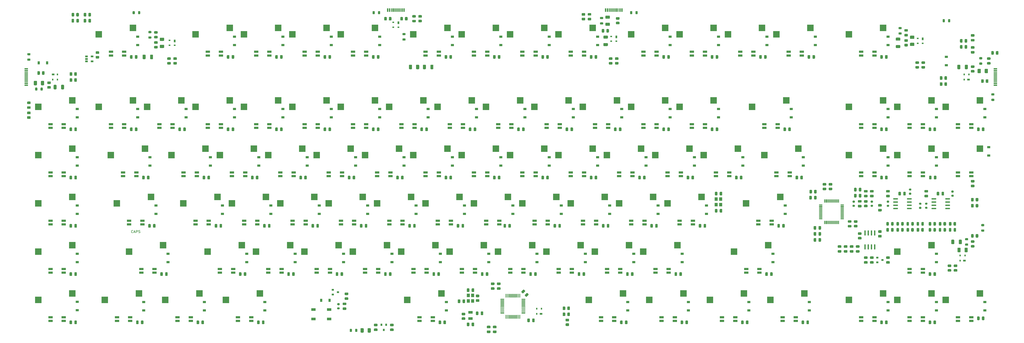
<source format=gbp>
%TF.GenerationSoftware,KiCad,Pcbnew,(5.1.10)-1*%
%TF.CreationDate,2021-10-27T23:44:53-04:00*%
%TF.ProjectId,custom_keyboard (f303_ fe2.1),63757374-6f6d-45f6-9b65-79626f617264,rev?*%
%TF.SameCoordinates,Original*%
%TF.FileFunction,Paste,Bot*%
%TF.FilePolarity,Positive*%
%FSLAX46Y46*%
G04 Gerber Fmt 4.6, Leading zero omitted, Abs format (unit mm)*
G04 Created by KiCad (PCBNEW (5.1.10)-1) date 2021-10-27 23:44:53*
%MOMM*%
%LPD*%
G01*
G04 APERTURE LIST*
%ADD10C,0.150000*%
%ADD11R,0.900000X0.800000*%
%ADD12R,1.800000X0.900000*%
%ADD13R,2.550000X2.500000*%
%ADD14R,1.200000X0.900000*%
%ADD15O,0.588000X2.045000*%
%ADD16R,0.700000X1.000000*%
%ADD17R,0.700000X0.600000*%
%ADD18R,1.000000X0.700000*%
%ADD19R,0.600000X0.700000*%
%ADD20R,0.800000X0.900000*%
%ADD21R,1.060000X0.650000*%
%ADD22O,1.950000X0.568000*%
%ADD23R,1.450000X0.600000*%
%ADD24R,1.450000X0.300000*%
%ADD25R,1.800000X1.000000*%
%ADD26R,1.200000X1.400000*%
%ADD27R,0.600000X1.450000*%
%ADD28R,0.300000X1.450000*%
%ADD29R,0.900000X1.200000*%
%ADD30R,1.800000X1.100000*%
%ADD31O,0.270000X1.500000*%
%ADD32O,1.500000X0.270000*%
G04 APERTURE END LIST*
%TO.C,MX52*%
D10*
X118753461Y-243954842D02*
X118705842Y-244002461D01*
X118562985Y-244050080D01*
X118467747Y-244050080D01*
X118324890Y-244002461D01*
X118229652Y-243907223D01*
X118182033Y-243811985D01*
X118134414Y-243621509D01*
X118134414Y-243478652D01*
X118182033Y-243288176D01*
X118229652Y-243192938D01*
X118324890Y-243097700D01*
X118467747Y-243050080D01*
X118562985Y-243050080D01*
X118705842Y-243097700D01*
X118753461Y-243145319D01*
X119134414Y-243764366D02*
X119610604Y-243764366D01*
X119039176Y-244050080D02*
X119372509Y-243050080D01*
X119705842Y-244050080D01*
X120039176Y-244050080D02*
X120039176Y-243050080D01*
X120420128Y-243050080D01*
X120515366Y-243097700D01*
X120562985Y-243145319D01*
X120610604Y-243240557D01*
X120610604Y-243383414D01*
X120562985Y-243478652D01*
X120515366Y-243526271D01*
X120420128Y-243573890D01*
X120039176Y-243573890D01*
X120991557Y-244002461D02*
X121134414Y-244050080D01*
X121372509Y-244050080D01*
X121467747Y-244002461D01*
X121515366Y-243954842D01*
X121562985Y-243859604D01*
X121562985Y-243764366D01*
X121515366Y-243669128D01*
X121467747Y-243621509D01*
X121372509Y-243573890D01*
X121182033Y-243526271D01*
X121086795Y-243478652D01*
X121039176Y-243431033D01*
X120991557Y-243335795D01*
X120991557Y-243240557D01*
X121039176Y-243145319D01*
X121086795Y-243097700D01*
X121182033Y-243050080D01*
X121420128Y-243050080D01*
X121562985Y-243097700D01*
%TD*%
D11*
%TO.C,Q1*%
X199425000Y-267476900D03*
X197425000Y-266526900D03*
X197425000Y-268426900D03*
%TD*%
%TO.C,U9*%
G36*
G01*
X265370600Y-277857800D02*
X265370600Y-276532800D01*
G75*
G02*
X265445600Y-276457800I75000J0D01*
G01*
X265595600Y-276457800D01*
G75*
G02*
X265670600Y-276532800I0J-75000D01*
G01*
X265670600Y-277857800D01*
G75*
G02*
X265595600Y-277932800I-75000J0D01*
G01*
X265445600Y-277932800D01*
G75*
G02*
X265370600Y-277857800I0J75000D01*
G01*
G37*
G36*
G01*
X265870600Y-277857800D02*
X265870600Y-276532800D01*
G75*
G02*
X265945600Y-276457800I75000J0D01*
G01*
X266095600Y-276457800D01*
G75*
G02*
X266170600Y-276532800I0J-75000D01*
G01*
X266170600Y-277857800D01*
G75*
G02*
X266095600Y-277932800I-75000J0D01*
G01*
X265945600Y-277932800D01*
G75*
G02*
X265870600Y-277857800I0J75000D01*
G01*
G37*
G36*
G01*
X266370600Y-277857800D02*
X266370600Y-276532800D01*
G75*
G02*
X266445600Y-276457800I75000J0D01*
G01*
X266595600Y-276457800D01*
G75*
G02*
X266670600Y-276532800I0J-75000D01*
G01*
X266670600Y-277857800D01*
G75*
G02*
X266595600Y-277932800I-75000J0D01*
G01*
X266445600Y-277932800D01*
G75*
G02*
X266370600Y-277857800I0J75000D01*
G01*
G37*
G36*
G01*
X266870600Y-277857800D02*
X266870600Y-276532800D01*
G75*
G02*
X266945600Y-276457800I75000J0D01*
G01*
X267095600Y-276457800D01*
G75*
G02*
X267170600Y-276532800I0J-75000D01*
G01*
X267170600Y-277857800D01*
G75*
G02*
X267095600Y-277932800I-75000J0D01*
G01*
X266945600Y-277932800D01*
G75*
G02*
X266870600Y-277857800I0J75000D01*
G01*
G37*
G36*
G01*
X267370600Y-277857800D02*
X267370600Y-276532800D01*
G75*
G02*
X267445600Y-276457800I75000J0D01*
G01*
X267595600Y-276457800D01*
G75*
G02*
X267670600Y-276532800I0J-75000D01*
G01*
X267670600Y-277857800D01*
G75*
G02*
X267595600Y-277932800I-75000J0D01*
G01*
X267445600Y-277932800D01*
G75*
G02*
X267370600Y-277857800I0J75000D01*
G01*
G37*
G36*
G01*
X267870600Y-277857800D02*
X267870600Y-276532800D01*
G75*
G02*
X267945600Y-276457800I75000J0D01*
G01*
X268095600Y-276457800D01*
G75*
G02*
X268170600Y-276532800I0J-75000D01*
G01*
X268170600Y-277857800D01*
G75*
G02*
X268095600Y-277932800I-75000J0D01*
G01*
X267945600Y-277932800D01*
G75*
G02*
X267870600Y-277857800I0J75000D01*
G01*
G37*
G36*
G01*
X268370600Y-277857800D02*
X268370600Y-276532800D01*
G75*
G02*
X268445600Y-276457800I75000J0D01*
G01*
X268595600Y-276457800D01*
G75*
G02*
X268670600Y-276532800I0J-75000D01*
G01*
X268670600Y-277857800D01*
G75*
G02*
X268595600Y-277932800I-75000J0D01*
G01*
X268445600Y-277932800D01*
G75*
G02*
X268370600Y-277857800I0J75000D01*
G01*
G37*
G36*
G01*
X268870600Y-277857800D02*
X268870600Y-276532800D01*
G75*
G02*
X268945600Y-276457800I75000J0D01*
G01*
X269095600Y-276457800D01*
G75*
G02*
X269170600Y-276532800I0J-75000D01*
G01*
X269170600Y-277857800D01*
G75*
G02*
X269095600Y-277932800I-75000J0D01*
G01*
X268945600Y-277932800D01*
G75*
G02*
X268870600Y-277857800I0J75000D01*
G01*
G37*
G36*
G01*
X269370600Y-277857800D02*
X269370600Y-276532800D01*
G75*
G02*
X269445600Y-276457800I75000J0D01*
G01*
X269595600Y-276457800D01*
G75*
G02*
X269670600Y-276532800I0J-75000D01*
G01*
X269670600Y-277857800D01*
G75*
G02*
X269595600Y-277932800I-75000J0D01*
G01*
X269445600Y-277932800D01*
G75*
G02*
X269370600Y-277857800I0J75000D01*
G01*
G37*
G36*
G01*
X269870600Y-277857800D02*
X269870600Y-276532800D01*
G75*
G02*
X269945600Y-276457800I75000J0D01*
G01*
X270095600Y-276457800D01*
G75*
G02*
X270170600Y-276532800I0J-75000D01*
G01*
X270170600Y-277857800D01*
G75*
G02*
X270095600Y-277932800I-75000J0D01*
G01*
X269945600Y-277932800D01*
G75*
G02*
X269870600Y-277857800I0J75000D01*
G01*
G37*
G36*
G01*
X270370600Y-277857800D02*
X270370600Y-276532800D01*
G75*
G02*
X270445600Y-276457800I75000J0D01*
G01*
X270595600Y-276457800D01*
G75*
G02*
X270670600Y-276532800I0J-75000D01*
G01*
X270670600Y-277857800D01*
G75*
G02*
X270595600Y-277932800I-75000J0D01*
G01*
X270445600Y-277932800D01*
G75*
G02*
X270370600Y-277857800I0J75000D01*
G01*
G37*
G36*
G01*
X270870600Y-277857800D02*
X270870600Y-276532800D01*
G75*
G02*
X270945600Y-276457800I75000J0D01*
G01*
X271095600Y-276457800D01*
G75*
G02*
X271170600Y-276532800I0J-75000D01*
G01*
X271170600Y-277857800D01*
G75*
G02*
X271095600Y-277932800I-75000J0D01*
G01*
X270945600Y-277932800D01*
G75*
G02*
X270870600Y-277857800I0J75000D01*
G01*
G37*
G36*
G01*
X271695600Y-275857800D02*
X271695600Y-275707800D01*
G75*
G02*
X271770600Y-275632800I75000J0D01*
G01*
X273095600Y-275632800D01*
G75*
G02*
X273170600Y-275707800I0J-75000D01*
G01*
X273170600Y-275857800D01*
G75*
G02*
X273095600Y-275932800I-75000J0D01*
G01*
X271770600Y-275932800D01*
G75*
G02*
X271695600Y-275857800I0J75000D01*
G01*
G37*
G36*
G01*
X271695600Y-275357800D02*
X271695600Y-275207800D01*
G75*
G02*
X271770600Y-275132800I75000J0D01*
G01*
X273095600Y-275132800D01*
G75*
G02*
X273170600Y-275207800I0J-75000D01*
G01*
X273170600Y-275357800D01*
G75*
G02*
X273095600Y-275432800I-75000J0D01*
G01*
X271770600Y-275432800D01*
G75*
G02*
X271695600Y-275357800I0J75000D01*
G01*
G37*
G36*
G01*
X271695600Y-274857800D02*
X271695600Y-274707800D01*
G75*
G02*
X271770600Y-274632800I75000J0D01*
G01*
X273095600Y-274632800D01*
G75*
G02*
X273170600Y-274707800I0J-75000D01*
G01*
X273170600Y-274857800D01*
G75*
G02*
X273095600Y-274932800I-75000J0D01*
G01*
X271770600Y-274932800D01*
G75*
G02*
X271695600Y-274857800I0J75000D01*
G01*
G37*
G36*
G01*
X271695600Y-274357800D02*
X271695600Y-274207800D01*
G75*
G02*
X271770600Y-274132800I75000J0D01*
G01*
X273095600Y-274132800D01*
G75*
G02*
X273170600Y-274207800I0J-75000D01*
G01*
X273170600Y-274357800D01*
G75*
G02*
X273095600Y-274432800I-75000J0D01*
G01*
X271770600Y-274432800D01*
G75*
G02*
X271695600Y-274357800I0J75000D01*
G01*
G37*
G36*
G01*
X271695600Y-273857800D02*
X271695600Y-273707800D01*
G75*
G02*
X271770600Y-273632800I75000J0D01*
G01*
X273095600Y-273632800D01*
G75*
G02*
X273170600Y-273707800I0J-75000D01*
G01*
X273170600Y-273857800D01*
G75*
G02*
X273095600Y-273932800I-75000J0D01*
G01*
X271770600Y-273932800D01*
G75*
G02*
X271695600Y-273857800I0J75000D01*
G01*
G37*
G36*
G01*
X271695600Y-273357800D02*
X271695600Y-273207800D01*
G75*
G02*
X271770600Y-273132800I75000J0D01*
G01*
X273095600Y-273132800D01*
G75*
G02*
X273170600Y-273207800I0J-75000D01*
G01*
X273170600Y-273357800D01*
G75*
G02*
X273095600Y-273432800I-75000J0D01*
G01*
X271770600Y-273432800D01*
G75*
G02*
X271695600Y-273357800I0J75000D01*
G01*
G37*
G36*
G01*
X271695600Y-272857800D02*
X271695600Y-272707800D01*
G75*
G02*
X271770600Y-272632800I75000J0D01*
G01*
X273095600Y-272632800D01*
G75*
G02*
X273170600Y-272707800I0J-75000D01*
G01*
X273170600Y-272857800D01*
G75*
G02*
X273095600Y-272932800I-75000J0D01*
G01*
X271770600Y-272932800D01*
G75*
G02*
X271695600Y-272857800I0J75000D01*
G01*
G37*
G36*
G01*
X271695600Y-272357800D02*
X271695600Y-272207800D01*
G75*
G02*
X271770600Y-272132800I75000J0D01*
G01*
X273095600Y-272132800D01*
G75*
G02*
X273170600Y-272207800I0J-75000D01*
G01*
X273170600Y-272357800D01*
G75*
G02*
X273095600Y-272432800I-75000J0D01*
G01*
X271770600Y-272432800D01*
G75*
G02*
X271695600Y-272357800I0J75000D01*
G01*
G37*
G36*
G01*
X271695600Y-271857800D02*
X271695600Y-271707800D01*
G75*
G02*
X271770600Y-271632800I75000J0D01*
G01*
X273095600Y-271632800D01*
G75*
G02*
X273170600Y-271707800I0J-75000D01*
G01*
X273170600Y-271857800D01*
G75*
G02*
X273095600Y-271932800I-75000J0D01*
G01*
X271770600Y-271932800D01*
G75*
G02*
X271695600Y-271857800I0J75000D01*
G01*
G37*
G36*
G01*
X271695600Y-271357800D02*
X271695600Y-271207800D01*
G75*
G02*
X271770600Y-271132800I75000J0D01*
G01*
X273095600Y-271132800D01*
G75*
G02*
X273170600Y-271207800I0J-75000D01*
G01*
X273170600Y-271357800D01*
G75*
G02*
X273095600Y-271432800I-75000J0D01*
G01*
X271770600Y-271432800D01*
G75*
G02*
X271695600Y-271357800I0J75000D01*
G01*
G37*
G36*
G01*
X271695600Y-270857800D02*
X271695600Y-270707800D01*
G75*
G02*
X271770600Y-270632800I75000J0D01*
G01*
X273095600Y-270632800D01*
G75*
G02*
X273170600Y-270707800I0J-75000D01*
G01*
X273170600Y-270857800D01*
G75*
G02*
X273095600Y-270932800I-75000J0D01*
G01*
X271770600Y-270932800D01*
G75*
G02*
X271695600Y-270857800I0J75000D01*
G01*
G37*
G36*
G01*
X271695600Y-270357800D02*
X271695600Y-270207800D01*
G75*
G02*
X271770600Y-270132800I75000J0D01*
G01*
X273095600Y-270132800D01*
G75*
G02*
X273170600Y-270207800I0J-75000D01*
G01*
X273170600Y-270357800D01*
G75*
G02*
X273095600Y-270432800I-75000J0D01*
G01*
X271770600Y-270432800D01*
G75*
G02*
X271695600Y-270357800I0J75000D01*
G01*
G37*
G36*
G01*
X270870600Y-269532800D02*
X270870600Y-268207800D01*
G75*
G02*
X270945600Y-268132800I75000J0D01*
G01*
X271095600Y-268132800D01*
G75*
G02*
X271170600Y-268207800I0J-75000D01*
G01*
X271170600Y-269532800D01*
G75*
G02*
X271095600Y-269607800I-75000J0D01*
G01*
X270945600Y-269607800D01*
G75*
G02*
X270870600Y-269532800I0J75000D01*
G01*
G37*
G36*
G01*
X270370600Y-269532800D02*
X270370600Y-268207800D01*
G75*
G02*
X270445600Y-268132800I75000J0D01*
G01*
X270595600Y-268132800D01*
G75*
G02*
X270670600Y-268207800I0J-75000D01*
G01*
X270670600Y-269532800D01*
G75*
G02*
X270595600Y-269607800I-75000J0D01*
G01*
X270445600Y-269607800D01*
G75*
G02*
X270370600Y-269532800I0J75000D01*
G01*
G37*
G36*
G01*
X269870600Y-269532800D02*
X269870600Y-268207800D01*
G75*
G02*
X269945600Y-268132800I75000J0D01*
G01*
X270095600Y-268132800D01*
G75*
G02*
X270170600Y-268207800I0J-75000D01*
G01*
X270170600Y-269532800D01*
G75*
G02*
X270095600Y-269607800I-75000J0D01*
G01*
X269945600Y-269607800D01*
G75*
G02*
X269870600Y-269532800I0J75000D01*
G01*
G37*
G36*
G01*
X269370600Y-269532800D02*
X269370600Y-268207800D01*
G75*
G02*
X269445600Y-268132800I75000J0D01*
G01*
X269595600Y-268132800D01*
G75*
G02*
X269670600Y-268207800I0J-75000D01*
G01*
X269670600Y-269532800D01*
G75*
G02*
X269595600Y-269607800I-75000J0D01*
G01*
X269445600Y-269607800D01*
G75*
G02*
X269370600Y-269532800I0J75000D01*
G01*
G37*
G36*
G01*
X268870600Y-269532800D02*
X268870600Y-268207800D01*
G75*
G02*
X268945600Y-268132800I75000J0D01*
G01*
X269095600Y-268132800D01*
G75*
G02*
X269170600Y-268207800I0J-75000D01*
G01*
X269170600Y-269532800D01*
G75*
G02*
X269095600Y-269607800I-75000J0D01*
G01*
X268945600Y-269607800D01*
G75*
G02*
X268870600Y-269532800I0J75000D01*
G01*
G37*
G36*
G01*
X268370600Y-269532800D02*
X268370600Y-268207800D01*
G75*
G02*
X268445600Y-268132800I75000J0D01*
G01*
X268595600Y-268132800D01*
G75*
G02*
X268670600Y-268207800I0J-75000D01*
G01*
X268670600Y-269532800D01*
G75*
G02*
X268595600Y-269607800I-75000J0D01*
G01*
X268445600Y-269607800D01*
G75*
G02*
X268370600Y-269532800I0J75000D01*
G01*
G37*
G36*
G01*
X267870600Y-269532800D02*
X267870600Y-268207800D01*
G75*
G02*
X267945600Y-268132800I75000J0D01*
G01*
X268095600Y-268132800D01*
G75*
G02*
X268170600Y-268207800I0J-75000D01*
G01*
X268170600Y-269532800D01*
G75*
G02*
X268095600Y-269607800I-75000J0D01*
G01*
X267945600Y-269607800D01*
G75*
G02*
X267870600Y-269532800I0J75000D01*
G01*
G37*
G36*
G01*
X267370600Y-269532800D02*
X267370600Y-268207800D01*
G75*
G02*
X267445600Y-268132800I75000J0D01*
G01*
X267595600Y-268132800D01*
G75*
G02*
X267670600Y-268207800I0J-75000D01*
G01*
X267670600Y-269532800D01*
G75*
G02*
X267595600Y-269607800I-75000J0D01*
G01*
X267445600Y-269607800D01*
G75*
G02*
X267370600Y-269532800I0J75000D01*
G01*
G37*
G36*
G01*
X266870600Y-269532800D02*
X266870600Y-268207800D01*
G75*
G02*
X266945600Y-268132800I75000J0D01*
G01*
X267095600Y-268132800D01*
G75*
G02*
X267170600Y-268207800I0J-75000D01*
G01*
X267170600Y-269532800D01*
G75*
G02*
X267095600Y-269607800I-75000J0D01*
G01*
X266945600Y-269607800D01*
G75*
G02*
X266870600Y-269532800I0J75000D01*
G01*
G37*
G36*
G01*
X266370600Y-269532800D02*
X266370600Y-268207800D01*
G75*
G02*
X266445600Y-268132800I75000J0D01*
G01*
X266595600Y-268132800D01*
G75*
G02*
X266670600Y-268207800I0J-75000D01*
G01*
X266670600Y-269532800D01*
G75*
G02*
X266595600Y-269607800I-75000J0D01*
G01*
X266445600Y-269607800D01*
G75*
G02*
X266370600Y-269532800I0J75000D01*
G01*
G37*
G36*
G01*
X265870600Y-269532800D02*
X265870600Y-268207800D01*
G75*
G02*
X265945600Y-268132800I75000J0D01*
G01*
X266095600Y-268132800D01*
G75*
G02*
X266170600Y-268207800I0J-75000D01*
G01*
X266170600Y-269532800D01*
G75*
G02*
X266095600Y-269607800I-75000J0D01*
G01*
X265945600Y-269607800D01*
G75*
G02*
X265870600Y-269532800I0J75000D01*
G01*
G37*
G36*
G01*
X265370600Y-269532800D02*
X265370600Y-268207800D01*
G75*
G02*
X265445600Y-268132800I75000J0D01*
G01*
X265595600Y-268132800D01*
G75*
G02*
X265670600Y-268207800I0J-75000D01*
G01*
X265670600Y-269532800D01*
G75*
G02*
X265595600Y-269607800I-75000J0D01*
G01*
X265445600Y-269607800D01*
G75*
G02*
X265370600Y-269532800I0J75000D01*
G01*
G37*
G36*
G01*
X263370600Y-270357800D02*
X263370600Y-270207800D01*
G75*
G02*
X263445600Y-270132800I75000J0D01*
G01*
X264770600Y-270132800D01*
G75*
G02*
X264845600Y-270207800I0J-75000D01*
G01*
X264845600Y-270357800D01*
G75*
G02*
X264770600Y-270432800I-75000J0D01*
G01*
X263445600Y-270432800D01*
G75*
G02*
X263370600Y-270357800I0J75000D01*
G01*
G37*
G36*
G01*
X263370600Y-270857800D02*
X263370600Y-270707800D01*
G75*
G02*
X263445600Y-270632800I75000J0D01*
G01*
X264770600Y-270632800D01*
G75*
G02*
X264845600Y-270707800I0J-75000D01*
G01*
X264845600Y-270857800D01*
G75*
G02*
X264770600Y-270932800I-75000J0D01*
G01*
X263445600Y-270932800D01*
G75*
G02*
X263370600Y-270857800I0J75000D01*
G01*
G37*
G36*
G01*
X263370600Y-271357800D02*
X263370600Y-271207800D01*
G75*
G02*
X263445600Y-271132800I75000J0D01*
G01*
X264770600Y-271132800D01*
G75*
G02*
X264845600Y-271207800I0J-75000D01*
G01*
X264845600Y-271357800D01*
G75*
G02*
X264770600Y-271432800I-75000J0D01*
G01*
X263445600Y-271432800D01*
G75*
G02*
X263370600Y-271357800I0J75000D01*
G01*
G37*
G36*
G01*
X263370600Y-271857800D02*
X263370600Y-271707800D01*
G75*
G02*
X263445600Y-271632800I75000J0D01*
G01*
X264770600Y-271632800D01*
G75*
G02*
X264845600Y-271707800I0J-75000D01*
G01*
X264845600Y-271857800D01*
G75*
G02*
X264770600Y-271932800I-75000J0D01*
G01*
X263445600Y-271932800D01*
G75*
G02*
X263370600Y-271857800I0J75000D01*
G01*
G37*
G36*
G01*
X263370600Y-272357800D02*
X263370600Y-272207800D01*
G75*
G02*
X263445600Y-272132800I75000J0D01*
G01*
X264770600Y-272132800D01*
G75*
G02*
X264845600Y-272207800I0J-75000D01*
G01*
X264845600Y-272357800D01*
G75*
G02*
X264770600Y-272432800I-75000J0D01*
G01*
X263445600Y-272432800D01*
G75*
G02*
X263370600Y-272357800I0J75000D01*
G01*
G37*
G36*
G01*
X263370600Y-272857800D02*
X263370600Y-272707800D01*
G75*
G02*
X263445600Y-272632800I75000J0D01*
G01*
X264770600Y-272632800D01*
G75*
G02*
X264845600Y-272707800I0J-75000D01*
G01*
X264845600Y-272857800D01*
G75*
G02*
X264770600Y-272932800I-75000J0D01*
G01*
X263445600Y-272932800D01*
G75*
G02*
X263370600Y-272857800I0J75000D01*
G01*
G37*
G36*
G01*
X263370600Y-273357800D02*
X263370600Y-273207800D01*
G75*
G02*
X263445600Y-273132800I75000J0D01*
G01*
X264770600Y-273132800D01*
G75*
G02*
X264845600Y-273207800I0J-75000D01*
G01*
X264845600Y-273357800D01*
G75*
G02*
X264770600Y-273432800I-75000J0D01*
G01*
X263445600Y-273432800D01*
G75*
G02*
X263370600Y-273357800I0J75000D01*
G01*
G37*
G36*
G01*
X263370600Y-273857800D02*
X263370600Y-273707800D01*
G75*
G02*
X263445600Y-273632800I75000J0D01*
G01*
X264770600Y-273632800D01*
G75*
G02*
X264845600Y-273707800I0J-75000D01*
G01*
X264845600Y-273857800D01*
G75*
G02*
X264770600Y-273932800I-75000J0D01*
G01*
X263445600Y-273932800D01*
G75*
G02*
X263370600Y-273857800I0J75000D01*
G01*
G37*
G36*
G01*
X263370600Y-274357800D02*
X263370600Y-274207800D01*
G75*
G02*
X263445600Y-274132800I75000J0D01*
G01*
X264770600Y-274132800D01*
G75*
G02*
X264845600Y-274207800I0J-75000D01*
G01*
X264845600Y-274357800D01*
G75*
G02*
X264770600Y-274432800I-75000J0D01*
G01*
X263445600Y-274432800D01*
G75*
G02*
X263370600Y-274357800I0J75000D01*
G01*
G37*
G36*
G01*
X263370600Y-274857800D02*
X263370600Y-274707800D01*
G75*
G02*
X263445600Y-274632800I75000J0D01*
G01*
X264770600Y-274632800D01*
G75*
G02*
X264845600Y-274707800I0J-75000D01*
G01*
X264845600Y-274857800D01*
G75*
G02*
X264770600Y-274932800I-75000J0D01*
G01*
X263445600Y-274932800D01*
G75*
G02*
X263370600Y-274857800I0J75000D01*
G01*
G37*
G36*
G01*
X263370600Y-275357800D02*
X263370600Y-275207800D01*
G75*
G02*
X263445600Y-275132800I75000J0D01*
G01*
X264770600Y-275132800D01*
G75*
G02*
X264845600Y-275207800I0J-75000D01*
G01*
X264845600Y-275357800D01*
G75*
G02*
X264770600Y-275432800I-75000J0D01*
G01*
X263445600Y-275432800D01*
G75*
G02*
X263370600Y-275357800I0J75000D01*
G01*
G37*
G36*
G01*
X263370600Y-275857800D02*
X263370600Y-275707800D01*
G75*
G02*
X263445600Y-275632800I75000J0D01*
G01*
X264770600Y-275632800D01*
G75*
G02*
X264845600Y-275707800I0J-75000D01*
G01*
X264845600Y-275857800D01*
G75*
G02*
X264770600Y-275932800I-75000J0D01*
G01*
X263445600Y-275932800D01*
G75*
G02*
X263370600Y-275857800I0J75000D01*
G01*
G37*
%TD*%
%TO.C,R15*%
G36*
G01*
X424354500Y-228216900D02*
X424904500Y-228216900D01*
G75*
G02*
X425104500Y-228416900I0J-200000D01*
G01*
X425104500Y-228816900D01*
G75*
G02*
X424904500Y-229016900I-200000J0D01*
G01*
X424354500Y-229016900D01*
G75*
G02*
X424154500Y-228816900I0J200000D01*
G01*
X424154500Y-228416900D01*
G75*
G02*
X424354500Y-228216900I200000J0D01*
G01*
G37*
G36*
G01*
X424354500Y-226566900D02*
X424904500Y-226566900D01*
G75*
G02*
X425104500Y-226766900I0J-200000D01*
G01*
X425104500Y-227166900D01*
G75*
G02*
X424904500Y-227366900I-200000J0D01*
G01*
X424354500Y-227366900D01*
G75*
G02*
X424154500Y-227166900I0J200000D01*
G01*
X424154500Y-226766900D01*
G75*
G02*
X424354500Y-226566900I200000J0D01*
G01*
G37*
%TD*%
%TO.C,R13*%
G36*
G01*
X441022200Y-229010600D02*
X441572200Y-229010600D01*
G75*
G02*
X441772200Y-229210600I0J-200000D01*
G01*
X441772200Y-229610600D01*
G75*
G02*
X441572200Y-229810600I-200000J0D01*
G01*
X441022200Y-229810600D01*
G75*
G02*
X440822200Y-229610600I0J200000D01*
G01*
X440822200Y-229210600D01*
G75*
G02*
X441022200Y-229010600I200000J0D01*
G01*
G37*
G36*
G01*
X441022200Y-227360600D02*
X441572200Y-227360600D01*
G75*
G02*
X441772200Y-227560600I0J-200000D01*
G01*
X441772200Y-227960600D01*
G75*
G02*
X441572200Y-228160600I-200000J0D01*
G01*
X441022200Y-228160600D01*
G75*
G02*
X440822200Y-227960600I0J200000D01*
G01*
X440822200Y-227560600D01*
G75*
G02*
X441022200Y-227360600I200000J0D01*
G01*
G37*
%TD*%
%TO.C,F8*%
G36*
G01*
X230154300Y-179207500D02*
X230154300Y-177957500D01*
G75*
G02*
X230404300Y-177707500I250000J0D01*
G01*
X231154300Y-177707500D01*
G75*
G02*
X231404300Y-177957500I0J-250000D01*
G01*
X231404300Y-179207500D01*
G75*
G02*
X231154300Y-179457500I-250000J0D01*
G01*
X230404300Y-179457500D01*
G75*
G02*
X230154300Y-179207500I0J250000D01*
G01*
G37*
G36*
G01*
X227354300Y-179207500D02*
X227354300Y-177957500D01*
G75*
G02*
X227604300Y-177707500I250000J0D01*
G01*
X228354300Y-177707500D01*
G75*
G02*
X228604300Y-177957500I0J-250000D01*
G01*
X228604300Y-179207500D01*
G75*
G02*
X228354300Y-179457500I-250000J0D01*
G01*
X227604300Y-179457500D01*
G75*
G02*
X227354300Y-179207500I0J250000D01*
G01*
G37*
%TD*%
%TO.C,C48*%
G36*
G01*
X235835200Y-179232501D02*
X235835200Y-177932499D01*
G75*
G02*
X236085199Y-177682500I249999J0D01*
G01*
X236735201Y-177682500D01*
G75*
G02*
X236985200Y-177932499I0J-249999D01*
G01*
X236985200Y-179232501D01*
G75*
G02*
X236735201Y-179482500I-249999J0D01*
G01*
X236085199Y-179482500D01*
G75*
G02*
X235835200Y-179232501I0J249999D01*
G01*
G37*
G36*
G01*
X232885200Y-179232501D02*
X232885200Y-177932499D01*
G75*
G02*
X233135199Y-177682500I249999J0D01*
G01*
X233785201Y-177682500D01*
G75*
G02*
X234035200Y-177932499I0J-249999D01*
G01*
X234035200Y-179232501D01*
G75*
G02*
X233785201Y-179482500I-249999J0D01*
G01*
X233135199Y-179482500D01*
G75*
G02*
X232885200Y-179232501I0J249999D01*
G01*
G37*
%TD*%
%TO.C,D9*%
G36*
G01*
X228923050Y-159983700D02*
X229835550Y-159983700D01*
G75*
G02*
X230079300Y-160227450I0J-243750D01*
G01*
X230079300Y-160714950D01*
G75*
G02*
X229835550Y-160958700I-243750J0D01*
G01*
X228923050Y-160958700D01*
G75*
G02*
X228679300Y-160714950I0J243750D01*
G01*
X228679300Y-160227450D01*
G75*
G02*
X228923050Y-159983700I243750J0D01*
G01*
G37*
G36*
G01*
X228923050Y-158108700D02*
X229835550Y-158108700D01*
G75*
G02*
X230079300Y-158352450I0J-243750D01*
G01*
X230079300Y-158839950D01*
G75*
G02*
X229835550Y-159083700I-243750J0D01*
G01*
X228923050Y-159083700D01*
G75*
G02*
X228679300Y-158839950I0J243750D01*
G01*
X228679300Y-158352450D01*
G75*
G02*
X228923050Y-158108700I243750J0D01*
G01*
G37*
%TD*%
%TO.C,D8*%
G36*
G01*
X455127550Y-176651400D02*
X456040050Y-176651400D01*
G75*
G02*
X456283800Y-176895150I0J-243750D01*
G01*
X456283800Y-177382650D01*
G75*
G02*
X456040050Y-177626400I-243750J0D01*
G01*
X455127550Y-177626400D01*
G75*
G02*
X454883800Y-177382650I0J243750D01*
G01*
X454883800Y-176895150D01*
G75*
G02*
X455127550Y-176651400I243750J0D01*
G01*
G37*
G36*
G01*
X455127550Y-174776400D02*
X456040050Y-174776400D01*
G75*
G02*
X456283800Y-175020150I0J-243750D01*
G01*
X456283800Y-175507650D01*
G75*
G02*
X456040050Y-175751400I-243750J0D01*
G01*
X455127550Y-175751400D01*
G75*
G02*
X454883800Y-175507650I0J243750D01*
G01*
X454883800Y-175020150D01*
G75*
G02*
X455127550Y-174776400I243750J0D01*
G01*
G37*
%TD*%
%TO.C,D6*%
G36*
G01*
X297974950Y-159190000D02*
X298887450Y-159190000D01*
G75*
G02*
X299131200Y-159433750I0J-243750D01*
G01*
X299131200Y-159921250D01*
G75*
G02*
X298887450Y-160165000I-243750J0D01*
G01*
X297974950Y-160165000D01*
G75*
G02*
X297731200Y-159921250I0J243750D01*
G01*
X297731200Y-159433750D01*
G75*
G02*
X297974950Y-159190000I243750J0D01*
G01*
G37*
G36*
G01*
X297974950Y-157315000D02*
X298887450Y-157315000D01*
G75*
G02*
X299131200Y-157558750I0J-243750D01*
G01*
X299131200Y-158046250D01*
G75*
G02*
X298887450Y-158290000I-243750J0D01*
G01*
X297974950Y-158290000D01*
G75*
G02*
X297731200Y-158046250I0J243750D01*
G01*
X297731200Y-157558750D01*
G75*
G02*
X297974950Y-157315000I243750J0D01*
G01*
G37*
%TD*%
%TO.C,D1*%
G36*
G01*
X78238850Y-193212800D02*
X77326350Y-193212800D01*
G75*
G02*
X77082600Y-192969050I0J243750D01*
G01*
X77082600Y-192481550D01*
G75*
G02*
X77326350Y-192237800I243750J0D01*
G01*
X78238850Y-192237800D01*
G75*
G02*
X78482600Y-192481550I0J-243750D01*
G01*
X78482600Y-192969050D01*
G75*
G02*
X78238850Y-193212800I-243750J0D01*
G01*
G37*
G36*
G01*
X78238850Y-195087800D02*
X77326350Y-195087800D01*
G75*
G02*
X77082600Y-194844050I0J243750D01*
G01*
X77082600Y-194356550D01*
G75*
G02*
X77326350Y-194112800I243750J0D01*
G01*
X78238850Y-194112800D01*
G75*
G02*
X78482600Y-194356550I0J-243750D01*
G01*
X78482600Y-194844050D01*
G75*
G02*
X78238850Y-195087800I-243750J0D01*
G01*
G37*
%TD*%
%TO.C,R63*%
G36*
G01*
X232210401Y-159133700D02*
X231310399Y-159133700D01*
G75*
G02*
X231060400Y-158883701I0J249999D01*
G01*
X231060400Y-158358699D01*
G75*
G02*
X231310399Y-158108700I249999J0D01*
G01*
X232210401Y-158108700D01*
G75*
G02*
X232460400Y-158358699I0J-249999D01*
G01*
X232460400Y-158883701D01*
G75*
G02*
X232210401Y-159133700I-249999J0D01*
G01*
G37*
G36*
G01*
X232210401Y-160958700D02*
X231310399Y-160958700D01*
G75*
G02*
X231060400Y-160708701I0J249999D01*
G01*
X231060400Y-160183699D01*
G75*
G02*
X231310399Y-159933700I249999J0D01*
G01*
X232210401Y-159933700D01*
G75*
G02*
X232460400Y-160183699I0J-249999D01*
G01*
X232460400Y-160708701D01*
G75*
G02*
X232210401Y-160958700I-249999J0D01*
G01*
G37*
%TD*%
%TO.C,R62*%
G36*
G01*
X457564900Y-172576599D02*
X457564900Y-173476601D01*
G75*
G02*
X457314901Y-173726600I-249999J0D01*
G01*
X456789899Y-173726600D01*
G75*
G02*
X456539900Y-173476601I0J249999D01*
G01*
X456539900Y-172576599D01*
G75*
G02*
X456789899Y-172326600I249999J0D01*
G01*
X457314901Y-172326600D01*
G75*
G02*
X457564900Y-172576599I0J-249999D01*
G01*
G37*
G36*
G01*
X459389900Y-172576599D02*
X459389900Y-173476601D01*
G75*
G02*
X459139901Y-173726600I-249999J0D01*
G01*
X458614899Y-173726600D01*
G75*
G02*
X458364900Y-173476601I0J249999D01*
G01*
X458364900Y-172576599D01*
G75*
G02*
X458614899Y-172326600I249999J0D01*
G01*
X459139901Y-172326600D01*
G75*
G02*
X459389900Y-172576599I0J-249999D01*
G01*
G37*
%TD*%
%TO.C,R61*%
G36*
G01*
X423492101Y-168658100D02*
X422592099Y-168658100D01*
G75*
G02*
X422342100Y-168408101I0J249999D01*
G01*
X422342100Y-167883099D01*
G75*
G02*
X422592099Y-167633100I249999J0D01*
G01*
X423492101Y-167633100D01*
G75*
G02*
X423742100Y-167883099I0J-249999D01*
G01*
X423742100Y-168408101D01*
G75*
G02*
X423492101Y-168658100I-249999J0D01*
G01*
G37*
G36*
G01*
X423492101Y-170483100D02*
X422592099Y-170483100D01*
G75*
G02*
X422342100Y-170233101I0J249999D01*
G01*
X422342100Y-169708099D01*
G75*
G02*
X422592099Y-169458100I249999J0D01*
G01*
X423492101Y-169458100D01*
G75*
G02*
X423742100Y-169708099I0J-249999D01*
G01*
X423742100Y-170233101D01*
G75*
G02*
X423492101Y-170483100I-249999J0D01*
G01*
G37*
%TD*%
%TO.C,R60*%
G36*
G01*
X296500101Y-158340000D02*
X295600099Y-158340000D01*
G75*
G02*
X295350100Y-158090001I0J249999D01*
G01*
X295350100Y-157564999D01*
G75*
G02*
X295600099Y-157315000I249999J0D01*
G01*
X296500101Y-157315000D01*
G75*
G02*
X296750100Y-157564999I0J-249999D01*
G01*
X296750100Y-158090001D01*
G75*
G02*
X296500101Y-158340000I-249999J0D01*
G01*
G37*
G36*
G01*
X296500101Y-160165000D02*
X295600099Y-160165000D01*
G75*
G02*
X295350100Y-159915001I0J249999D01*
G01*
X295350100Y-159389999D01*
G75*
G02*
X295600099Y-159140000I249999J0D01*
G01*
X296500101Y-159140000D01*
G75*
G02*
X296750100Y-159389999I0J-249999D01*
G01*
X296750100Y-159915001D01*
G75*
G02*
X296500101Y-160165000I-249999J0D01*
G01*
G37*
%TD*%
%TO.C,R59*%
G36*
G01*
X449627900Y-244803299D02*
X449627900Y-245703301D01*
G75*
G02*
X449377901Y-245953300I-249999J0D01*
G01*
X448852899Y-245953300D01*
G75*
G02*
X448602900Y-245703301I0J249999D01*
G01*
X448602900Y-244803299D01*
G75*
G02*
X448852899Y-244553300I249999J0D01*
G01*
X449377901Y-244553300D01*
G75*
G02*
X449627900Y-244803299I0J-249999D01*
G01*
G37*
G36*
G01*
X451452900Y-244803299D02*
X451452900Y-245703301D01*
G75*
G02*
X451202901Y-245953300I-249999J0D01*
G01*
X450677899Y-245953300D01*
G75*
G02*
X450427900Y-245703301I0J249999D01*
G01*
X450427900Y-244803299D01*
G75*
G02*
X450677899Y-244553300I249999J0D01*
G01*
X451202901Y-244553300D01*
G75*
G02*
X451452900Y-244803299I0J-249999D01*
G01*
G37*
%TD*%
%TO.C,R58*%
G36*
G01*
X78232601Y-197231300D02*
X77332599Y-197231300D01*
G75*
G02*
X77082600Y-196981301I0J249999D01*
G01*
X77082600Y-196456299D01*
G75*
G02*
X77332599Y-196206300I249999J0D01*
G01*
X78232601Y-196206300D01*
G75*
G02*
X78482600Y-196456299I0J-249999D01*
G01*
X78482600Y-196981301D01*
G75*
G02*
X78232601Y-197231300I-249999J0D01*
G01*
G37*
G36*
G01*
X78232601Y-199056300D02*
X77332599Y-199056300D01*
G75*
G02*
X77082600Y-198806301I0J249999D01*
G01*
X77082600Y-198281299D01*
G75*
G02*
X77332599Y-198031300I249999J0D01*
G01*
X78232601Y-198031300D01*
G75*
G02*
X78482600Y-198281299I0J-249999D01*
G01*
X78482600Y-198806301D01*
G75*
G02*
X78232601Y-199056300I-249999J0D01*
G01*
G37*
%TD*%
%TO.C,R57*%
G36*
G01*
X128235701Y-169451800D02*
X127335699Y-169451800D01*
G75*
G02*
X127085700Y-169201801I0J249999D01*
G01*
X127085700Y-168676799D01*
G75*
G02*
X127335699Y-168426800I249999J0D01*
G01*
X128235701Y-168426800D01*
G75*
G02*
X128485700Y-168676799I0J-249999D01*
G01*
X128485700Y-169201801D01*
G75*
G02*
X128235701Y-169451800I-249999J0D01*
G01*
G37*
G36*
G01*
X128235701Y-171276800D02*
X127335699Y-171276800D01*
G75*
G02*
X127085700Y-171026801I0J249999D01*
G01*
X127085700Y-170501799D01*
G75*
G02*
X127335699Y-170251800I249999J0D01*
G01*
X128235701Y-170251800D01*
G75*
G02*
X128485700Y-170501799I0J-249999D01*
G01*
X128485700Y-171026801D01*
G75*
G02*
X128235701Y-171276800I-249999J0D01*
G01*
G37*
%TD*%
%TO.C,D7*%
G36*
G01*
X423498350Y-164639600D02*
X422585850Y-164639600D01*
G75*
G02*
X422342100Y-164395850I0J243750D01*
G01*
X422342100Y-163908350D01*
G75*
G02*
X422585850Y-163664600I243750J0D01*
G01*
X423498350Y-163664600D01*
G75*
G02*
X423742100Y-163908350I0J-243750D01*
G01*
X423742100Y-164395850D01*
G75*
G02*
X423498350Y-164639600I-243750J0D01*
G01*
G37*
G36*
G01*
X423498350Y-166514600D02*
X422585850Y-166514600D01*
G75*
G02*
X422342100Y-166270850I0J243750D01*
G01*
X422342100Y-165783350D01*
G75*
G02*
X422585850Y-165539600I243750J0D01*
G01*
X423498350Y-165539600D01*
G75*
G02*
X423742100Y-165783350I0J-243750D01*
G01*
X423742100Y-166270850D01*
G75*
G02*
X423498350Y-166514600I-243750J0D01*
G01*
G37*
%TD*%
%TO.C,D5*%
G36*
G01*
X448777950Y-248878100D02*
X449690450Y-248878100D01*
G75*
G02*
X449934200Y-249121850I0J-243750D01*
G01*
X449934200Y-249609350D01*
G75*
G02*
X449690450Y-249853100I-243750J0D01*
G01*
X448777950Y-249853100D01*
G75*
G02*
X448534200Y-249609350I0J243750D01*
G01*
X448534200Y-249121850D01*
G75*
G02*
X448777950Y-248878100I243750J0D01*
G01*
G37*
G36*
G01*
X448777950Y-247003100D02*
X449690450Y-247003100D01*
G75*
G02*
X449934200Y-247246850I0J-243750D01*
G01*
X449934200Y-247734350D01*
G75*
G02*
X449690450Y-247978100I-243750J0D01*
G01*
X448777950Y-247978100D01*
G75*
G02*
X448534200Y-247734350I0J243750D01*
G01*
X448534200Y-247246850D01*
G75*
G02*
X448777950Y-247003100I243750J0D01*
G01*
G37*
%TD*%
%TO.C,D4*%
G36*
G01*
X128241950Y-165433300D02*
X127329450Y-165433300D01*
G75*
G02*
X127085700Y-165189550I0J243750D01*
G01*
X127085700Y-164702050D01*
G75*
G02*
X127329450Y-164458300I243750J0D01*
G01*
X128241950Y-164458300D01*
G75*
G02*
X128485700Y-164702050I0J-243750D01*
G01*
X128485700Y-165189550D01*
G75*
G02*
X128241950Y-165433300I-243750J0D01*
G01*
G37*
G36*
G01*
X128241950Y-167308300D02*
X127329450Y-167308300D01*
G75*
G02*
X127085700Y-167064550I0J243750D01*
G01*
X127085700Y-166577050D01*
G75*
G02*
X127329450Y-166333300I243750J0D01*
G01*
X128241950Y-166333300D01*
G75*
G02*
X128485700Y-166577050I0J-243750D01*
G01*
X128485700Y-167064550D01*
G75*
G02*
X128241950Y-167308300I-243750J0D01*
G01*
G37*
%TD*%
D12*
%TO.C,MX7*%
X258171400Y-174064400D03*
X258171400Y-172564400D03*
X252971400Y-174064400D03*
X252971400Y-172564400D03*
D13*
X261586400Y-163184400D03*
X248161400Y-165724400D03*
%TD*%
D12*
%TO.C,MX6*%
X239122600Y-174064400D03*
X239122600Y-172564400D03*
X233922600Y-174064400D03*
X233922600Y-172564400D03*
D13*
X242537600Y-163184400D03*
X229112600Y-165724400D03*
%TD*%
%TO.C,C1*%
G36*
G01*
X247581250Y-270573550D02*
X247581250Y-271523550D01*
G75*
G02*
X247331250Y-271773550I-250000J0D01*
G01*
X246831250Y-271773550D01*
G75*
G02*
X246581250Y-271523550I0J250000D01*
G01*
X246581250Y-270573550D01*
G75*
G02*
X246831250Y-270323550I250000J0D01*
G01*
X247331250Y-270323550D01*
G75*
G02*
X247581250Y-270573550I0J-250000D01*
G01*
G37*
G36*
G01*
X249481250Y-270573550D02*
X249481250Y-271523550D01*
G75*
G02*
X249231250Y-271773550I-250000J0D01*
G01*
X248731250Y-271773550D01*
G75*
G02*
X248481250Y-271523550I0J250000D01*
G01*
X248481250Y-270573550D01*
G75*
G02*
X248731250Y-270323550I250000J0D01*
G01*
X249231250Y-270323550D01*
G75*
G02*
X249481250Y-270573550I0J-250000D01*
G01*
G37*
%TD*%
%TO.C,C2*%
G36*
G01*
X304130799Y-169164400D02*
X305430801Y-169164400D01*
G75*
G02*
X305680800Y-169414399I0J-249999D01*
G01*
X305680800Y-170064401D01*
G75*
G02*
X305430801Y-170314400I-249999J0D01*
G01*
X304130799Y-170314400D01*
G75*
G02*
X303880800Y-170064401I0J249999D01*
G01*
X303880800Y-169414399D01*
G75*
G02*
X304130799Y-169164400I249999J0D01*
G01*
G37*
G36*
G01*
X304130799Y-166214400D02*
X305430801Y-166214400D01*
G75*
G02*
X305680800Y-166464399I0J-249999D01*
G01*
X305680800Y-167114401D01*
G75*
G02*
X305430801Y-167364400I-249999J0D01*
G01*
X304130799Y-167364400D01*
G75*
G02*
X303880800Y-167114401I0J249999D01*
G01*
X303880800Y-166464399D01*
G75*
G02*
X304130799Y-166214400I249999J0D01*
G01*
G37*
%TD*%
%TO.C,C3*%
G36*
G01*
X251152900Y-266208200D02*
X251152900Y-267158200D01*
G75*
G02*
X250902900Y-267408200I-250000J0D01*
G01*
X250402900Y-267408200D01*
G75*
G02*
X250152900Y-267158200I0J250000D01*
G01*
X250152900Y-266208200D01*
G75*
G02*
X250402900Y-265958200I250000J0D01*
G01*
X250902900Y-265958200D01*
G75*
G02*
X251152900Y-266208200I0J-250000D01*
G01*
G37*
G36*
G01*
X253052900Y-266208200D02*
X253052900Y-267158200D01*
G75*
G02*
X252802900Y-267408200I-250000J0D01*
G01*
X252302900Y-267408200D01*
G75*
G02*
X252052900Y-267158200I0J250000D01*
G01*
X252052900Y-266208200D01*
G75*
G02*
X252302900Y-265958200I250000J0D01*
G01*
X252802900Y-265958200D01*
G75*
G02*
X253052900Y-266208200I0J-250000D01*
G01*
G37*
%TD*%
%TO.C,C10*%
G36*
G01*
X444365700Y-177932499D02*
X444365700Y-179232501D01*
G75*
G02*
X444115701Y-179482500I-249999J0D01*
G01*
X443465699Y-179482500D01*
G75*
G02*
X443215700Y-179232501I0J249999D01*
G01*
X443215700Y-177932499D01*
G75*
G02*
X443465699Y-177682500I249999J0D01*
G01*
X444115701Y-177682500D01*
G75*
G02*
X444365700Y-177932499I0J-249999D01*
G01*
G37*
G36*
G01*
X447315700Y-177932499D02*
X447315700Y-179232501D01*
G75*
G02*
X447065701Y-179482500I-249999J0D01*
G01*
X446415699Y-179482500D01*
G75*
G02*
X446165700Y-179232501I0J249999D01*
G01*
X446165700Y-177932499D01*
G75*
G02*
X446415699Y-177682500I249999J0D01*
G01*
X447065701Y-177682500D01*
G75*
G02*
X447315700Y-177932499I0J-249999D01*
G01*
G37*
%TD*%
%TO.C,C13*%
G36*
G01*
X419217299Y-169958100D02*
X420517301Y-169958100D01*
G75*
G02*
X420767300Y-170208099I0J-249999D01*
G01*
X420767300Y-170858101D01*
G75*
G02*
X420517301Y-171108100I-249999J0D01*
G01*
X419217299Y-171108100D01*
G75*
G02*
X418967300Y-170858101I0J249999D01*
G01*
X418967300Y-170208099D01*
G75*
G02*
X419217299Y-169958100I249999J0D01*
G01*
G37*
G36*
G01*
X419217299Y-167008100D02*
X420517301Y-167008100D01*
G75*
G02*
X420767300Y-167258099I0J-249999D01*
G01*
X420767300Y-167908101D01*
G75*
G02*
X420517301Y-168158100I-249999J0D01*
G01*
X419217299Y-168158100D01*
G75*
G02*
X418967300Y-167908101I0J249999D01*
G01*
X418967300Y-167258099D01*
G75*
G02*
X419217299Y-167008100I249999J0D01*
G01*
G37*
%TD*%
%TO.C,C15*%
G36*
G01*
X202315350Y-269514300D02*
X203265350Y-269514300D01*
G75*
G02*
X203515350Y-269764300I0J-250000D01*
G01*
X203515350Y-270264300D01*
G75*
G02*
X203265350Y-270514300I-250000J0D01*
G01*
X202315350Y-270514300D01*
G75*
G02*
X202065350Y-270264300I0J250000D01*
G01*
X202065350Y-269764300D01*
G75*
G02*
X202315350Y-269514300I250000J0D01*
G01*
G37*
G36*
G01*
X202315350Y-267614300D02*
X203265350Y-267614300D01*
G75*
G02*
X203515350Y-267864300I0J-250000D01*
G01*
X203515350Y-268364300D01*
G75*
G02*
X203265350Y-268614300I-250000J0D01*
G01*
X202315350Y-268614300D01*
G75*
G02*
X202065350Y-268364300I0J250000D01*
G01*
X202065350Y-267864300D01*
G75*
G02*
X202315350Y-267614300I250000J0D01*
G01*
G37*
%TD*%
%TO.C,C16*%
G36*
G01*
X273050478Y-267219677D02*
X272378727Y-267891428D01*
G75*
G02*
X272025173Y-267891428I-176777J176777D01*
G01*
X271671620Y-267537875D01*
G75*
G02*
X271671620Y-267184321I176777J176777D01*
G01*
X272343371Y-266512570D01*
G75*
G02*
X272696925Y-266512570I176777J-176777D01*
G01*
X273050478Y-266866123D01*
G75*
G02*
X273050478Y-267219677I-176777J-176777D01*
G01*
G37*
G36*
G01*
X274393980Y-268563179D02*
X273722229Y-269234930D01*
G75*
G02*
X273368675Y-269234930I-176777J176777D01*
G01*
X273015122Y-268881377D01*
G75*
G02*
X273015122Y-268527823I176777J176777D01*
G01*
X273686873Y-267856072D01*
G75*
G02*
X274040427Y-267856072I176777J-176777D01*
G01*
X274393980Y-268209625D01*
G75*
G02*
X274393980Y-268563179I-176777J-176777D01*
G01*
G37*
%TD*%
%TO.C,C23*%
G36*
G01*
X90475700Y-187169501D02*
X90475700Y-185869499D01*
G75*
G02*
X90725699Y-185619500I249999J0D01*
G01*
X91375701Y-185619500D01*
G75*
G02*
X91625700Y-185869499I0J-249999D01*
G01*
X91625700Y-187169501D01*
G75*
G02*
X91375701Y-187419500I-249999J0D01*
G01*
X90725699Y-187419500D01*
G75*
G02*
X90475700Y-187169501I0J249999D01*
G01*
G37*
G36*
G01*
X87525700Y-187169501D02*
X87525700Y-185869499D01*
G75*
G02*
X87775699Y-185619500I249999J0D01*
G01*
X88425701Y-185619500D01*
G75*
G02*
X88675700Y-185869499I0J-249999D01*
G01*
X88675700Y-187169501D01*
G75*
G02*
X88425701Y-187419500I-249999J0D01*
G01*
X87775699Y-187419500D01*
G75*
G02*
X87525700Y-187169501I0J249999D01*
G01*
G37*
%TD*%
%TO.C,C25*%
G36*
G01*
X123710900Y-173963999D02*
X123710900Y-175264001D01*
G75*
G02*
X123460901Y-175514000I-249999J0D01*
G01*
X122810899Y-175514000D01*
G75*
G02*
X122560900Y-175264001I0J249999D01*
G01*
X122560900Y-173963999D01*
G75*
G02*
X122810899Y-173714000I249999J0D01*
G01*
X123460901Y-173714000D01*
G75*
G02*
X123710900Y-173963999I0J-249999D01*
G01*
G37*
G36*
G01*
X126660900Y-173963999D02*
X126660900Y-175264001D01*
G75*
G02*
X126410901Y-175514000I-249999J0D01*
G01*
X125760899Y-175514000D01*
G75*
G02*
X125510900Y-175264001I0J249999D01*
G01*
X125510900Y-173963999D01*
G75*
G02*
X125760899Y-173714000I249999J0D01*
G01*
X126410901Y-173714000D01*
G75*
G02*
X126660900Y-173963999I0J-249999D01*
G01*
G37*
%TD*%
%TO.C,C28*%
G36*
G01*
X402087200Y-249962350D02*
X401137200Y-249962350D01*
G75*
G02*
X400887200Y-249712350I0J250000D01*
G01*
X400887200Y-249212350D01*
G75*
G02*
X401137200Y-248962350I250000J0D01*
G01*
X402087200Y-248962350D01*
G75*
G02*
X402337200Y-249212350I0J-250000D01*
G01*
X402337200Y-249712350D01*
G75*
G02*
X402087200Y-249962350I-250000J0D01*
G01*
G37*
G36*
G01*
X402087200Y-251862350D02*
X401137200Y-251862350D01*
G75*
G02*
X400887200Y-251612350I0J250000D01*
G01*
X400887200Y-251112350D01*
G75*
G02*
X401137200Y-250862350I250000J0D01*
G01*
X402087200Y-250862350D01*
G75*
G02*
X402337200Y-251112350I0J-250000D01*
G01*
X402337200Y-251612350D01*
G75*
G02*
X402087200Y-251862350I-250000J0D01*
G01*
G37*
%TD*%
%TO.C,C31*%
G36*
G01*
X386825600Y-230648000D02*
X386825600Y-229698000D01*
G75*
G02*
X387075600Y-229448000I250000J0D01*
G01*
X387575600Y-229448000D01*
G75*
G02*
X387825600Y-229698000I0J-250000D01*
G01*
X387825600Y-230648000D01*
G75*
G02*
X387575600Y-230898000I-250000J0D01*
G01*
X387075600Y-230898000D01*
G75*
G02*
X386825600Y-230648000I0J250000D01*
G01*
G37*
G36*
G01*
X384925600Y-230648000D02*
X384925600Y-229698000D01*
G75*
G02*
X385175600Y-229448000I250000J0D01*
G01*
X385675600Y-229448000D01*
G75*
G02*
X385925600Y-229698000I0J-250000D01*
G01*
X385925600Y-230648000D01*
G75*
G02*
X385675600Y-230898000I-250000J0D01*
G01*
X385175600Y-230898000D01*
G75*
G02*
X384925600Y-230648000I0J250000D01*
G01*
G37*
%TD*%
%TO.C,C34*%
G36*
G01*
X441984600Y-246984399D02*
X441984600Y-248284401D01*
G75*
G02*
X441734601Y-248534400I-249999J0D01*
G01*
X441084599Y-248534400D01*
G75*
G02*
X440834600Y-248284401I0J249999D01*
G01*
X440834600Y-246984399D01*
G75*
G02*
X441084599Y-246734400I249999J0D01*
G01*
X441734601Y-246734400D01*
G75*
G02*
X441984600Y-246984399I0J-249999D01*
G01*
G37*
G36*
G01*
X444934600Y-246984399D02*
X444934600Y-248284401D01*
G75*
G02*
X444684601Y-248534400I-249999J0D01*
G01*
X444034599Y-248534400D01*
G75*
G02*
X443784600Y-248284401I0J249999D01*
G01*
X443784600Y-246984399D01*
G75*
G02*
X444034599Y-246734400I249999J0D01*
G01*
X444684601Y-246734400D01*
G75*
G02*
X444934600Y-246984399I0J-249999D01*
G01*
G37*
%TD*%
D14*
%TO.C,D3*%
X438916100Y-174551400D03*
X438916100Y-177851400D03*
%TD*%
%TO.C,R21*%
G36*
G01*
X402130900Y-232979100D02*
X402680900Y-232979100D01*
G75*
G02*
X402880900Y-233179100I0J-200000D01*
G01*
X402880900Y-233579100D01*
G75*
G02*
X402680900Y-233779100I-200000J0D01*
G01*
X402130900Y-233779100D01*
G75*
G02*
X401930900Y-233579100I0J200000D01*
G01*
X401930900Y-233179100D01*
G75*
G02*
X402130900Y-232979100I200000J0D01*
G01*
G37*
G36*
G01*
X402130900Y-231329100D02*
X402680900Y-231329100D01*
G75*
G02*
X402880900Y-231529100I0J-200000D01*
G01*
X402880900Y-231929100D01*
G75*
G02*
X402680900Y-232129100I-200000J0D01*
G01*
X402130900Y-232129100D01*
G75*
G02*
X401930900Y-231929100I0J200000D01*
G01*
X401930900Y-231529100D01*
G75*
G02*
X402130900Y-231329100I200000J0D01*
G01*
G37*
%TD*%
%TO.C,R23*%
G36*
G01*
X409824200Y-232129100D02*
X409274200Y-232129100D01*
G75*
G02*
X409074200Y-231929100I0J200000D01*
G01*
X409074200Y-231529100D01*
G75*
G02*
X409274200Y-231329100I200000J0D01*
G01*
X409824200Y-231329100D01*
G75*
G02*
X410024200Y-231529100I0J-200000D01*
G01*
X410024200Y-231929100D01*
G75*
G02*
X409824200Y-232129100I-200000J0D01*
G01*
G37*
G36*
G01*
X409824200Y-233779100D02*
X409274200Y-233779100D01*
G75*
G02*
X409074200Y-233579100I0J200000D01*
G01*
X409074200Y-233179100D01*
G75*
G02*
X409274200Y-232979100I200000J0D01*
G01*
X409824200Y-232979100D01*
G75*
G02*
X410024200Y-233179100I0J-200000D01*
G01*
X410024200Y-233579100D01*
G75*
G02*
X409824200Y-233779100I-200000J0D01*
G01*
G37*
%TD*%
%TO.C,R26*%
G36*
G01*
X433760200Y-240941101D02*
X433760200Y-240041099D01*
G75*
G02*
X434010199Y-239791100I249999J0D01*
G01*
X434535201Y-239791100D01*
G75*
G02*
X434785200Y-240041099I0J-249999D01*
G01*
X434785200Y-240941101D01*
G75*
G02*
X434535201Y-241191100I-249999J0D01*
G01*
X434010199Y-241191100D01*
G75*
G02*
X433760200Y-240941101I0J249999D01*
G01*
G37*
G36*
G01*
X431935200Y-240941101D02*
X431935200Y-240041099D01*
G75*
G02*
X432185199Y-239791100I249999J0D01*
G01*
X432710201Y-239791100D01*
G75*
G02*
X432960200Y-240041099I0J-249999D01*
G01*
X432960200Y-240941101D01*
G75*
G02*
X432710201Y-241191100I-249999J0D01*
G01*
X432185199Y-241191100D01*
G75*
G02*
X431935200Y-240941101I0J249999D01*
G01*
G37*
%TD*%
%TO.C,R28*%
G36*
G01*
X449684201Y-178976200D02*
X448784199Y-178976200D01*
G75*
G02*
X448534200Y-178726201I0J249999D01*
G01*
X448534200Y-178201199D01*
G75*
G02*
X448784199Y-177951200I249999J0D01*
G01*
X449684201Y-177951200D01*
G75*
G02*
X449934200Y-178201199I0J-249999D01*
G01*
X449934200Y-178726201D01*
G75*
G02*
X449684201Y-178976200I-249999J0D01*
G01*
G37*
G36*
G01*
X449684201Y-180801200D02*
X448784199Y-180801200D01*
G75*
G02*
X448534200Y-180551201I0J249999D01*
G01*
X448534200Y-180026199D01*
G75*
G02*
X448784199Y-179776200I249999J0D01*
G01*
X449684201Y-179776200D01*
G75*
G02*
X449934200Y-180026199I0J-249999D01*
G01*
X449934200Y-180551201D01*
G75*
G02*
X449684201Y-180801200I-249999J0D01*
G01*
G37*
%TD*%
%TO.C,R30*%
G36*
G01*
X199340550Y-273457800D02*
X199890550Y-273457800D01*
G75*
G02*
X200090550Y-273657800I0J-200000D01*
G01*
X200090550Y-274057800D01*
G75*
G02*
X199890550Y-274257800I-200000J0D01*
G01*
X199340550Y-274257800D01*
G75*
G02*
X199140550Y-274057800I0J200000D01*
G01*
X199140550Y-273657800D01*
G75*
G02*
X199340550Y-273457800I200000J0D01*
G01*
G37*
G36*
G01*
X199340550Y-271807800D02*
X199890550Y-271807800D01*
G75*
G02*
X200090550Y-272007800I0J-200000D01*
G01*
X200090550Y-272407800D01*
G75*
G02*
X199890550Y-272607800I-200000J0D01*
G01*
X199340550Y-272607800D01*
G75*
G02*
X199140550Y-272407800I0J200000D01*
G01*
X199140550Y-272007800D01*
G75*
G02*
X199340550Y-271807800I200000J0D01*
G01*
G37*
%TD*%
%TO.C,R33*%
G36*
G01*
X95644000Y-181810451D02*
X95644000Y-180910449D01*
G75*
G02*
X95893999Y-180660450I249999J0D01*
G01*
X96419001Y-180660450D01*
G75*
G02*
X96669000Y-180910449I0J-249999D01*
G01*
X96669000Y-181810451D01*
G75*
G02*
X96419001Y-182060450I-249999J0D01*
G01*
X95893999Y-182060450D01*
G75*
G02*
X95644000Y-181810451I0J249999D01*
G01*
G37*
G36*
G01*
X93819000Y-181810451D02*
X93819000Y-180910449D01*
G75*
G02*
X94068999Y-180660450I249999J0D01*
G01*
X94594001Y-180660450D01*
G75*
G02*
X94844000Y-180910449I0J-249999D01*
G01*
X94844000Y-181810451D01*
G75*
G02*
X94594001Y-182060450I-249999J0D01*
G01*
X94068999Y-182060450D01*
G75*
G02*
X93819000Y-181810451I0J249999D01*
G01*
G37*
%TD*%
%TO.C,R49*%
G36*
G01*
X446062550Y-168714401D02*
X446062550Y-167814399D01*
G75*
G02*
X446312549Y-167564400I249999J0D01*
G01*
X446837551Y-167564400D01*
G75*
G02*
X447087550Y-167814399I0J-249999D01*
G01*
X447087550Y-168714401D01*
G75*
G02*
X446837551Y-168964400I-249999J0D01*
G01*
X446312549Y-168964400D01*
G75*
G02*
X446062550Y-168714401I0J249999D01*
G01*
G37*
G36*
G01*
X444237550Y-168714401D02*
X444237550Y-167814399D01*
G75*
G02*
X444487549Y-167564400I249999J0D01*
G01*
X445012551Y-167564400D01*
G75*
G02*
X445262550Y-167814399I0J-249999D01*
G01*
X445262550Y-168714401D01*
G75*
G02*
X445012551Y-168964400I-249999J0D01*
G01*
X444487549Y-168964400D01*
G75*
G02*
X444237550Y-168714401I0J249999D01*
G01*
G37*
%TD*%
%TO.C,R52*%
G36*
G01*
X412273999Y-244859600D02*
X413174001Y-244859600D01*
G75*
G02*
X413424000Y-245109599I0J-249999D01*
G01*
X413424000Y-245634601D01*
G75*
G02*
X413174001Y-245884600I-249999J0D01*
G01*
X412273999Y-245884600D01*
G75*
G02*
X412024000Y-245634601I0J249999D01*
G01*
X412024000Y-245109599D01*
G75*
G02*
X412273999Y-244859600I249999J0D01*
G01*
G37*
G36*
G01*
X412273999Y-243034600D02*
X413174001Y-243034600D01*
G75*
G02*
X413424000Y-243284599I0J-249999D01*
G01*
X413424000Y-243809601D01*
G75*
G02*
X413174001Y-244059600I-249999J0D01*
G01*
X412273999Y-244059600D01*
G75*
G02*
X412024000Y-243809601I0J249999D01*
G01*
X412024000Y-243284599D01*
G75*
G02*
X412273999Y-243034600I249999J0D01*
G01*
G37*
%TD*%
%TO.C,R53*%
G36*
G01*
X404336999Y-245653300D02*
X405237001Y-245653300D01*
G75*
G02*
X405487000Y-245903299I0J-249999D01*
G01*
X405487000Y-246428301D01*
G75*
G02*
X405237001Y-246678300I-249999J0D01*
G01*
X404336999Y-246678300D01*
G75*
G02*
X404087000Y-246428301I0J249999D01*
G01*
X404087000Y-245903299D01*
G75*
G02*
X404336999Y-245653300I249999J0D01*
G01*
G37*
G36*
G01*
X404336999Y-243828300D02*
X405237001Y-243828300D01*
G75*
G02*
X405487000Y-244078299I0J-249999D01*
G01*
X405487000Y-244603301D01*
G75*
G02*
X405237001Y-244853300I-249999J0D01*
G01*
X404336999Y-244853300D01*
G75*
G02*
X404087000Y-244603301I0J249999D01*
G01*
X404087000Y-244078299D01*
G75*
G02*
X404336999Y-243828300I249999J0D01*
G01*
G37*
%TD*%
%TO.C,R54*%
G36*
G01*
X430704100Y-232122800D02*
X431254100Y-232122800D01*
G75*
G02*
X431454100Y-232322800I0J-200000D01*
G01*
X431454100Y-232722800D01*
G75*
G02*
X431254100Y-232922800I-200000J0D01*
G01*
X430704100Y-232922800D01*
G75*
G02*
X430504100Y-232722800I0J200000D01*
G01*
X430504100Y-232322800D01*
G75*
G02*
X430704100Y-232122800I200000J0D01*
G01*
G37*
G36*
G01*
X430704100Y-233772800D02*
X431254100Y-233772800D01*
G75*
G02*
X431454100Y-233972800I0J-200000D01*
G01*
X431454100Y-234372800D01*
G75*
G02*
X431254100Y-234572800I-200000J0D01*
G01*
X430704100Y-234572800D01*
G75*
G02*
X430504100Y-234372800I0J200000D01*
G01*
X430504100Y-233972800D01*
G75*
G02*
X430704100Y-233772800I200000J0D01*
G01*
G37*
%TD*%
%TO.C,R55*%
G36*
G01*
X428323000Y-232154100D02*
X428873000Y-232154100D01*
G75*
G02*
X429073000Y-232354100I0J-200000D01*
G01*
X429073000Y-232754100D01*
G75*
G02*
X428873000Y-232954100I-200000J0D01*
G01*
X428323000Y-232954100D01*
G75*
G02*
X428123000Y-232754100I0J200000D01*
G01*
X428123000Y-232354100D01*
G75*
G02*
X428323000Y-232154100I200000J0D01*
G01*
G37*
G36*
G01*
X428323000Y-233804100D02*
X428873000Y-233804100D01*
G75*
G02*
X429073000Y-234004100I0J-200000D01*
G01*
X429073000Y-234404100D01*
G75*
G02*
X428873000Y-234604100I-200000J0D01*
G01*
X428323000Y-234604100D01*
G75*
G02*
X428123000Y-234404100I0J200000D01*
G01*
X428123000Y-234004100D01*
G75*
G02*
X428323000Y-233804100I200000J0D01*
G01*
G37*
%TD*%
%TO.C,R56*%
G36*
G01*
X415623800Y-231329100D02*
X416173800Y-231329100D01*
G75*
G02*
X416373800Y-231529100I0J-200000D01*
G01*
X416373800Y-231929100D01*
G75*
G02*
X416173800Y-232129100I-200000J0D01*
G01*
X415623800Y-232129100D01*
G75*
G02*
X415423800Y-231929100I0J200000D01*
G01*
X415423800Y-231529100D01*
G75*
G02*
X415623800Y-231329100I200000J0D01*
G01*
G37*
G36*
G01*
X415623800Y-232979100D02*
X416173800Y-232979100D01*
G75*
G02*
X416373800Y-233179100I0J-200000D01*
G01*
X416373800Y-233579100D01*
G75*
G02*
X416173800Y-233779100I-200000J0D01*
G01*
X415623800Y-233779100D01*
G75*
G02*
X415423800Y-233579100I0J200000D01*
G01*
X415423800Y-233179100D01*
G75*
G02*
X415623800Y-232979100I200000J0D01*
G01*
G37*
%TD*%
D15*
%TO.C,U1*%
X410660500Y-249612700D03*
X409390500Y-249612700D03*
X408120500Y-249612700D03*
X406850500Y-249612700D03*
X410660500Y-244068700D03*
X409390500Y-244068700D03*
X408120500Y-244068700D03*
X406850500Y-244068700D03*
%TD*%
D16*
%TO.C,U5*%
X429598000Y-167514400D03*
D17*
X427598000Y-167314400D03*
X429598000Y-169214400D03*
X427598000Y-169214400D03*
%TD*%
D18*
%TO.C,U10*%
X446015700Y-254984000D03*
D19*
X446215700Y-252984000D03*
X444315700Y-254984000D03*
X444315700Y-252984000D03*
%TD*%
D20*
%TO.C,U11*%
X217473800Y-282366650D03*
X218423800Y-280366650D03*
X216523800Y-280366650D03*
%TD*%
D21*
%TO.C,U12*%
X102693600Y-176357700D03*
X102693600Y-174457700D03*
X100493600Y-174457700D03*
X100493600Y-175407700D03*
X100493600Y-176357700D03*
%TD*%
D11*
%TO.C,U13*%
X413724000Y-254777700D03*
X411724000Y-253827700D03*
X411724000Y-255727700D03*
%TD*%
D22*
%TO.C,U14*%
X433979101Y-234459100D03*
X433979101Y-233189100D03*
X433979101Y-231919100D03*
X433979101Y-230649100D03*
X439389101Y-234459100D03*
X439389101Y-233189100D03*
X439389101Y-231919100D03*
X439389101Y-230649100D03*
%TD*%
%TO.C,U15*%
X418898801Y-234459100D03*
X418898801Y-233189100D03*
X418898801Y-231919100D03*
X418898801Y-230649100D03*
X424308801Y-234459100D03*
X424308801Y-233189100D03*
X424308801Y-231919100D03*
X424308801Y-230649100D03*
%TD*%
D23*
%TO.C,USB2*%
X76746900Y-179326000D03*
X76746900Y-185776000D03*
X76746900Y-180101000D03*
X76746900Y-185001000D03*
D24*
X76746900Y-184301000D03*
X76746900Y-180801000D03*
X76746900Y-183801000D03*
X76746900Y-181301000D03*
X76746900Y-183301000D03*
X76746900Y-181801000D03*
X76746900Y-182301000D03*
X76746900Y-182801000D03*
%TD*%
D25*
%TO.C,Y2*%
X251602900Y-277913900D03*
X251602900Y-275413900D03*
%TD*%
D26*
%TO.C,Y3*%
X350021700Y-232950950D03*
X350021700Y-230750950D03*
X348321700Y-230750950D03*
X348321700Y-232950950D03*
%TD*%
%TO.C,D10*%
G36*
G01*
X400362250Y-240941100D02*
X401274750Y-240941100D01*
G75*
G02*
X401518500Y-241184850I0J-243750D01*
G01*
X401518500Y-241672350D01*
G75*
G02*
X401274750Y-241916100I-243750J0D01*
G01*
X400362250Y-241916100D01*
G75*
G02*
X400118500Y-241672350I0J243750D01*
G01*
X400118500Y-241184850D01*
G75*
G02*
X400362250Y-240941100I243750J0D01*
G01*
G37*
G36*
G01*
X400362250Y-239066100D02*
X401274750Y-239066100D01*
G75*
G02*
X401518500Y-239309850I0J-243750D01*
G01*
X401518500Y-239797350D01*
G75*
G02*
X401274750Y-240041100I-243750J0D01*
G01*
X400362250Y-240041100D01*
G75*
G02*
X400118500Y-239797350I0J243750D01*
G01*
X400118500Y-239309850D01*
G75*
G02*
X400362250Y-239066100I243750J0D01*
G01*
G37*
%TD*%
%TO.C,FB15*%
G36*
G01*
X204943300Y-282175950D02*
X204943300Y-282938450D01*
G75*
G02*
X204724550Y-283157200I-218750J0D01*
G01*
X204287050Y-283157200D01*
G75*
G02*
X204068300Y-282938450I0J218750D01*
G01*
X204068300Y-282175950D01*
G75*
G02*
X204287050Y-281957200I218750J0D01*
G01*
X204724550Y-281957200D01*
G75*
G02*
X204943300Y-282175950I0J-218750D01*
G01*
G37*
G36*
G01*
X207068300Y-282175950D02*
X207068300Y-282938450D01*
G75*
G02*
X206849550Y-283157200I-218750J0D01*
G01*
X206412050Y-283157200D01*
G75*
G02*
X206193300Y-282938450I0J218750D01*
G01*
X206193300Y-282175950D01*
G75*
G02*
X206412050Y-281957200I218750J0D01*
G01*
X206849550Y-281957200D01*
G75*
G02*
X207068300Y-282175950I0J-218750D01*
G01*
G37*
%TD*%
%TO.C,FB14*%
G36*
G01*
X452027750Y-176826400D02*
X452790250Y-176826400D01*
G75*
G02*
X453009000Y-177045150I0J-218750D01*
G01*
X453009000Y-177482650D01*
G75*
G02*
X452790250Y-177701400I-218750J0D01*
G01*
X452027750Y-177701400D01*
G75*
G02*
X451809000Y-177482650I0J218750D01*
G01*
X451809000Y-177045150D01*
G75*
G02*
X452027750Y-176826400I218750J0D01*
G01*
G37*
G36*
G01*
X452027750Y-174701400D02*
X452790250Y-174701400D01*
G75*
G02*
X453009000Y-174920150I0J-218750D01*
G01*
X453009000Y-175357650D01*
G75*
G02*
X452790250Y-175576400I-218750J0D01*
G01*
X452027750Y-175576400D01*
G75*
G02*
X451809000Y-175357650I0J218750D01*
G01*
X451809000Y-174920150D01*
G75*
G02*
X452027750Y-174701400I218750J0D01*
G01*
G37*
%TD*%
%TO.C,FB13*%
G36*
G01*
X420279750Y-164920900D02*
X421042250Y-164920900D01*
G75*
G02*
X421261000Y-165139650I0J-218750D01*
G01*
X421261000Y-165577150D01*
G75*
G02*
X421042250Y-165795900I-218750J0D01*
G01*
X420279750Y-165795900D01*
G75*
G02*
X420061000Y-165577150I0J218750D01*
G01*
X420061000Y-165139650D01*
G75*
G02*
X420279750Y-164920900I218750J0D01*
G01*
G37*
G36*
G01*
X420279750Y-162795900D02*
X421042250Y-162795900D01*
G75*
G02*
X421261000Y-163014650I0J-218750D01*
G01*
X421261000Y-163452150D01*
G75*
G02*
X421042250Y-163670900I-218750J0D01*
G01*
X420279750Y-163670900D01*
G75*
G02*
X420061000Y-163452150I0J218750D01*
G01*
X420061000Y-163014650D01*
G75*
G02*
X420279750Y-162795900I218750J0D01*
G01*
G37*
%TD*%
%TO.C,FB12*%
G36*
G01*
X302812150Y-160952400D02*
X303574650Y-160952400D01*
G75*
G02*
X303793400Y-161171150I0J-218750D01*
G01*
X303793400Y-161608650D01*
G75*
G02*
X303574650Y-161827400I-218750J0D01*
G01*
X302812150Y-161827400D01*
G75*
G02*
X302593400Y-161608650I0J218750D01*
G01*
X302593400Y-161171150D01*
G75*
G02*
X302812150Y-160952400I218750J0D01*
G01*
G37*
G36*
G01*
X302812150Y-158827400D02*
X303574650Y-158827400D01*
G75*
G02*
X303793400Y-159046150I0J-218750D01*
G01*
X303793400Y-159483650D01*
G75*
G02*
X303574650Y-159702400I-218750J0D01*
G01*
X302812150Y-159702400D01*
G75*
G02*
X302593400Y-159483650I0J218750D01*
G01*
X302593400Y-159046150D01*
G75*
G02*
X302812150Y-158827400I218750J0D01*
G01*
G37*
%TD*%
%TO.C,FB11*%
G36*
G01*
X446471850Y-248259400D02*
X447234350Y-248259400D01*
G75*
G02*
X447453100Y-248478150I0J-218750D01*
G01*
X447453100Y-248915650D01*
G75*
G02*
X447234350Y-249134400I-218750J0D01*
G01*
X446471850Y-249134400D01*
G75*
G02*
X446253100Y-248915650I0J218750D01*
G01*
X446253100Y-248478150D01*
G75*
G02*
X446471850Y-248259400I218750J0D01*
G01*
G37*
G36*
G01*
X446471850Y-246134400D02*
X447234350Y-246134400D01*
G75*
G02*
X447453100Y-246353150I0J-218750D01*
G01*
X447453100Y-246790650D01*
G75*
G02*
X447234350Y-247009400I-218750J0D01*
G01*
X446471850Y-247009400D01*
G75*
G02*
X446253100Y-246790650I0J218750D01*
G01*
X446253100Y-246353150D01*
G75*
G02*
X446471850Y-246134400I218750J0D01*
G01*
G37*
%TD*%
%TO.C,FB10*%
G36*
G01*
X82376100Y-187694450D02*
X82376100Y-186931950D01*
G75*
G02*
X82594850Y-186713200I218750J0D01*
G01*
X83032350Y-186713200D01*
G75*
G02*
X83251100Y-186931950I0J-218750D01*
G01*
X83251100Y-187694450D01*
G75*
G02*
X83032350Y-187913200I-218750J0D01*
G01*
X82594850Y-187913200D01*
G75*
G02*
X82376100Y-187694450I0J218750D01*
G01*
G37*
G36*
G01*
X80251100Y-187694450D02*
X80251100Y-186931950D01*
G75*
G02*
X80469850Y-186713200I218750J0D01*
G01*
X80907350Y-186713200D01*
G75*
G02*
X81126100Y-186931950I0J-218750D01*
G01*
X81126100Y-187694450D01*
G75*
G02*
X80907350Y-187913200I-218750J0D01*
G01*
X80469850Y-187913200D01*
G75*
G02*
X80251100Y-187694450I0J218750D01*
G01*
G37*
%TD*%
%TO.C,FB9*%
G36*
G01*
X125023350Y-166508300D02*
X125785850Y-166508300D01*
G75*
G02*
X126004600Y-166727050I0J-218750D01*
G01*
X126004600Y-167164550D01*
G75*
G02*
X125785850Y-167383300I-218750J0D01*
G01*
X125023350Y-167383300D01*
G75*
G02*
X124804600Y-167164550I0J218750D01*
G01*
X124804600Y-166727050D01*
G75*
G02*
X125023350Y-166508300I218750J0D01*
G01*
G37*
G36*
G01*
X125023350Y-164383300D02*
X125785850Y-164383300D01*
G75*
G02*
X126004600Y-164602050I0J-218750D01*
G01*
X126004600Y-165039550D01*
G75*
G02*
X125785850Y-165258300I-218750J0D01*
G01*
X125023350Y-165258300D01*
G75*
G02*
X124804600Y-165039550I0J218750D01*
G01*
X124804600Y-164602050D01*
G75*
G02*
X125023350Y-164383300I218750J0D01*
G01*
G37*
%TD*%
%TO.C,F5*%
G36*
G01*
X80976100Y-184307100D02*
X80976100Y-185557100D01*
G75*
G02*
X80726100Y-185807100I-250000J0D01*
G01*
X79976100Y-185807100D01*
G75*
G02*
X79726100Y-185557100I0J250000D01*
G01*
X79726100Y-184307100D01*
G75*
G02*
X79976100Y-184057100I250000J0D01*
G01*
X80726100Y-184057100D01*
G75*
G02*
X80976100Y-184307100I0J-250000D01*
G01*
G37*
G36*
G01*
X83776100Y-184307100D02*
X83776100Y-185557100D01*
G75*
G02*
X83526100Y-185807100I-250000J0D01*
G01*
X82776100Y-185807100D01*
G75*
G02*
X82526100Y-185557100I0J250000D01*
G01*
X82526100Y-184307100D01*
G75*
G02*
X82776100Y-184057100I250000J0D01*
G01*
X83526100Y-184057100D01*
G75*
G02*
X83776100Y-184307100I0J-250000D01*
G01*
G37*
%TD*%
%TO.C,C32*%
G36*
G01*
X349678000Y-235807050D02*
X349678000Y-234857050D01*
G75*
G02*
X349928000Y-234607050I250000J0D01*
G01*
X350428000Y-234607050D01*
G75*
G02*
X350678000Y-234857050I0J-250000D01*
G01*
X350678000Y-235807050D01*
G75*
G02*
X350428000Y-236057050I-250000J0D01*
G01*
X349928000Y-236057050D01*
G75*
G02*
X349678000Y-235807050I0J250000D01*
G01*
G37*
G36*
G01*
X347778000Y-235807050D02*
X347778000Y-234857050D01*
G75*
G02*
X348028000Y-234607050I250000J0D01*
G01*
X348528000Y-234607050D01*
G75*
G02*
X348778000Y-234857050I0J-250000D01*
G01*
X348778000Y-235807050D01*
G75*
G02*
X348528000Y-236057050I-250000J0D01*
G01*
X348028000Y-236057050D01*
G75*
G02*
X347778000Y-235807050I0J250000D01*
G01*
G37*
%TD*%
%TO.C,C33*%
G36*
G01*
X348778000Y-228110600D02*
X348778000Y-229060600D01*
G75*
G02*
X348528000Y-229310600I-250000J0D01*
G01*
X348028000Y-229310600D01*
G75*
G02*
X347778000Y-229060600I0J250000D01*
G01*
X347778000Y-228110600D01*
G75*
G02*
X348028000Y-227860600I250000J0D01*
G01*
X348528000Y-227860600D01*
G75*
G02*
X348778000Y-228110600I0J-250000D01*
G01*
G37*
G36*
G01*
X350678000Y-228110600D02*
X350678000Y-229060600D01*
G75*
G02*
X350428000Y-229310600I-250000J0D01*
G01*
X349928000Y-229310600D01*
G75*
G02*
X349678000Y-229060600I0J250000D01*
G01*
X349678000Y-228110600D01*
G75*
G02*
X349928000Y-227860600I250000J0D01*
G01*
X350428000Y-227860600D01*
G75*
G02*
X350678000Y-228110600I0J-250000D01*
G01*
G37*
%TD*%
%TO.C,C4*%
G36*
G01*
X255624550Y-276285750D02*
X255624550Y-275335750D01*
G75*
G02*
X255874550Y-275085750I250000J0D01*
G01*
X256374550Y-275085750D01*
G75*
G02*
X256624550Y-275335750I0J-250000D01*
G01*
X256624550Y-276285750D01*
G75*
G02*
X256374550Y-276535750I-250000J0D01*
G01*
X255874550Y-276535750D01*
G75*
G02*
X255624550Y-276285750I0J250000D01*
G01*
G37*
G36*
G01*
X253724550Y-276285750D02*
X253724550Y-275335750D01*
G75*
G02*
X253974550Y-275085750I250000J0D01*
G01*
X254474550Y-275085750D01*
G75*
G02*
X254724550Y-275335750I0J-250000D01*
G01*
X254724550Y-276285750D01*
G75*
G02*
X254474550Y-276535750I-250000J0D01*
G01*
X253974550Y-276535750D01*
G75*
G02*
X253724550Y-276285750I0J250000D01*
G01*
G37*
%TD*%
%TO.C,C9*%
G36*
G01*
X252052900Y-280651100D02*
X252052900Y-279701100D01*
G75*
G02*
X252302900Y-279451100I250000J0D01*
G01*
X252802900Y-279451100D01*
G75*
G02*
X253052900Y-279701100I0J-250000D01*
G01*
X253052900Y-280651100D01*
G75*
G02*
X252802900Y-280901100I-250000J0D01*
G01*
X252302900Y-280901100D01*
G75*
G02*
X252052900Y-280651100I0J250000D01*
G01*
G37*
G36*
G01*
X250152900Y-280651100D02*
X250152900Y-279701100D01*
G75*
G02*
X250402900Y-279451100I250000J0D01*
G01*
X250902900Y-279451100D01*
G75*
G02*
X251152900Y-279701100I0J-250000D01*
G01*
X251152900Y-280651100D01*
G75*
G02*
X250902900Y-280901100I-250000J0D01*
G01*
X250402900Y-280901100D01*
G75*
G02*
X250152900Y-280651100I0J250000D01*
G01*
G37*
%TD*%
%TO.C,F3*%
G36*
G01*
X453977700Y-180794900D02*
X453977700Y-179544900D01*
G75*
G02*
X454227700Y-179294900I250000J0D01*
G01*
X454977700Y-179294900D01*
G75*
G02*
X455227700Y-179544900I0J-250000D01*
G01*
X455227700Y-180794900D01*
G75*
G02*
X454977700Y-181044900I-250000J0D01*
G01*
X454227700Y-181044900D01*
G75*
G02*
X453977700Y-180794900I0J250000D01*
G01*
G37*
G36*
G01*
X451177700Y-180794900D02*
X451177700Y-179544900D01*
G75*
G02*
X451427700Y-179294900I250000J0D01*
G01*
X452177700Y-179294900D01*
G75*
G02*
X452427700Y-179544900I0J-250000D01*
G01*
X452427700Y-180794900D01*
G75*
G02*
X452177700Y-181044900I-250000J0D01*
G01*
X451427700Y-181044900D01*
G75*
G02*
X451177700Y-180794900I0J250000D01*
G01*
G37*
%TD*%
%TO.C,F2*%
G36*
G01*
X306199500Y-159552400D02*
X304949500Y-159552400D01*
G75*
G02*
X304699500Y-159302400I0J250000D01*
G01*
X304699500Y-158552400D01*
G75*
G02*
X304949500Y-158302400I250000J0D01*
G01*
X306199500Y-158302400D01*
G75*
G02*
X306449500Y-158552400I0J-250000D01*
G01*
X306449500Y-159302400D01*
G75*
G02*
X306199500Y-159552400I-250000J0D01*
G01*
G37*
G36*
G01*
X306199500Y-162352400D02*
X304949500Y-162352400D01*
G75*
G02*
X304699500Y-162102400I0J250000D01*
G01*
X304699500Y-161352400D01*
G75*
G02*
X304949500Y-161102400I250000J0D01*
G01*
X306199500Y-161102400D01*
G75*
G02*
X306449500Y-161352400I0J-250000D01*
G01*
X306449500Y-162102400D01*
G75*
G02*
X306199500Y-162352400I-250000J0D01*
G01*
G37*
%TD*%
%TO.C,F4*%
G36*
G01*
X424798200Y-169039400D02*
X426048200Y-169039400D01*
G75*
G02*
X426298200Y-169289400I0J-250000D01*
G01*
X426298200Y-170039400D01*
G75*
G02*
X426048200Y-170289400I-250000J0D01*
G01*
X424798200Y-170289400D01*
G75*
G02*
X424548200Y-170039400I0J250000D01*
G01*
X424548200Y-169289400D01*
G75*
G02*
X424798200Y-169039400I250000J0D01*
G01*
G37*
G36*
G01*
X424798200Y-166239400D02*
X426048200Y-166239400D01*
G75*
G02*
X426298200Y-166489400I0J-250000D01*
G01*
X426298200Y-167239400D01*
G75*
G02*
X426048200Y-167489400I-250000J0D01*
G01*
X424798200Y-167489400D01*
G75*
G02*
X424548200Y-167239400I0J250000D01*
G01*
X424548200Y-166489400D01*
G75*
G02*
X424798200Y-166239400I250000J0D01*
G01*
G37*
%TD*%
%TO.C,F7*%
G36*
G01*
X444490700Y-250184200D02*
X444490700Y-251434200D01*
G75*
G02*
X444240700Y-251684200I-250000J0D01*
G01*
X443490700Y-251684200D01*
G75*
G02*
X443240700Y-251434200I0J250000D01*
G01*
X443240700Y-250184200D01*
G75*
G02*
X443490700Y-249934200I250000J0D01*
G01*
X444240700Y-249934200D01*
G75*
G02*
X444490700Y-250184200I0J-250000D01*
G01*
G37*
G36*
G01*
X447290700Y-250184200D02*
X447290700Y-251434200D01*
G75*
G02*
X447040700Y-251684200I-250000J0D01*
G01*
X446290700Y-251684200D01*
G75*
G02*
X446040700Y-251434200I0J250000D01*
G01*
X446040700Y-250184200D01*
G75*
G02*
X446290700Y-249934200I250000J0D01*
G01*
X447040700Y-249934200D01*
G75*
G02*
X447290700Y-250184200I0J-250000D01*
G01*
G37*
%TD*%
D12*
%TO.C,MX78*%
X429610600Y-259784000D03*
X429610600Y-258284000D03*
X424410600Y-259784000D03*
X424410600Y-258284000D03*
D13*
X433025600Y-248904000D03*
X419600600Y-251444000D03*
%TD*%
%TO.C,C47*%
G36*
G01*
X421004700Y-228110600D02*
X421004700Y-229060600D01*
G75*
G02*
X420754700Y-229310600I-250000J0D01*
G01*
X420254700Y-229310600D01*
G75*
G02*
X420004700Y-229060600I0J250000D01*
G01*
X420004700Y-228110600D01*
G75*
G02*
X420254700Y-227860600I250000J0D01*
G01*
X420754700Y-227860600D01*
G75*
G02*
X421004700Y-228110600I0J-250000D01*
G01*
G37*
G36*
G01*
X422904700Y-228110600D02*
X422904700Y-229060600D01*
G75*
G02*
X422654700Y-229310600I-250000J0D01*
G01*
X422154700Y-229310600D01*
G75*
G02*
X421904700Y-229060600I0J250000D01*
G01*
X421904700Y-228110600D01*
G75*
G02*
X422154700Y-227860600I250000J0D01*
G01*
X422654700Y-227860600D01*
G75*
G02*
X422904700Y-228110600I0J-250000D01*
G01*
G37*
%TD*%
%TO.C,C46*%
G36*
G01*
X416373800Y-228135600D02*
X415423800Y-228135600D01*
G75*
G02*
X415173800Y-227885600I0J250000D01*
G01*
X415173800Y-227385600D01*
G75*
G02*
X415423800Y-227135600I250000J0D01*
G01*
X416373800Y-227135600D01*
G75*
G02*
X416623800Y-227385600I0J-250000D01*
G01*
X416623800Y-227885600D01*
G75*
G02*
X416373800Y-228135600I-250000J0D01*
G01*
G37*
G36*
G01*
X416373800Y-230035600D02*
X415423800Y-230035600D01*
G75*
G02*
X415173800Y-229785600I0J250000D01*
G01*
X415173800Y-229285600D01*
G75*
G02*
X415423800Y-229035600I250000J0D01*
G01*
X416373800Y-229035600D01*
G75*
G02*
X416623800Y-229285600I0J-250000D01*
G01*
X416623800Y-229785600D01*
G75*
G02*
X416373800Y-230035600I-250000J0D01*
G01*
G37*
%TD*%
%TO.C,C45*%
G36*
G01*
X436085000Y-228110600D02*
X436085000Y-229060600D01*
G75*
G02*
X435835000Y-229310600I-250000J0D01*
G01*
X435335000Y-229310600D01*
G75*
G02*
X435085000Y-229060600I0J250000D01*
G01*
X435085000Y-228110600D01*
G75*
G02*
X435335000Y-227860600I250000J0D01*
G01*
X435835000Y-227860600D01*
G75*
G02*
X436085000Y-228110600I0J-250000D01*
G01*
G37*
G36*
G01*
X437985000Y-228110600D02*
X437985000Y-229060600D01*
G75*
G02*
X437735000Y-229310600I-250000J0D01*
G01*
X437235000Y-229310600D01*
G75*
G02*
X436985000Y-229060600I0J250000D01*
G01*
X436985000Y-228110600D01*
G75*
G02*
X437235000Y-227860600I250000J0D01*
G01*
X437735000Y-227860600D01*
G75*
G02*
X437985000Y-228110600I0J-250000D01*
G01*
G37*
%TD*%
%TO.C,C44*%
G36*
G01*
X431454100Y-228135600D02*
X430504100Y-228135600D01*
G75*
G02*
X430254100Y-227885600I0J250000D01*
G01*
X430254100Y-227385600D01*
G75*
G02*
X430504100Y-227135600I250000J0D01*
G01*
X431454100Y-227135600D01*
G75*
G02*
X431704100Y-227385600I0J-250000D01*
G01*
X431704100Y-227885600D01*
G75*
G02*
X431454100Y-228135600I-250000J0D01*
G01*
G37*
G36*
G01*
X431454100Y-230035600D02*
X430504100Y-230035600D01*
G75*
G02*
X430254100Y-229785600I0J250000D01*
G01*
X430254100Y-229285600D01*
G75*
G02*
X430504100Y-229035600I250000J0D01*
G01*
X431454100Y-229035600D01*
G75*
G02*
X431704100Y-229285600I0J-250000D01*
G01*
X431704100Y-229785600D01*
G75*
G02*
X431454100Y-230035600I-250000J0D01*
G01*
G37*
%TD*%
D12*
%TO.C,MX19*%
X172451800Y-202637600D03*
X172451800Y-201137600D03*
X167251800Y-202637600D03*
X167251800Y-201137600D03*
D13*
X175866800Y-191757600D03*
X162441800Y-194297600D03*
%TD*%
D27*
%TO.C,USB1*%
X225461000Y-156116900D03*
X219011000Y-156116900D03*
X224686000Y-156116900D03*
X219786000Y-156116900D03*
D28*
X220486000Y-156116900D03*
X223986000Y-156116900D03*
X220986000Y-156116900D03*
X223486000Y-156116900D03*
X221486000Y-156116900D03*
X222986000Y-156116900D03*
X222486000Y-156116900D03*
X221986000Y-156116900D03*
%TD*%
%TO.C,R51*%
G36*
G01*
X449627900Y-232897799D02*
X449627900Y-233797801D01*
G75*
G02*
X449377901Y-234047800I-249999J0D01*
G01*
X448852899Y-234047800D01*
G75*
G02*
X448602900Y-233797801I0J249999D01*
G01*
X448602900Y-232897799D01*
G75*
G02*
X448852899Y-232647800I249999J0D01*
G01*
X449377901Y-232647800D01*
G75*
G02*
X449627900Y-232897799I0J-249999D01*
G01*
G37*
G36*
G01*
X451452900Y-232897799D02*
X451452900Y-233797801D01*
G75*
G02*
X451202901Y-234047800I-249999J0D01*
G01*
X450677899Y-234047800D01*
G75*
G02*
X450427900Y-233797801I0J249999D01*
G01*
X450427900Y-232897799D01*
G75*
G02*
X450677899Y-232647800I249999J0D01*
G01*
X451202901Y-232647800D01*
G75*
G02*
X451452900Y-232897799I0J-249999D01*
G01*
G37*
%TD*%
%TO.C,R50*%
G36*
G01*
X449627900Y-230516699D02*
X449627900Y-231416701D01*
G75*
G02*
X449377901Y-231666700I-249999J0D01*
G01*
X448852899Y-231666700D01*
G75*
G02*
X448602900Y-231416701I0J249999D01*
G01*
X448602900Y-230516699D01*
G75*
G02*
X448852899Y-230266700I249999J0D01*
G01*
X449377901Y-230266700D01*
G75*
G02*
X449627900Y-230516699I0J-249999D01*
G01*
G37*
G36*
G01*
X451452900Y-230516699D02*
X451452900Y-231416701D01*
G75*
G02*
X451202901Y-231666700I-249999J0D01*
G01*
X450677899Y-231666700D01*
G75*
G02*
X450427900Y-231416701I0J249999D01*
G01*
X450427900Y-230516699D01*
G75*
G02*
X450677899Y-230266700I249999J0D01*
G01*
X451202901Y-230266700D01*
G75*
G02*
X451452900Y-230516699I0J-249999D01*
G01*
G37*
%TD*%
%TO.C,FB8*%
G36*
G01*
X225792050Y-166052000D02*
X225029550Y-166052000D01*
G75*
G02*
X224810800Y-165833250I0J218750D01*
G01*
X224810800Y-165395750D01*
G75*
G02*
X225029550Y-165177000I218750J0D01*
G01*
X225792050Y-165177000D01*
G75*
G02*
X226010800Y-165395750I0J-218750D01*
G01*
X226010800Y-165833250D01*
G75*
G02*
X225792050Y-166052000I-218750J0D01*
G01*
G37*
G36*
G01*
X225792050Y-168177000D02*
X225029550Y-168177000D01*
G75*
G02*
X224810800Y-167958250I0J218750D01*
G01*
X224810800Y-167520750D01*
G75*
G02*
X225029550Y-167302000I218750J0D01*
G01*
X225792050Y-167302000D01*
G75*
G02*
X226010800Y-167520750I0J-218750D01*
G01*
X226010800Y-167958250D01*
G75*
G02*
X225792050Y-168177000I-218750J0D01*
G01*
G37*
%TD*%
D12*
%TO.C,MX83*%
X236741500Y-278832800D03*
X236741500Y-277332800D03*
X231541500Y-278832800D03*
X231541500Y-277332800D03*
D13*
X240156500Y-267952800D03*
X226731500Y-270492800D03*
%TD*%
D12*
%TO.C,MX84*%
X308174500Y-278832800D03*
X308174500Y-277332800D03*
X302974500Y-278832800D03*
X302974500Y-277332800D03*
D13*
X311589500Y-267952800D03*
X298164500Y-270492800D03*
%TD*%
D12*
%TO.C,MX32*%
X448659400Y-202637600D03*
X448659400Y-201137600D03*
X443459400Y-202637600D03*
X443459400Y-201137600D03*
D13*
X452074400Y-191757600D03*
X438649400Y-194297600D03*
%TD*%
D23*
%TO.C,USB7*%
X458206900Y-185776000D03*
X458206900Y-179326000D03*
X458206900Y-185001000D03*
X458206900Y-180101000D03*
D24*
X458206900Y-180801000D03*
X458206900Y-184301000D03*
X458206900Y-181301000D03*
X458206900Y-183801000D03*
X458206900Y-181801000D03*
X458206900Y-183301000D03*
X458206900Y-182801000D03*
X458206900Y-182301000D03*
%TD*%
%TO.C,UD7*%
G36*
G01*
X441747200Y-243328450D02*
X441747200Y-242415950D01*
G75*
G02*
X441990950Y-242172200I243750J0D01*
G01*
X442478450Y-242172200D01*
G75*
G02*
X442722200Y-242415950I0J-243750D01*
G01*
X442722200Y-243328450D01*
G75*
G02*
X442478450Y-243572200I-243750J0D01*
G01*
X441990950Y-243572200D01*
G75*
G02*
X441747200Y-243328450I0J243750D01*
G01*
G37*
G36*
G01*
X439872200Y-243328450D02*
X439872200Y-242415950D01*
G75*
G02*
X440115950Y-242172200I243750J0D01*
G01*
X440603450Y-242172200D01*
G75*
G02*
X440847200Y-242415950I0J-243750D01*
G01*
X440847200Y-243328450D01*
G75*
G02*
X440603450Y-243572200I-243750J0D01*
G01*
X440115950Y-243572200D01*
G75*
G02*
X439872200Y-243328450I0J243750D01*
G01*
G37*
%TD*%
%TO.C,UD6*%
G36*
G01*
X437778700Y-243328450D02*
X437778700Y-242415950D01*
G75*
G02*
X438022450Y-242172200I243750J0D01*
G01*
X438509950Y-242172200D01*
G75*
G02*
X438753700Y-242415950I0J-243750D01*
G01*
X438753700Y-243328450D01*
G75*
G02*
X438509950Y-243572200I-243750J0D01*
G01*
X438022450Y-243572200D01*
G75*
G02*
X437778700Y-243328450I0J243750D01*
G01*
G37*
G36*
G01*
X435903700Y-243328450D02*
X435903700Y-242415950D01*
G75*
G02*
X436147450Y-242172200I243750J0D01*
G01*
X436634950Y-242172200D01*
G75*
G02*
X436878700Y-242415950I0J-243750D01*
G01*
X436878700Y-243328450D01*
G75*
G02*
X436634950Y-243572200I-243750J0D01*
G01*
X436147450Y-243572200D01*
G75*
G02*
X435903700Y-243328450I0J243750D01*
G01*
G37*
%TD*%
%TO.C,UD5*%
G36*
G01*
X433810200Y-243328450D02*
X433810200Y-242415950D01*
G75*
G02*
X434053950Y-242172200I243750J0D01*
G01*
X434541450Y-242172200D01*
G75*
G02*
X434785200Y-242415950I0J-243750D01*
G01*
X434785200Y-243328450D01*
G75*
G02*
X434541450Y-243572200I-243750J0D01*
G01*
X434053950Y-243572200D01*
G75*
G02*
X433810200Y-243328450I0J243750D01*
G01*
G37*
G36*
G01*
X431935200Y-243328450D02*
X431935200Y-242415950D01*
G75*
G02*
X432178950Y-242172200I243750J0D01*
G01*
X432666450Y-242172200D01*
G75*
G02*
X432910200Y-242415950I0J-243750D01*
G01*
X432910200Y-243328450D01*
G75*
G02*
X432666450Y-243572200I-243750J0D01*
G01*
X432178950Y-243572200D01*
G75*
G02*
X431935200Y-243328450I0J243750D01*
G01*
G37*
%TD*%
%TO.C,UD4*%
G36*
G01*
X428148000Y-240034850D02*
X428148000Y-240947350D01*
G75*
G02*
X427904250Y-241191100I-243750J0D01*
G01*
X427416750Y-241191100D01*
G75*
G02*
X427173000Y-240947350I0J243750D01*
G01*
X427173000Y-240034850D01*
G75*
G02*
X427416750Y-239791100I243750J0D01*
G01*
X427904250Y-239791100D01*
G75*
G02*
X428148000Y-240034850I0J-243750D01*
G01*
G37*
G36*
G01*
X430023000Y-240034850D02*
X430023000Y-240947350D01*
G75*
G02*
X429779250Y-241191100I-243750J0D01*
G01*
X429291750Y-241191100D01*
G75*
G02*
X429048000Y-240947350I0J243750D01*
G01*
X429048000Y-240034850D01*
G75*
G02*
X429291750Y-239791100I243750J0D01*
G01*
X429779250Y-239791100D01*
G75*
G02*
X430023000Y-240034850I0J-243750D01*
G01*
G37*
%TD*%
%TO.C,UD3*%
G36*
G01*
X424179500Y-240034850D02*
X424179500Y-240947350D01*
G75*
G02*
X423935750Y-241191100I-243750J0D01*
G01*
X423448250Y-241191100D01*
G75*
G02*
X423204500Y-240947350I0J243750D01*
G01*
X423204500Y-240034850D01*
G75*
G02*
X423448250Y-239791100I243750J0D01*
G01*
X423935750Y-239791100D01*
G75*
G02*
X424179500Y-240034850I0J-243750D01*
G01*
G37*
G36*
G01*
X426054500Y-240034850D02*
X426054500Y-240947350D01*
G75*
G02*
X425810750Y-241191100I-243750J0D01*
G01*
X425323250Y-241191100D01*
G75*
G02*
X425079500Y-240947350I0J243750D01*
G01*
X425079500Y-240034850D01*
G75*
G02*
X425323250Y-239791100I243750J0D01*
G01*
X425810750Y-239791100D01*
G75*
G02*
X426054500Y-240034850I0J-243750D01*
G01*
G37*
%TD*%
%TO.C,UD2*%
G36*
G01*
X420211000Y-240034850D02*
X420211000Y-240947350D01*
G75*
G02*
X419967250Y-241191100I-243750J0D01*
G01*
X419479750Y-241191100D01*
G75*
G02*
X419236000Y-240947350I0J243750D01*
G01*
X419236000Y-240034850D01*
G75*
G02*
X419479750Y-239791100I243750J0D01*
G01*
X419967250Y-239791100D01*
G75*
G02*
X420211000Y-240034850I0J-243750D01*
G01*
G37*
G36*
G01*
X422086000Y-240034850D02*
X422086000Y-240947350D01*
G75*
G02*
X421842250Y-241191100I-243750J0D01*
G01*
X421354750Y-241191100D01*
G75*
G02*
X421111000Y-240947350I0J243750D01*
G01*
X421111000Y-240034850D01*
G75*
G02*
X421354750Y-239791100I243750J0D01*
G01*
X421842250Y-239791100D01*
G75*
G02*
X422086000Y-240034850I0J-243750D01*
G01*
G37*
%TD*%
%TO.C,UD1*%
G36*
G01*
X416242500Y-240034850D02*
X416242500Y-240947350D01*
G75*
G02*
X415998750Y-241191100I-243750J0D01*
G01*
X415511250Y-241191100D01*
G75*
G02*
X415267500Y-240947350I0J243750D01*
G01*
X415267500Y-240034850D01*
G75*
G02*
X415511250Y-239791100I243750J0D01*
G01*
X415998750Y-239791100D01*
G75*
G02*
X416242500Y-240034850I0J-243750D01*
G01*
G37*
G36*
G01*
X418117500Y-240034850D02*
X418117500Y-240947350D01*
G75*
G02*
X417873750Y-241191100I-243750J0D01*
G01*
X417386250Y-241191100D01*
G75*
G02*
X417142500Y-240947350I0J243750D01*
G01*
X417142500Y-240034850D01*
G75*
G02*
X417386250Y-239791100I243750J0D01*
G01*
X417873750Y-239791100D01*
G75*
G02*
X418117500Y-240034850I0J-243750D01*
G01*
G37*
%TD*%
%TO.C,C7*%
G36*
G01*
X449709200Y-171386050D02*
X448759200Y-171386050D01*
G75*
G02*
X448509200Y-171136050I0J250000D01*
G01*
X448509200Y-170636050D01*
G75*
G02*
X448759200Y-170386050I250000J0D01*
G01*
X449709200Y-170386050D01*
G75*
G02*
X449959200Y-170636050I0J-250000D01*
G01*
X449959200Y-171136050D01*
G75*
G02*
X449709200Y-171386050I-250000J0D01*
G01*
G37*
G36*
G01*
X449709200Y-173286050D02*
X448759200Y-173286050D01*
G75*
G02*
X448509200Y-173036050I0J250000D01*
G01*
X448509200Y-172536050D01*
G75*
G02*
X448759200Y-172286050I250000J0D01*
G01*
X449709200Y-172286050D01*
G75*
G02*
X449959200Y-172536050I0J-250000D01*
G01*
X449959200Y-173036050D01*
G75*
G02*
X449709200Y-173286050I-250000J0D01*
G01*
G37*
%TD*%
%TO.C,C8*%
G36*
G01*
X449709200Y-166623850D02*
X448759200Y-166623850D01*
G75*
G02*
X448509200Y-166373850I0J250000D01*
G01*
X448509200Y-165873850D01*
G75*
G02*
X448759200Y-165623850I250000J0D01*
G01*
X449709200Y-165623850D01*
G75*
G02*
X449959200Y-165873850I0J-250000D01*
G01*
X449959200Y-166373850D01*
G75*
G02*
X449709200Y-166623850I-250000J0D01*
G01*
G37*
G36*
G01*
X449709200Y-168523850D02*
X448759200Y-168523850D01*
G75*
G02*
X448509200Y-168273850I0J250000D01*
G01*
X448509200Y-167773850D01*
G75*
G02*
X448759200Y-167523850I250000J0D01*
G01*
X449709200Y-167523850D01*
G75*
G02*
X449959200Y-167773850I0J-250000D01*
G01*
X449959200Y-168273850D01*
G75*
G02*
X449709200Y-168523850I-250000J0D01*
G01*
G37*
%TD*%
%TO.C,C37*%
G36*
G01*
X396375000Y-250862350D02*
X397325000Y-250862350D01*
G75*
G02*
X397575000Y-251112350I0J-250000D01*
G01*
X397575000Y-251612350D01*
G75*
G02*
X397325000Y-251862350I-250000J0D01*
G01*
X396375000Y-251862350D01*
G75*
G02*
X396125000Y-251612350I0J250000D01*
G01*
X396125000Y-251112350D01*
G75*
G02*
X396375000Y-250862350I250000J0D01*
G01*
G37*
G36*
G01*
X396375000Y-248962350D02*
X397325000Y-248962350D01*
G75*
G02*
X397575000Y-249212350I0J-250000D01*
G01*
X397575000Y-249712350D01*
G75*
G02*
X397325000Y-249962350I-250000J0D01*
G01*
X396375000Y-249962350D01*
G75*
G02*
X396125000Y-249712350I0J250000D01*
G01*
X396125000Y-249212350D01*
G75*
G02*
X396375000Y-248962350I250000J0D01*
G01*
G37*
%TD*%
%TO.C,C11*%
G36*
G01*
X406693100Y-227135600D02*
X407643100Y-227135600D01*
G75*
G02*
X407893100Y-227385600I0J-250000D01*
G01*
X407893100Y-227885600D01*
G75*
G02*
X407643100Y-228135600I-250000J0D01*
G01*
X406693100Y-228135600D01*
G75*
G02*
X406443100Y-227885600I0J250000D01*
G01*
X406443100Y-227385600D01*
G75*
G02*
X406693100Y-227135600I250000J0D01*
G01*
G37*
G36*
G01*
X406693100Y-229035600D02*
X407643100Y-229035600D01*
G75*
G02*
X407893100Y-229285600I0J-250000D01*
G01*
X407893100Y-229785600D01*
G75*
G02*
X407643100Y-230035600I-250000J0D01*
G01*
X406693100Y-230035600D01*
G75*
G02*
X406443100Y-229785600I0J250000D01*
G01*
X406443100Y-229285600D01*
G75*
G02*
X406693100Y-229035600I250000J0D01*
G01*
G37*
%TD*%
D14*
%TO.C,KD15*%
X96831400Y-195125000D03*
X96831400Y-198425000D03*
%TD*%
%TO.C,KD33*%
X96831400Y-214173800D03*
X96831400Y-217473800D03*
%TD*%
%TO.C,KD51*%
X96831400Y-233285200D03*
X96831400Y-236585200D03*
%TD*%
%TO.C,KD65*%
X96831400Y-252334000D03*
X96831400Y-255634000D03*
%TD*%
%TO.C,KD80*%
X123023500Y-271382800D03*
X123023500Y-274682800D03*
%TD*%
%TO.C,KD1*%
X120642400Y-166614400D03*
X120642400Y-169914400D03*
%TD*%
%TO.C,KD16*%
X120642400Y-195187600D03*
X120642400Y-198487600D03*
%TD*%
%TO.C,KD34*%
X125404600Y-214236400D03*
X125404600Y-217536400D03*
%TD*%
%TO.C,KD52*%
X127785700Y-233285200D03*
X127785700Y-236585200D03*
%TD*%
%TO.C,KD79*%
X96831400Y-271320200D03*
X96831400Y-274620200D03*
%TD*%
%TO.C,KD2*%
X158740000Y-166614400D03*
X158740000Y-169914400D03*
%TD*%
%TO.C,KD18*%
X158740000Y-195187600D03*
X158740000Y-198487600D03*
%TD*%
%TO.C,KD36*%
X168264400Y-214236400D03*
X168264400Y-217536400D03*
%TD*%
%TO.C,KD54*%
X173026600Y-233285200D03*
X173026600Y-236585200D03*
%TD*%
%TO.C,KD67*%
X163502200Y-252334000D03*
X163502200Y-255634000D03*
%TD*%
%TO.C,KD82*%
X170645500Y-271382800D03*
X170645500Y-274682800D03*
%TD*%
%TO.C,KD17*%
X139691200Y-195187600D03*
X139691200Y-198487600D03*
%TD*%
%TO.C,KD35*%
X149215600Y-214236400D03*
X149215600Y-217536400D03*
%TD*%
%TO.C,KD53*%
X153977800Y-233285200D03*
X153977800Y-236585200D03*
%TD*%
%TO.C,KD66*%
X132547900Y-252334000D03*
X132547900Y-255634000D03*
%TD*%
%TO.C,KD81*%
X146834500Y-271382800D03*
X146834500Y-274682800D03*
%TD*%
%TO.C,KD3*%
X177788800Y-166614400D03*
X177788800Y-169914400D03*
%TD*%
%TO.C,KD19*%
X177788800Y-195187600D03*
X177788800Y-198487600D03*
%TD*%
%TO.C,KD37*%
X187313200Y-214236400D03*
X187313200Y-217536400D03*
%TD*%
%TO.C,KD55*%
X192075400Y-233285200D03*
X192075400Y-236585200D03*
%TD*%
%TO.C,KD68*%
X182551000Y-252334000D03*
X182551000Y-255634000D03*
%TD*%
%TO.C,KD70*%
X220648600Y-252334000D03*
X220648600Y-255634000D03*
%TD*%
%TO.C,KD4*%
X196837600Y-166614400D03*
X196837600Y-169914400D03*
%TD*%
%TO.C,KD20*%
X196837600Y-195187600D03*
X196837600Y-198487600D03*
%TD*%
%TO.C,KD38*%
X206362000Y-214236400D03*
X206362000Y-217536400D03*
%TD*%
%TO.C,KD56*%
X211124200Y-233285200D03*
X211124200Y-236585200D03*
%TD*%
%TO.C,KD69*%
X201599800Y-252334000D03*
X201599800Y-255634000D03*
%TD*%
%TO.C,KD5*%
X215886400Y-166614400D03*
X215886400Y-169914400D03*
%TD*%
%TO.C,KD21*%
X215886400Y-195187600D03*
X215886400Y-198487600D03*
%TD*%
%TO.C,KD39*%
X225410800Y-214236400D03*
X225410800Y-217536400D03*
%TD*%
%TO.C,KD57*%
X230173000Y-233285200D03*
X230173000Y-236585200D03*
%TD*%
%TO.C,KD71*%
X239697400Y-252334000D03*
X239697400Y-255634000D03*
%TD*%
%TO.C,KD83*%
X242078500Y-271382800D03*
X242078500Y-274682800D03*
%TD*%
%TO.C,KD6*%
X244459600Y-166614400D03*
X244459600Y-169914400D03*
%TD*%
%TO.C,KD22*%
X234935200Y-195187600D03*
X234935200Y-198487600D03*
%TD*%
%TO.C,KD40*%
X244459600Y-214236400D03*
X244459600Y-217536400D03*
%TD*%
%TO.C,KD58*%
X249221800Y-233285200D03*
X249221800Y-236585200D03*
%TD*%
%TO.C,KD72*%
X258746200Y-252334000D03*
X258746200Y-255634000D03*
%TD*%
%TO.C,KD7*%
X263508400Y-166614400D03*
X263508400Y-169914400D03*
%TD*%
%TO.C,KD23*%
X253984000Y-195187600D03*
X253984000Y-198487600D03*
%TD*%
%TO.C,KD41*%
X263508400Y-214236400D03*
X263508400Y-217536400D03*
%TD*%
%TO.C,KD59*%
X268270600Y-233285200D03*
X268270600Y-236585200D03*
%TD*%
%TO.C,KD73*%
X277795000Y-252334000D03*
X277795000Y-255634000D03*
%TD*%
%TO.C,KD8*%
X282557200Y-166614400D03*
X282557200Y-169914400D03*
%TD*%
%TO.C,KD24*%
X273032800Y-195187600D03*
X273032800Y-198487600D03*
%TD*%
%TO.C,KD42*%
X282557200Y-214236400D03*
X282557200Y-217536400D03*
%TD*%
%TO.C,KD60*%
X287319400Y-233285200D03*
X287319400Y-236585200D03*
%TD*%
%TO.C,KD74*%
X296843800Y-252334000D03*
X296843800Y-255634000D03*
%TD*%
%TO.C,KD9*%
X301606000Y-166614400D03*
X301606000Y-169914400D03*
%TD*%
%TO.C,KD25*%
X292081600Y-195187600D03*
X292081600Y-198487600D03*
%TD*%
%TO.C,KD43*%
X301606000Y-214236400D03*
X301606000Y-217536400D03*
%TD*%
%TO.C,KD61*%
X306368200Y-233285200D03*
X306368200Y-236585200D03*
%TD*%
%TO.C,KD75*%
X315892600Y-252334000D03*
X315892600Y-255634000D03*
%TD*%
%TO.C,KD84*%
X313511500Y-271382800D03*
X313511500Y-274682800D03*
%TD*%
%TO.C,KD10*%
X330179200Y-166614400D03*
X330179200Y-169914400D03*
%TD*%
%TO.C,KD26*%
X311130400Y-195187600D03*
X311130400Y-198487600D03*
%TD*%
%TO.C,KD44*%
X320654800Y-214236400D03*
X320654800Y-217536400D03*
%TD*%
%TO.C,KD62*%
X325417000Y-233285200D03*
X325417000Y-236585200D03*
%TD*%
%TO.C,KD76*%
X334941400Y-252334000D03*
X334941400Y-255634000D03*
%TD*%
%TO.C,KD11*%
X349228000Y-166614400D03*
X349228000Y-169914400D03*
%TD*%
%TO.C,KD27*%
X330179200Y-195187600D03*
X330179200Y-198487600D03*
%TD*%
%TO.C,KD45*%
X339703600Y-214236400D03*
X339703600Y-217536400D03*
%TD*%
%TO.C,KD63*%
X344465800Y-233285200D03*
X344465800Y-236585200D03*
%TD*%
%TO.C,KD85*%
X337322500Y-271382800D03*
X337322500Y-274682800D03*
%TD*%
%TO.C,KD86*%
X361133500Y-271382800D03*
X361133500Y-274682800D03*
%TD*%
%TO.C,KD12*%
X368276800Y-166614400D03*
X368276800Y-169914400D03*
%TD*%
%TO.C,KD28*%
X349228000Y-195187600D03*
X349228000Y-198487600D03*
%TD*%
%TO.C,KD46*%
X358752400Y-214236400D03*
X358752400Y-217536400D03*
%TD*%
%TO.C,KD87*%
X384944500Y-271382800D03*
X384944500Y-274682800D03*
%TD*%
%TO.C,KD13*%
X387325600Y-166614400D03*
X387325600Y-169914400D03*
%TD*%
%TO.C,KD29*%
X377801200Y-195187600D03*
X377801200Y-198487600D03*
%TD*%
%TO.C,KD47*%
X382563400Y-214236400D03*
X382563400Y-217536400D03*
%TD*%
%TO.C,KD64*%
X375420100Y-233285200D03*
X375420100Y-236585200D03*
%TD*%
%TO.C,KD77*%
X370657900Y-252334000D03*
X370657900Y-255634000D03*
%TD*%
%TO.C,KD88*%
X415898800Y-271382800D03*
X415898800Y-274682800D03*
%TD*%
%TO.C,KD14*%
X415898800Y-166614400D03*
X415898800Y-169914400D03*
%TD*%
%TO.C,KD30*%
X415898800Y-195187600D03*
X415898800Y-198487600D03*
%TD*%
%TO.C,KD48*%
X415898800Y-214236400D03*
X415898800Y-217536400D03*
%TD*%
%TO.C,KD31*%
X434947600Y-195187600D03*
X434947600Y-198487600D03*
%TD*%
%TO.C,KD49*%
X434947600Y-214236400D03*
X434947600Y-217536400D03*
%TD*%
%TO.C,KD78*%
X434947600Y-252334000D03*
X434947600Y-255634000D03*
%TD*%
%TO.C,KD89*%
X434947600Y-271382800D03*
X434947600Y-274682800D03*
%TD*%
%TO.C,KD32*%
X453996400Y-195187600D03*
X453996400Y-198487600D03*
%TD*%
%TO.C,KD50*%
X455583800Y-210267900D03*
X455583800Y-213567900D03*
%TD*%
%TO.C,KD90*%
X453996400Y-271382800D03*
X453996400Y-274682800D03*
%TD*%
%TO.C,R14*%
G36*
G01*
X445262550Y-170195499D02*
X445262550Y-171095501D01*
G75*
G02*
X445012551Y-171345500I-249999J0D01*
G01*
X444487549Y-171345500D01*
G75*
G02*
X444237550Y-171095501I0J249999D01*
G01*
X444237550Y-170195499D01*
G75*
G02*
X444487549Y-169945500I249999J0D01*
G01*
X445012551Y-169945500D01*
G75*
G02*
X445262550Y-170195499I0J-249999D01*
G01*
G37*
G36*
G01*
X447087550Y-170195499D02*
X447087550Y-171095501D01*
G75*
G02*
X446837551Y-171345500I-249999J0D01*
G01*
X446312549Y-171345500D01*
G75*
G02*
X446062550Y-171095501I0J249999D01*
G01*
X446062550Y-170195499D01*
G75*
G02*
X446312549Y-169945500I249999J0D01*
G01*
X446837551Y-169945500D01*
G75*
G02*
X447087550Y-170195499I0J-249999D01*
G01*
G37*
%TD*%
%TO.C,R4*%
G36*
G01*
X392831499Y-226207650D02*
X393731501Y-226207650D01*
G75*
G02*
X393981500Y-226457649I0J-249999D01*
G01*
X393981500Y-226982651D01*
G75*
G02*
X393731501Y-227232650I-249999J0D01*
G01*
X392831499Y-227232650D01*
G75*
G02*
X392581500Y-226982651I0J249999D01*
G01*
X392581500Y-226457649D01*
G75*
G02*
X392831499Y-226207650I249999J0D01*
G01*
G37*
G36*
G01*
X392831499Y-224382650D02*
X393731501Y-224382650D01*
G75*
G02*
X393981500Y-224632649I0J-249999D01*
G01*
X393981500Y-225157651D01*
G75*
G02*
X393731501Y-225407650I-249999J0D01*
G01*
X392831499Y-225407650D01*
G75*
G02*
X392581500Y-225157651I0J249999D01*
G01*
X392581500Y-224632649D01*
G75*
G02*
X392831499Y-224382650I249999J0D01*
G01*
G37*
%TD*%
%TO.C,R2*%
G36*
G01*
X390450399Y-226207650D02*
X391350401Y-226207650D01*
G75*
G02*
X391600400Y-226457649I0J-249999D01*
G01*
X391600400Y-226982651D01*
G75*
G02*
X391350401Y-227232650I-249999J0D01*
G01*
X390450399Y-227232650D01*
G75*
G02*
X390200400Y-226982651I0J249999D01*
G01*
X390200400Y-226457649D01*
G75*
G02*
X390450399Y-226207650I249999J0D01*
G01*
G37*
G36*
G01*
X390450399Y-224382650D02*
X391350401Y-224382650D01*
G75*
G02*
X391600400Y-224632649I0J-249999D01*
G01*
X391600400Y-225157651D01*
G75*
G02*
X391350401Y-225407650I-249999J0D01*
G01*
X390450399Y-225407650D01*
G75*
G02*
X390200400Y-225157651I0J249999D01*
G01*
X390200400Y-224632649D01*
G75*
G02*
X390450399Y-224382650I249999J0D01*
G01*
G37*
%TD*%
%TO.C,R22*%
G36*
G01*
X406718099Y-231129100D02*
X407618101Y-231129100D01*
G75*
G02*
X407868100Y-231379099I0J-249999D01*
G01*
X407868100Y-231904101D01*
G75*
G02*
X407618101Y-232154100I-249999J0D01*
G01*
X406718099Y-232154100D01*
G75*
G02*
X406468100Y-231904101I0J249999D01*
G01*
X406468100Y-231379099D01*
G75*
G02*
X406718099Y-231129100I249999J0D01*
G01*
G37*
G36*
G01*
X406718099Y-232954100D02*
X407618101Y-232954100D01*
G75*
G02*
X407868100Y-233204099I0J-249999D01*
G01*
X407868100Y-233729101D01*
G75*
G02*
X407618101Y-233979100I-249999J0D01*
G01*
X406718099Y-233979100D01*
G75*
G02*
X406468100Y-233729101I0J249999D01*
G01*
X406468100Y-233204099D01*
G75*
G02*
X406718099Y-232954100I249999J0D01*
G01*
G37*
%TD*%
%TO.C,R1*%
G36*
G01*
X416292500Y-242422199D02*
X416292500Y-243322201D01*
G75*
G02*
X416042501Y-243572200I-249999J0D01*
G01*
X415517499Y-243572200D01*
G75*
G02*
X415267500Y-243322201I0J249999D01*
G01*
X415267500Y-242422199D01*
G75*
G02*
X415517499Y-242172200I249999J0D01*
G01*
X416042501Y-242172200D01*
G75*
G02*
X416292500Y-242422199I0J-249999D01*
G01*
G37*
G36*
G01*
X418117500Y-242422199D02*
X418117500Y-243322201D01*
G75*
G02*
X417867501Y-243572200I-249999J0D01*
G01*
X417342499Y-243572200D01*
G75*
G02*
X417092500Y-243322201I0J249999D01*
G01*
X417092500Y-242422199D01*
G75*
G02*
X417342499Y-242172200I249999J0D01*
G01*
X417867501Y-242172200D01*
G75*
G02*
X418117500Y-242422199I0J-249999D01*
G01*
G37*
%TD*%
%TO.C,R7*%
G36*
G01*
X420261000Y-242422199D02*
X420261000Y-243322201D01*
G75*
G02*
X420011001Y-243572200I-249999J0D01*
G01*
X419485999Y-243572200D01*
G75*
G02*
X419236000Y-243322201I0J249999D01*
G01*
X419236000Y-242422199D01*
G75*
G02*
X419485999Y-242172200I249999J0D01*
G01*
X420011001Y-242172200D01*
G75*
G02*
X420261000Y-242422199I0J-249999D01*
G01*
G37*
G36*
G01*
X422086000Y-242422199D02*
X422086000Y-243322201D01*
G75*
G02*
X421836001Y-243572200I-249999J0D01*
G01*
X421310999Y-243572200D01*
G75*
G02*
X421061000Y-243322201I0J249999D01*
G01*
X421061000Y-242422199D01*
G75*
G02*
X421310999Y-242172200I249999J0D01*
G01*
X421836001Y-242172200D01*
G75*
G02*
X422086000Y-242422199I0J-249999D01*
G01*
G37*
%TD*%
%TO.C,R17*%
G36*
G01*
X424229500Y-242422199D02*
X424229500Y-243322201D01*
G75*
G02*
X423979501Y-243572200I-249999J0D01*
G01*
X423454499Y-243572200D01*
G75*
G02*
X423204500Y-243322201I0J249999D01*
G01*
X423204500Y-242422199D01*
G75*
G02*
X423454499Y-242172200I249999J0D01*
G01*
X423979501Y-242172200D01*
G75*
G02*
X424229500Y-242422199I0J-249999D01*
G01*
G37*
G36*
G01*
X426054500Y-242422199D02*
X426054500Y-243322201D01*
G75*
G02*
X425804501Y-243572200I-249999J0D01*
G01*
X425279499Y-243572200D01*
G75*
G02*
X425029500Y-243322201I0J249999D01*
G01*
X425029500Y-242422199D01*
G75*
G02*
X425279499Y-242172200I249999J0D01*
G01*
X425804501Y-242172200D01*
G75*
G02*
X426054500Y-242422199I0J-249999D01*
G01*
G37*
%TD*%
%TO.C,R18*%
G36*
G01*
X428198000Y-242422199D02*
X428198000Y-243322201D01*
G75*
G02*
X427948001Y-243572200I-249999J0D01*
G01*
X427422999Y-243572200D01*
G75*
G02*
X427173000Y-243322201I0J249999D01*
G01*
X427173000Y-242422199D01*
G75*
G02*
X427422999Y-242172200I249999J0D01*
G01*
X427948001Y-242172200D01*
G75*
G02*
X428198000Y-242422199I0J-249999D01*
G01*
G37*
G36*
G01*
X430023000Y-242422199D02*
X430023000Y-243322201D01*
G75*
G02*
X429773001Y-243572200I-249999J0D01*
G01*
X429247999Y-243572200D01*
G75*
G02*
X428998000Y-243322201I0J249999D01*
G01*
X428998000Y-242422199D01*
G75*
G02*
X429247999Y-242172200I249999J0D01*
G01*
X429773001Y-242172200D01*
G75*
G02*
X430023000Y-242422199I0J-249999D01*
G01*
G37*
%TD*%
%TO.C,R29*%
G36*
G01*
X437728700Y-240941101D02*
X437728700Y-240041099D01*
G75*
G02*
X437978699Y-239791100I249999J0D01*
G01*
X438503701Y-239791100D01*
G75*
G02*
X438753700Y-240041099I0J-249999D01*
G01*
X438753700Y-240941101D01*
G75*
G02*
X438503701Y-241191100I-249999J0D01*
G01*
X437978699Y-241191100D01*
G75*
G02*
X437728700Y-240941101I0J249999D01*
G01*
G37*
G36*
G01*
X435903700Y-240941101D02*
X435903700Y-240041099D01*
G75*
G02*
X436153699Y-239791100I249999J0D01*
G01*
X436678701Y-239791100D01*
G75*
G02*
X436928700Y-240041099I0J-249999D01*
G01*
X436928700Y-240941101D01*
G75*
G02*
X436678701Y-241191100I-249999J0D01*
G01*
X436153699Y-241191100D01*
G75*
G02*
X435903700Y-240941101I0J249999D01*
G01*
G37*
%TD*%
%TO.C,R32*%
G36*
G01*
X441697200Y-240941101D02*
X441697200Y-240041099D01*
G75*
G02*
X441947199Y-239791100I249999J0D01*
G01*
X442472201Y-239791100D01*
G75*
G02*
X442722200Y-240041099I0J-249999D01*
G01*
X442722200Y-240941101D01*
G75*
G02*
X442472201Y-241191100I-249999J0D01*
G01*
X441947199Y-241191100D01*
G75*
G02*
X441697200Y-240941101I0J249999D01*
G01*
G37*
G36*
G01*
X439872200Y-240941101D02*
X439872200Y-240041099D01*
G75*
G02*
X440122199Y-239791100I249999J0D01*
G01*
X440647201Y-239791100D01*
G75*
G02*
X440897200Y-240041099I0J-249999D01*
G01*
X440897200Y-240941101D01*
G75*
G02*
X440647201Y-241191100I-249999J0D01*
G01*
X440122199Y-241191100D01*
G75*
G02*
X439872200Y-240941101I0J249999D01*
G01*
G37*
%TD*%
%TO.C,R38*%
G36*
G01*
X403649601Y-240091100D02*
X402749599Y-240091100D01*
G75*
G02*
X402499600Y-239841101I0J249999D01*
G01*
X402499600Y-239316099D01*
G75*
G02*
X402749599Y-239066100I249999J0D01*
G01*
X403649601Y-239066100D01*
G75*
G02*
X403899600Y-239316099I0J-249999D01*
G01*
X403899600Y-239841101D01*
G75*
G02*
X403649601Y-240091100I-249999J0D01*
G01*
G37*
G36*
G01*
X403649601Y-241916100D02*
X402749599Y-241916100D01*
G75*
G02*
X402499600Y-241666101I0J249999D01*
G01*
X402499600Y-241141099D01*
G75*
G02*
X402749599Y-240891100I249999J0D01*
G01*
X403649601Y-240891100D01*
G75*
G02*
X403899600Y-241141099I0J-249999D01*
G01*
X403899600Y-241666101D01*
G75*
G02*
X403649601Y-241916100I-249999J0D01*
G01*
G37*
%TD*%
%TO.C,R9*%
G36*
G01*
X218661200Y-159083699D02*
X218661200Y-159983701D01*
G75*
G02*
X218411201Y-160233700I-249999J0D01*
G01*
X217886199Y-160233700D01*
G75*
G02*
X217636200Y-159983701I0J249999D01*
G01*
X217636200Y-159083699D01*
G75*
G02*
X217886199Y-158833700I249999J0D01*
G01*
X218411201Y-158833700D01*
G75*
G02*
X218661200Y-159083699I0J-249999D01*
G01*
G37*
G36*
G01*
X220486200Y-159083699D02*
X220486200Y-159983701D01*
G75*
G02*
X220236201Y-160233700I-249999J0D01*
G01*
X219711199Y-160233700D01*
G75*
G02*
X219461200Y-159983701I0J249999D01*
G01*
X219461200Y-159083699D01*
G75*
G02*
X219711199Y-158833700I249999J0D01*
G01*
X220236201Y-158833700D01*
G75*
G02*
X220486200Y-159083699I0J-249999D01*
G01*
G37*
%TD*%
%TO.C,R8*%
G36*
G01*
X225810800Y-159983701D02*
X225810800Y-159083699D01*
G75*
G02*
X226060799Y-158833700I249999J0D01*
G01*
X226585801Y-158833700D01*
G75*
G02*
X226835800Y-159083699I0J-249999D01*
G01*
X226835800Y-159983701D01*
G75*
G02*
X226585801Y-160233700I-249999J0D01*
G01*
X226060799Y-160233700D01*
G75*
G02*
X225810800Y-159983701I0J249999D01*
G01*
G37*
G36*
G01*
X223985800Y-159983701D02*
X223985800Y-159083699D01*
G75*
G02*
X224235799Y-158833700I249999J0D01*
G01*
X224760801Y-158833700D01*
G75*
G02*
X225010800Y-159083699I0J-249999D01*
G01*
X225010800Y-159983701D01*
G75*
G02*
X224760801Y-160233700I-249999J0D01*
G01*
X224235799Y-160233700D01*
G75*
G02*
X223985800Y-159983701I0J249999D01*
G01*
G37*
%TD*%
%TO.C,R41*%
G36*
G01*
X386813100Y-228241901D02*
X386813100Y-227341899D01*
G75*
G02*
X387063099Y-227091900I249999J0D01*
G01*
X387588101Y-227091900D01*
G75*
G02*
X387838100Y-227341899I0J-249999D01*
G01*
X387838100Y-228241901D01*
G75*
G02*
X387588101Y-228491900I-249999J0D01*
G01*
X387063099Y-228491900D01*
G75*
G02*
X386813100Y-228241901I0J249999D01*
G01*
G37*
G36*
G01*
X384988100Y-228241901D02*
X384988100Y-227341899D01*
G75*
G02*
X385238099Y-227091900I249999J0D01*
G01*
X385763101Y-227091900D01*
G75*
G02*
X386013100Y-227341899I0J-249999D01*
G01*
X386013100Y-228241901D01*
G75*
G02*
X385763101Y-228491900I-249999J0D01*
G01*
X385238099Y-228491900D01*
G75*
G02*
X384988100Y-228241901I0J249999D01*
G01*
G37*
%TD*%
D29*
%TO.C,D2*%
X81688500Y-176995100D03*
X84988500Y-176995100D03*
%TD*%
D16*
%TO.C,U2*%
X223236000Y-161164800D03*
D17*
X221236000Y-160964800D03*
X223236000Y-162864800D03*
X221236000Y-162864800D03*
%TD*%
D26*
%TO.C,Y1*%
X252452900Y-270958000D03*
X252452900Y-268758000D03*
X250752900Y-268758000D03*
X250752900Y-270958000D03*
%TD*%
%TO.C,C40*%
G36*
G01*
X214774000Y-280916650D02*
X213824000Y-280916650D01*
G75*
G02*
X213574000Y-280666650I0J250000D01*
G01*
X213574000Y-280166650D01*
G75*
G02*
X213824000Y-279916650I250000J0D01*
G01*
X214774000Y-279916650D01*
G75*
G02*
X215024000Y-280166650I0J-250000D01*
G01*
X215024000Y-280666650D01*
G75*
G02*
X214774000Y-280916650I-250000J0D01*
G01*
G37*
G36*
G01*
X214774000Y-282816650D02*
X213824000Y-282816650D01*
G75*
G02*
X213574000Y-282566650I0J250000D01*
G01*
X213574000Y-282066650D01*
G75*
G02*
X213824000Y-281816650I250000J0D01*
G01*
X214774000Y-281816650D01*
G75*
G02*
X215024000Y-282066650I0J-250000D01*
G01*
X215024000Y-282566650D01*
G75*
G02*
X214774000Y-282816650I-250000J0D01*
G01*
G37*
%TD*%
%TO.C,C17*%
G36*
G01*
X275863900Y-279063700D02*
X275863900Y-278113700D01*
G75*
G02*
X276113900Y-277863700I250000J0D01*
G01*
X276613900Y-277863700D01*
G75*
G02*
X276863900Y-278113700I0J-250000D01*
G01*
X276863900Y-279063700D01*
G75*
G02*
X276613900Y-279313700I-250000J0D01*
G01*
X276113900Y-279313700D01*
G75*
G02*
X275863900Y-279063700I0J250000D01*
G01*
G37*
G36*
G01*
X273963900Y-279063700D02*
X273963900Y-278113700D01*
G75*
G02*
X274213900Y-277863700I250000J0D01*
G01*
X274713900Y-277863700D01*
G75*
G02*
X274963900Y-278113700I0J-250000D01*
G01*
X274963900Y-279063700D01*
G75*
G02*
X274713900Y-279313700I-250000J0D01*
G01*
X274213900Y-279313700D01*
G75*
G02*
X273963900Y-279063700I0J250000D01*
G01*
G37*
%TD*%
%TO.C,C12*%
G36*
G01*
X409074200Y-227135600D02*
X410024200Y-227135600D01*
G75*
G02*
X410274200Y-227385600I0J-250000D01*
G01*
X410274200Y-227885600D01*
G75*
G02*
X410024200Y-228135600I-250000J0D01*
G01*
X409074200Y-228135600D01*
G75*
G02*
X408824200Y-227885600I0J250000D01*
G01*
X408824200Y-227385600D01*
G75*
G02*
X409074200Y-227135600I250000J0D01*
G01*
G37*
G36*
G01*
X409074200Y-229035600D02*
X410024200Y-229035600D01*
G75*
G02*
X410274200Y-229285600I0J-250000D01*
G01*
X410274200Y-229785600D01*
G75*
G02*
X410024200Y-230035600I-250000J0D01*
G01*
X409074200Y-230035600D01*
G75*
G02*
X408824200Y-229785600I0J250000D01*
G01*
X408824200Y-229285600D01*
G75*
G02*
X409074200Y-229035600I250000J0D01*
G01*
G37*
%TD*%
%TO.C,C41*%
G36*
G01*
X220173600Y-281816650D02*
X221123600Y-281816650D01*
G75*
G02*
X221373600Y-282066650I0J-250000D01*
G01*
X221373600Y-282566650D01*
G75*
G02*
X221123600Y-282816650I-250000J0D01*
G01*
X220173600Y-282816650D01*
G75*
G02*
X219923600Y-282566650I0J250000D01*
G01*
X219923600Y-282066650D01*
G75*
G02*
X220173600Y-281816650I250000J0D01*
G01*
G37*
G36*
G01*
X220173600Y-279916650D02*
X221123600Y-279916650D01*
G75*
G02*
X221373600Y-280166650I0J-250000D01*
G01*
X221373600Y-280666650D01*
G75*
G02*
X221123600Y-280916650I-250000J0D01*
G01*
X220173600Y-280916650D01*
G75*
G02*
X219923600Y-280666650I0J250000D01*
G01*
X219923600Y-280166650D01*
G75*
G02*
X220173600Y-279916650I250000J0D01*
G01*
G37*
%TD*%
%TO.C,C18*%
G36*
G01*
X261602300Y-281710350D02*
X260652300Y-281710350D01*
G75*
G02*
X260402300Y-281460350I0J250000D01*
G01*
X260402300Y-280960350D01*
G75*
G02*
X260652300Y-280710350I250000J0D01*
G01*
X261602300Y-280710350D01*
G75*
G02*
X261852300Y-280960350I0J-250000D01*
G01*
X261852300Y-281460350D01*
G75*
G02*
X261602300Y-281710350I-250000J0D01*
G01*
G37*
G36*
G01*
X261602300Y-283610350D02*
X260652300Y-283610350D01*
G75*
G02*
X260402300Y-283360350I0J250000D01*
G01*
X260402300Y-282860350D01*
G75*
G02*
X260652300Y-282610350I250000J0D01*
G01*
X261602300Y-282610350D01*
G75*
G02*
X261852300Y-282860350I0J-250000D01*
G01*
X261852300Y-283360350D01*
G75*
G02*
X261602300Y-283610350I-250000J0D01*
G01*
G37*
%TD*%
%TO.C,C19*%
G36*
G01*
X258271200Y-282610350D02*
X259221200Y-282610350D01*
G75*
G02*
X259471200Y-282860350I0J-250000D01*
G01*
X259471200Y-283360350D01*
G75*
G02*
X259221200Y-283610350I-250000J0D01*
G01*
X258271200Y-283610350D01*
G75*
G02*
X258021200Y-283360350I0J250000D01*
G01*
X258021200Y-282860350D01*
G75*
G02*
X258271200Y-282610350I250000J0D01*
G01*
G37*
G36*
G01*
X258271200Y-280710350D02*
X259221200Y-280710350D01*
G75*
G02*
X259471200Y-280960350I0J-250000D01*
G01*
X259471200Y-281460350D01*
G75*
G02*
X259221200Y-281710350I-250000J0D01*
G01*
X258271200Y-281710350D01*
G75*
G02*
X258021200Y-281460350I0J250000D01*
G01*
X258021200Y-280960350D01*
G75*
G02*
X258271200Y-280710350I250000J0D01*
G01*
G37*
%TD*%
%TO.C,C20*%
G36*
G01*
X259858600Y-265545800D02*
X260808600Y-265545800D01*
G75*
G02*
X261058600Y-265795800I0J-250000D01*
G01*
X261058600Y-266295800D01*
G75*
G02*
X260808600Y-266545800I-250000J0D01*
G01*
X259858600Y-266545800D01*
G75*
G02*
X259608600Y-266295800I0J250000D01*
G01*
X259608600Y-265795800D01*
G75*
G02*
X259858600Y-265545800I250000J0D01*
G01*
G37*
G36*
G01*
X259858600Y-263645800D02*
X260808600Y-263645800D01*
G75*
G02*
X261058600Y-263895800I0J-250000D01*
G01*
X261058600Y-264395800D01*
G75*
G02*
X260808600Y-264645800I-250000J0D01*
G01*
X259858600Y-264645800D01*
G75*
G02*
X259608600Y-264395800I0J250000D01*
G01*
X259608600Y-263895800D01*
G75*
G02*
X259858600Y-263645800I250000J0D01*
G01*
G37*
%TD*%
%TO.C,C21*%
G36*
G01*
X263189700Y-264645800D02*
X262239700Y-264645800D01*
G75*
G02*
X261989700Y-264395800I0J250000D01*
G01*
X261989700Y-263895800D01*
G75*
G02*
X262239700Y-263645800I250000J0D01*
G01*
X263189700Y-263645800D01*
G75*
G02*
X263439700Y-263895800I0J-250000D01*
G01*
X263439700Y-264395800D01*
G75*
G02*
X263189700Y-264645800I-250000J0D01*
G01*
G37*
G36*
G01*
X263189700Y-266545800D02*
X262239700Y-266545800D01*
G75*
G02*
X261989700Y-266295800I0J250000D01*
G01*
X261989700Y-265795800D01*
G75*
G02*
X262239700Y-265545800I250000J0D01*
G01*
X263189700Y-265545800D01*
G75*
G02*
X263439700Y-265795800I0J-250000D01*
G01*
X263439700Y-266295800D01*
G75*
G02*
X263189700Y-266545800I-250000J0D01*
G01*
G37*
%TD*%
%TO.C,C22*%
G36*
G01*
X201521650Y-273482800D02*
X202471650Y-273482800D01*
G75*
G02*
X202721650Y-273732800I0J-250000D01*
G01*
X202721650Y-274232800D01*
G75*
G02*
X202471650Y-274482800I-250000J0D01*
G01*
X201521650Y-274482800D01*
G75*
G02*
X201271650Y-274232800I0J250000D01*
G01*
X201271650Y-273732800D01*
G75*
G02*
X201521650Y-273482800I250000J0D01*
G01*
G37*
G36*
G01*
X201521650Y-271582800D02*
X202471650Y-271582800D01*
G75*
G02*
X202721650Y-271832800I0J-250000D01*
G01*
X202721650Y-272332800D01*
G75*
G02*
X202471650Y-272582800I-250000J0D01*
G01*
X201521650Y-272582800D01*
G75*
G02*
X201271650Y-272332800I0J250000D01*
G01*
X201271650Y-271832800D01*
G75*
G02*
X201521650Y-271582800I250000J0D01*
G01*
G37*
%TD*%
%TO.C,C29*%
G36*
G01*
X406693100Y-255227700D02*
X407643100Y-255227700D01*
G75*
G02*
X407893100Y-255477700I0J-250000D01*
G01*
X407893100Y-255977700D01*
G75*
G02*
X407643100Y-256227700I-250000J0D01*
G01*
X406693100Y-256227700D01*
G75*
G02*
X406443100Y-255977700I0J250000D01*
G01*
X406443100Y-255477700D01*
G75*
G02*
X406693100Y-255227700I250000J0D01*
G01*
G37*
G36*
G01*
X406693100Y-253327700D02*
X407643100Y-253327700D01*
G75*
G02*
X407893100Y-253577700I0J-250000D01*
G01*
X407893100Y-254077700D01*
G75*
G02*
X407643100Y-254327700I-250000J0D01*
G01*
X406693100Y-254327700D01*
G75*
G02*
X406443100Y-254077700I0J250000D01*
G01*
X406443100Y-253577700D01*
G75*
G02*
X406693100Y-253327700I250000J0D01*
G01*
G37*
%TD*%
%TO.C,C27*%
G36*
G01*
X399706100Y-249962350D02*
X398756100Y-249962350D01*
G75*
G02*
X398506100Y-249712350I0J250000D01*
G01*
X398506100Y-249212350D01*
G75*
G02*
X398756100Y-248962350I250000J0D01*
G01*
X399706100Y-248962350D01*
G75*
G02*
X399956100Y-249212350I0J-250000D01*
G01*
X399956100Y-249712350D01*
G75*
G02*
X399706100Y-249962350I-250000J0D01*
G01*
G37*
G36*
G01*
X399706100Y-251862350D02*
X398756100Y-251862350D01*
G75*
G02*
X398506100Y-251612350I0J250000D01*
G01*
X398506100Y-251112350D01*
G75*
G02*
X398756100Y-250862350I250000J0D01*
G01*
X399706100Y-250862350D01*
G75*
G02*
X399956100Y-251112350I0J-250000D01*
G01*
X399956100Y-251612350D01*
G75*
G02*
X399706100Y-251862350I-250000J0D01*
G01*
G37*
%TD*%
%TO.C,C39*%
G36*
G01*
X387669300Y-246365700D02*
X387669300Y-247315700D01*
G75*
G02*
X387419300Y-247565700I-250000J0D01*
G01*
X386919300Y-247565700D01*
G75*
G02*
X386669300Y-247315700I0J250000D01*
G01*
X386669300Y-246365700D01*
G75*
G02*
X386919300Y-246115700I250000J0D01*
G01*
X387419300Y-246115700D01*
G75*
G02*
X387669300Y-246365700I0J-250000D01*
G01*
G37*
G36*
G01*
X389569300Y-246365700D02*
X389569300Y-247315700D01*
G75*
G02*
X389319300Y-247565700I-250000J0D01*
G01*
X388819300Y-247565700D01*
G75*
G02*
X388569300Y-247315700I0J250000D01*
G01*
X388569300Y-246365700D01*
G75*
G02*
X388819300Y-246115700I250000J0D01*
G01*
X389319300Y-246115700D01*
G75*
G02*
X389569300Y-246365700I0J-250000D01*
G01*
G37*
%TD*%
%TO.C,C38*%
G36*
G01*
X387669300Y-243984600D02*
X387669300Y-244934600D01*
G75*
G02*
X387419300Y-245184600I-250000J0D01*
G01*
X386919300Y-245184600D01*
G75*
G02*
X386669300Y-244934600I0J250000D01*
G01*
X386669300Y-243984600D01*
G75*
G02*
X386919300Y-243734600I250000J0D01*
G01*
X387419300Y-243734600D01*
G75*
G02*
X387669300Y-243984600I0J-250000D01*
G01*
G37*
G36*
G01*
X389569300Y-243984600D02*
X389569300Y-244934600D01*
G75*
G02*
X389319300Y-245184600I-250000J0D01*
G01*
X388819300Y-245184600D01*
G75*
G02*
X388569300Y-244934600I0J250000D01*
G01*
X388569300Y-243984600D01*
G75*
G02*
X388819300Y-243734600I250000J0D01*
G01*
X389319300Y-243734600D01*
G75*
G02*
X389569300Y-243984600I0J-250000D01*
G01*
G37*
%TD*%
%TO.C,C35*%
G36*
G01*
X388569300Y-242553500D02*
X388569300Y-241603500D01*
G75*
G02*
X388819300Y-241353500I250000J0D01*
G01*
X389319300Y-241353500D01*
G75*
G02*
X389569300Y-241603500I0J-250000D01*
G01*
X389569300Y-242553500D01*
G75*
G02*
X389319300Y-242803500I-250000J0D01*
G01*
X388819300Y-242803500D01*
G75*
G02*
X388569300Y-242553500I0J250000D01*
G01*
G37*
G36*
G01*
X386669300Y-242553500D02*
X386669300Y-241603500D01*
G75*
G02*
X386919300Y-241353500I250000J0D01*
G01*
X387419300Y-241353500D01*
G75*
G02*
X387669300Y-241603500I0J-250000D01*
G01*
X387669300Y-242553500D01*
G75*
G02*
X387419300Y-242803500I-250000J0D01*
G01*
X386919300Y-242803500D01*
G75*
G02*
X386669300Y-242553500I0J250000D01*
G01*
G37*
%TD*%
%TO.C,C30*%
G36*
G01*
X403518300Y-250862350D02*
X404468300Y-250862350D01*
G75*
G02*
X404718300Y-251112350I0J-250000D01*
G01*
X404718300Y-251612350D01*
G75*
G02*
X404468300Y-251862350I-250000J0D01*
G01*
X403518300Y-251862350D01*
G75*
G02*
X403268300Y-251612350I0J250000D01*
G01*
X403268300Y-251112350D01*
G75*
G02*
X403518300Y-250862350I250000J0D01*
G01*
G37*
G36*
G01*
X403518300Y-248962350D02*
X404468300Y-248962350D01*
G75*
G02*
X404718300Y-249212350I0J-250000D01*
G01*
X404718300Y-249712350D01*
G75*
G02*
X404468300Y-249962350I-250000J0D01*
G01*
X403518300Y-249962350D01*
G75*
G02*
X403268300Y-249712350I0J250000D01*
G01*
X403268300Y-249212350D01*
G75*
G02*
X403518300Y-248962350I250000J0D01*
G01*
G37*
%TD*%
%TO.C,C36*%
G36*
G01*
X413199000Y-233691500D02*
X412249000Y-233691500D01*
G75*
G02*
X411999000Y-233441500I0J250000D01*
G01*
X411999000Y-232941500D01*
G75*
G02*
X412249000Y-232691500I250000J0D01*
G01*
X413199000Y-232691500D01*
G75*
G02*
X413449000Y-232941500I0J-250000D01*
G01*
X413449000Y-233441500D01*
G75*
G02*
X413199000Y-233691500I-250000J0D01*
G01*
G37*
G36*
G01*
X413199000Y-235591500D02*
X412249000Y-235591500D01*
G75*
G02*
X411999000Y-235341500I0J250000D01*
G01*
X411999000Y-234841500D01*
G75*
G02*
X412249000Y-234591500I250000J0D01*
G01*
X413199000Y-234591500D01*
G75*
G02*
X413449000Y-234841500I0J-250000D01*
G01*
X413449000Y-235341500D01*
G75*
G02*
X413199000Y-235591500I-250000J0D01*
G01*
G37*
%TD*%
%TO.C,C14*%
G36*
G01*
X405262000Y-232104100D02*
X404312000Y-232104100D01*
G75*
G02*
X404062000Y-231854100I0J250000D01*
G01*
X404062000Y-231354100D01*
G75*
G02*
X404312000Y-231104100I250000J0D01*
G01*
X405262000Y-231104100D01*
G75*
G02*
X405512000Y-231354100I0J-250000D01*
G01*
X405512000Y-231854100D01*
G75*
G02*
X405262000Y-232104100I-250000J0D01*
G01*
G37*
G36*
G01*
X405262000Y-234004100D02*
X404312000Y-234004100D01*
G75*
G02*
X404062000Y-233754100I0J250000D01*
G01*
X404062000Y-233254100D01*
G75*
G02*
X404312000Y-233004100I250000J0D01*
G01*
X405262000Y-233004100D01*
G75*
G02*
X405512000Y-233254100I0J-250000D01*
G01*
X405512000Y-233754100D01*
G75*
G02*
X405262000Y-234004100I-250000J0D01*
G01*
G37*
%TD*%
%TO.C,C24*%
G36*
G01*
X404443300Y-229854300D02*
X404443300Y-228904300D01*
G75*
G02*
X404693300Y-228654300I250000J0D01*
G01*
X405193300Y-228654300D01*
G75*
G02*
X405443300Y-228904300I0J-250000D01*
G01*
X405443300Y-229854300D01*
G75*
G02*
X405193300Y-230104300I-250000J0D01*
G01*
X404693300Y-230104300D01*
G75*
G02*
X404443300Y-229854300I0J250000D01*
G01*
G37*
G36*
G01*
X402543300Y-229854300D02*
X402543300Y-228904300D01*
G75*
G02*
X402793300Y-228654300I250000J0D01*
G01*
X403293300Y-228654300D01*
G75*
G02*
X403543300Y-228904300I0J-250000D01*
G01*
X403543300Y-229854300D01*
G75*
G02*
X403293300Y-230104300I-250000J0D01*
G01*
X402793300Y-230104300D01*
G75*
G02*
X402543300Y-229854300I0J250000D01*
G01*
G37*
%TD*%
%TO.C,C26*%
G36*
G01*
X404443300Y-227473200D02*
X404443300Y-226523200D01*
G75*
G02*
X404693300Y-226273200I250000J0D01*
G01*
X405193300Y-226273200D01*
G75*
G02*
X405443300Y-226523200I0J-250000D01*
G01*
X405443300Y-227473200D01*
G75*
G02*
X405193300Y-227723200I-250000J0D01*
G01*
X404693300Y-227723200D01*
G75*
G02*
X404443300Y-227473200I0J250000D01*
G01*
G37*
G36*
G01*
X402543300Y-227473200D02*
X402543300Y-226523200D01*
G75*
G02*
X402793300Y-226273200I250000J0D01*
G01*
X403293300Y-226273200D01*
G75*
G02*
X403543300Y-226523200I0J-250000D01*
G01*
X403543300Y-227473200D01*
G75*
G02*
X403293300Y-227723200I-250000J0D01*
G01*
X402793300Y-227723200D01*
G75*
G02*
X402543300Y-227473200I0J250000D01*
G01*
G37*
%TD*%
D29*
%TO.C,DRST1*%
X192806500Y-270651700D03*
X196106500Y-270651700D03*
%TD*%
%TO.C,F1*%
G36*
G01*
X209555500Y-281932200D02*
X209555500Y-283182200D01*
G75*
G02*
X209305500Y-283432200I-250000J0D01*
G01*
X208555500Y-283432200D01*
G75*
G02*
X208305500Y-283182200I0J250000D01*
G01*
X208305500Y-281932200D01*
G75*
G02*
X208555500Y-281682200I250000J0D01*
G01*
X209305500Y-281682200D01*
G75*
G02*
X209555500Y-281932200I0J-250000D01*
G01*
G37*
G36*
G01*
X212355500Y-281932200D02*
X212355500Y-283182200D01*
G75*
G02*
X212105500Y-283432200I-250000J0D01*
G01*
X211355500Y-283432200D01*
G75*
G02*
X211105500Y-283182200I0J250000D01*
G01*
X211105500Y-281932200D01*
G75*
G02*
X211355500Y-281682200I250000J0D01*
G01*
X212105500Y-281682200D01*
G75*
G02*
X212355500Y-281932200I0J-250000D01*
G01*
G37*
%TD*%
%TO.C,F6*%
G36*
G01*
X129541800Y-169833100D02*
X130791800Y-169833100D01*
G75*
G02*
X131041800Y-170083100I0J-250000D01*
G01*
X131041800Y-170833100D01*
G75*
G02*
X130791800Y-171083100I-250000J0D01*
G01*
X129541800Y-171083100D01*
G75*
G02*
X129291800Y-170833100I0J250000D01*
G01*
X129291800Y-170083100D01*
G75*
G02*
X129541800Y-169833100I250000J0D01*
G01*
G37*
G36*
G01*
X129541800Y-167033100D02*
X130791800Y-167033100D01*
G75*
G02*
X131041800Y-167283100I0J-250000D01*
G01*
X131041800Y-168033100D01*
G75*
G02*
X130791800Y-168283100I-250000J0D01*
G01*
X129541800Y-168283100D01*
G75*
G02*
X129291800Y-168033100I0J250000D01*
G01*
X129291800Y-167283100D01*
G75*
G02*
X129541800Y-167033100I250000J0D01*
G01*
G37*
%TD*%
%TO.C,FB1*%
G36*
G01*
X215192800Y-157533850D02*
X215192800Y-156771350D01*
G75*
G02*
X215411550Y-156552600I218750J0D01*
G01*
X215849050Y-156552600D01*
G75*
G02*
X216067800Y-156771350I0J-218750D01*
G01*
X216067800Y-157533850D01*
G75*
G02*
X215849050Y-157752600I-218750J0D01*
G01*
X215411550Y-157752600D01*
G75*
G02*
X215192800Y-157533850I0J218750D01*
G01*
G37*
G36*
G01*
X213067800Y-157533850D02*
X213067800Y-156771350D01*
G75*
G02*
X213286550Y-156552600I218750J0D01*
G01*
X213724050Y-156552600D01*
G75*
G02*
X213942800Y-156771350I0J-218750D01*
G01*
X213942800Y-157533850D01*
G75*
G02*
X213724050Y-157752600I-218750J0D01*
G01*
X213286550Y-157752600D01*
G75*
G02*
X213067800Y-157533850I0J218750D01*
G01*
G37*
%TD*%
%TO.C,FB3*%
G36*
G01*
X456789950Y-191113000D02*
X457552450Y-191113000D01*
G75*
G02*
X457771200Y-191331750I0J-218750D01*
G01*
X457771200Y-191769250D01*
G75*
G02*
X457552450Y-191988000I-218750J0D01*
G01*
X456789950Y-191988000D01*
G75*
G02*
X456571200Y-191769250I0J218750D01*
G01*
X456571200Y-191331750D01*
G75*
G02*
X456789950Y-191113000I218750J0D01*
G01*
G37*
G36*
G01*
X456789950Y-188988000D02*
X457552450Y-188988000D01*
G75*
G02*
X457771200Y-189206750I0J-218750D01*
G01*
X457771200Y-189644250D01*
G75*
G02*
X457552450Y-189863000I-218750J0D01*
G01*
X456789950Y-189863000D01*
G75*
G02*
X456571200Y-189644250I0J218750D01*
G01*
X456571200Y-189206750D01*
G75*
G02*
X456789950Y-188988000I218750J0D01*
G01*
G37*
%TD*%
%TO.C,FB5*%
G36*
G01*
X78163850Y-173989000D02*
X77401350Y-173989000D01*
G75*
G02*
X77182600Y-173770250I0J218750D01*
G01*
X77182600Y-173332750D01*
G75*
G02*
X77401350Y-173114000I218750J0D01*
G01*
X78163850Y-173114000D01*
G75*
G02*
X78382600Y-173332750I0J-218750D01*
G01*
X78382600Y-173770250D01*
G75*
G02*
X78163850Y-173989000I-218750J0D01*
G01*
G37*
G36*
G01*
X78163850Y-176114000D02*
X77401350Y-176114000D01*
G75*
G02*
X77182600Y-175895250I0J218750D01*
G01*
X77182600Y-175457750D01*
G75*
G02*
X77401350Y-175239000I218750J0D01*
G01*
X78163850Y-175239000D01*
G75*
G02*
X78382600Y-175457750I0J-218750D01*
G01*
X78382600Y-175895250D01*
G75*
G02*
X78163850Y-176114000I-218750J0D01*
G01*
G37*
%TD*%
%TO.C,FB2*%
G36*
G01*
X316517600Y-157533850D02*
X316517600Y-156771350D01*
G75*
G02*
X316736350Y-156552600I218750J0D01*
G01*
X317173850Y-156552600D01*
G75*
G02*
X317392600Y-156771350I0J-218750D01*
G01*
X317392600Y-157533850D01*
G75*
G02*
X317173850Y-157752600I-218750J0D01*
G01*
X316736350Y-157752600D01*
G75*
G02*
X316517600Y-157533850I0J218750D01*
G01*
G37*
G36*
G01*
X314392600Y-157533850D02*
X314392600Y-156771350D01*
G75*
G02*
X314611350Y-156552600I218750J0D01*
G01*
X315048850Y-156552600D01*
G75*
G02*
X315267600Y-156771350I0J-218750D01*
G01*
X315267600Y-157533850D01*
G75*
G02*
X315048850Y-157752600I-218750J0D01*
G01*
X314611350Y-157752600D01*
G75*
G02*
X314392600Y-157533850I0J218750D01*
G01*
G37*
%TD*%
%TO.C,FB4*%
G36*
G01*
X438291100Y-159946150D02*
X438291100Y-160708650D01*
G75*
G02*
X438072350Y-160927400I-218750J0D01*
G01*
X437634850Y-160927400D01*
G75*
G02*
X437416100Y-160708650I0J218750D01*
G01*
X437416100Y-159946150D01*
G75*
G02*
X437634850Y-159727400I218750J0D01*
G01*
X438072350Y-159727400D01*
G75*
G02*
X438291100Y-159946150I0J-218750D01*
G01*
G37*
G36*
G01*
X440416100Y-159946150D02*
X440416100Y-160708650D01*
G75*
G02*
X440197350Y-160927400I-218750J0D01*
G01*
X439759850Y-160927400D01*
G75*
G02*
X439541100Y-160708650I0J218750D01*
G01*
X439541100Y-159946150D01*
G75*
G02*
X439759850Y-159727400I218750J0D01*
G01*
X440197350Y-159727400D01*
G75*
G02*
X440416100Y-159946150I0J-218750D01*
G01*
G37*
%TD*%
%TO.C,FB6*%
G36*
G01*
X120742500Y-157533850D02*
X120742500Y-156771350D01*
G75*
G02*
X120961250Y-156552600I218750J0D01*
G01*
X121398750Y-156552600D01*
G75*
G02*
X121617500Y-156771350I0J-218750D01*
G01*
X121617500Y-157533850D01*
G75*
G02*
X121398750Y-157752600I-218750J0D01*
G01*
X120961250Y-157752600D01*
G75*
G02*
X120742500Y-157533850I0J218750D01*
G01*
G37*
G36*
G01*
X118617500Y-157533850D02*
X118617500Y-156771350D01*
G75*
G02*
X118836250Y-156552600I218750J0D01*
G01*
X119273750Y-156552600D01*
G75*
G02*
X119492500Y-156771350I0J-218750D01*
G01*
X119492500Y-157533850D01*
G75*
G02*
X119273750Y-157752600I-218750J0D01*
G01*
X118836250Y-157752600D01*
G75*
G02*
X118617500Y-157533850I0J218750D01*
G01*
G37*
%TD*%
%TO.C,FB7*%
G36*
G01*
X452821450Y-242703500D02*
X453583950Y-242703500D01*
G75*
G02*
X453802700Y-242922250I0J-218750D01*
G01*
X453802700Y-243359750D01*
G75*
G02*
X453583950Y-243578500I-218750J0D01*
G01*
X452821450Y-243578500D01*
G75*
G02*
X452602700Y-243359750I0J218750D01*
G01*
X452602700Y-242922250D01*
G75*
G02*
X452821450Y-242703500I218750J0D01*
G01*
G37*
G36*
G01*
X452821450Y-240578500D02*
X453583950Y-240578500D01*
G75*
G02*
X453802700Y-240797250I0J-218750D01*
G01*
X453802700Y-241234750D01*
G75*
G02*
X453583950Y-241453500I-218750J0D01*
G01*
X452821450Y-241453500D01*
G75*
G02*
X452602700Y-241234750I0J218750D01*
G01*
X452602700Y-240797250D01*
G75*
G02*
X452821450Y-240578500I218750J0D01*
G01*
G37*
%TD*%
%TO.C,R43*%
G36*
G01*
X288903650Y-273376499D02*
X288903650Y-274276501D01*
G75*
G02*
X288653651Y-274526500I-249999J0D01*
G01*
X288128649Y-274526500D01*
G75*
G02*
X287878650Y-274276501I0J249999D01*
G01*
X287878650Y-273376499D01*
G75*
G02*
X288128649Y-273126500I249999J0D01*
G01*
X288653651Y-273126500D01*
G75*
G02*
X288903650Y-273376499I0J-249999D01*
G01*
G37*
G36*
G01*
X290728650Y-273376499D02*
X290728650Y-274276501D01*
G75*
G02*
X290478651Y-274526500I-249999J0D01*
G01*
X289953649Y-274526500D01*
G75*
G02*
X289703650Y-274276501I0J249999D01*
G01*
X289703650Y-273376499D01*
G75*
G02*
X289953649Y-273126500I249999J0D01*
G01*
X290478651Y-273126500D01*
G75*
G02*
X290728650Y-273376499I0J-249999D01*
G01*
G37*
%TD*%
%TO.C,R24*%
G36*
G01*
X429338549Y-178188800D02*
X430238551Y-178188800D01*
G75*
G02*
X430488550Y-178438799I0J-249999D01*
G01*
X430488550Y-178963801D01*
G75*
G02*
X430238551Y-179213800I-249999J0D01*
G01*
X429338549Y-179213800D01*
G75*
G02*
X429088550Y-178963801I0J249999D01*
G01*
X429088550Y-178438799D01*
G75*
G02*
X429338549Y-178188800I249999J0D01*
G01*
G37*
G36*
G01*
X429338549Y-176363800D02*
X430238551Y-176363800D01*
G75*
G02*
X430488550Y-176613799I0J-249999D01*
G01*
X430488550Y-177138801D01*
G75*
G02*
X430238551Y-177388800I-249999J0D01*
G01*
X429338549Y-177388800D01*
G75*
G02*
X429088550Y-177138801I0J249999D01*
G01*
X429088550Y-176613799D01*
G75*
G02*
X429338549Y-176363800I249999J0D01*
G01*
G37*
%TD*%
%TO.C,R25*%
G36*
G01*
X426957449Y-178188800D02*
X427857451Y-178188800D01*
G75*
G02*
X428107450Y-178438799I0J-249999D01*
G01*
X428107450Y-178963801D01*
G75*
G02*
X427857451Y-179213800I-249999J0D01*
G01*
X426957449Y-179213800D01*
G75*
G02*
X426707450Y-178963801I0J249999D01*
G01*
X426707450Y-178438799D01*
G75*
G02*
X426957449Y-178188800I249999J0D01*
G01*
G37*
G36*
G01*
X426957449Y-176363800D02*
X427857451Y-176363800D01*
G75*
G02*
X428107450Y-176613799I0J-249999D01*
G01*
X428107450Y-177138801D01*
G75*
G02*
X427857451Y-177388800I-249999J0D01*
G01*
X426957449Y-177388800D01*
G75*
G02*
X426707450Y-177138801I0J249999D01*
G01*
X426707450Y-176613799D01*
G75*
G02*
X426957449Y-176363800I249999J0D01*
G01*
G37*
%TD*%
%TO.C,R44*%
G36*
G01*
X289703650Y-276657601D02*
X289703650Y-275757599D01*
G75*
G02*
X289953649Y-275507600I249999J0D01*
G01*
X290478651Y-275507600D01*
G75*
G02*
X290728650Y-275757599I0J-249999D01*
G01*
X290728650Y-276657601D01*
G75*
G02*
X290478651Y-276907600I-249999J0D01*
G01*
X289953649Y-276907600D01*
G75*
G02*
X289703650Y-276657601I0J249999D01*
G01*
G37*
G36*
G01*
X287878650Y-276657601D02*
X287878650Y-275757599D01*
G75*
G02*
X288128649Y-275507600I249999J0D01*
G01*
X288653651Y-275507600D01*
G75*
G02*
X288903650Y-275757599I0J-249999D01*
G01*
X288903650Y-276657601D01*
G75*
G02*
X288653651Y-276907600I-249999J0D01*
G01*
X288128649Y-276907600D01*
G75*
G02*
X287878650Y-276657601I0J249999D01*
G01*
G37*
%TD*%
%TO.C,R42*%
G36*
G01*
X290150501Y-278982400D02*
X289250499Y-278982400D01*
G75*
G02*
X289000500Y-278732401I0J249999D01*
G01*
X289000500Y-278207399D01*
G75*
G02*
X289250499Y-277957400I249999J0D01*
G01*
X290150501Y-277957400D01*
G75*
G02*
X290400500Y-278207399I0J-249999D01*
G01*
X290400500Y-278732401D01*
G75*
G02*
X290150501Y-278982400I-249999J0D01*
G01*
G37*
G36*
G01*
X290150501Y-280807400D02*
X289250499Y-280807400D01*
G75*
G02*
X289000500Y-280557401I0J249999D01*
G01*
X289000500Y-280032399D01*
G75*
G02*
X289250499Y-279782400I249999J0D01*
G01*
X290150501Y-279782400D01*
G75*
G02*
X290400500Y-280032399I0J-249999D01*
G01*
X290400500Y-280557401D01*
G75*
G02*
X290150501Y-280807400I-249999J0D01*
G01*
G37*
%TD*%
%TO.C,R16*%
G36*
G01*
X248374949Y-277401300D02*
X249274951Y-277401300D01*
G75*
G02*
X249524950Y-277651299I0J-249999D01*
G01*
X249524950Y-278176301D01*
G75*
G02*
X249274951Y-278426300I-249999J0D01*
G01*
X248374949Y-278426300D01*
G75*
G02*
X248124950Y-278176301I0J249999D01*
G01*
X248124950Y-277651299D01*
G75*
G02*
X248374949Y-277401300I249999J0D01*
G01*
G37*
G36*
G01*
X248374949Y-275576300D02*
X249274951Y-275576300D01*
G75*
G02*
X249524950Y-275826299I0J-249999D01*
G01*
X249524950Y-276351301D01*
G75*
G02*
X249274951Y-276601300I-249999J0D01*
G01*
X248374949Y-276601300D01*
G75*
G02*
X248124950Y-276351301I0J249999D01*
G01*
X248124950Y-275826299D01*
G75*
G02*
X248374949Y-275576300I249999J0D01*
G01*
G37*
%TD*%
%TO.C,R5*%
G36*
G01*
X254830851Y-269458000D02*
X253930849Y-269458000D01*
G75*
G02*
X253680850Y-269208001I0J249999D01*
G01*
X253680850Y-268682999D01*
G75*
G02*
X253930849Y-268433000I249999J0D01*
G01*
X254830851Y-268433000D01*
G75*
G02*
X255080850Y-268682999I0J-249999D01*
G01*
X255080850Y-269208001D01*
G75*
G02*
X254830851Y-269458000I-249999J0D01*
G01*
G37*
G36*
G01*
X254830851Y-271283000D02*
X253930849Y-271283000D01*
G75*
G02*
X253680850Y-271033001I0J249999D01*
G01*
X253680850Y-270507999D01*
G75*
G02*
X253930849Y-270258000I249999J0D01*
G01*
X254830851Y-270258000D01*
G75*
G02*
X255080850Y-270507999I0J-249999D01*
G01*
X255080850Y-271033001D01*
G75*
G02*
X254830851Y-271283000I-249999J0D01*
G01*
G37*
%TD*%
%TO.C,R27*%
G36*
G01*
X453596400Y-183688399D02*
X453596400Y-184588401D01*
G75*
G02*
X453346401Y-184838400I-249999J0D01*
G01*
X452821399Y-184838400D01*
G75*
G02*
X452571400Y-184588401I0J249999D01*
G01*
X452571400Y-183688399D01*
G75*
G02*
X452821399Y-183438400I249999J0D01*
G01*
X453346401Y-183438400D01*
G75*
G02*
X453596400Y-183688399I0J-249999D01*
G01*
G37*
G36*
G01*
X455421400Y-183688399D02*
X455421400Y-184588401D01*
G75*
G02*
X455171401Y-184838400I-249999J0D01*
G01*
X454646399Y-184838400D01*
G75*
G02*
X454396400Y-184588401I0J249999D01*
G01*
X454396400Y-183688399D01*
G75*
G02*
X454646399Y-183438400I249999J0D01*
G01*
X455171401Y-183438400D01*
G75*
G02*
X455421400Y-183688399I0J-249999D01*
G01*
G37*
%TD*%
%TO.C,R35*%
G36*
G01*
X82944800Y-181413601D02*
X82944800Y-180513599D01*
G75*
G02*
X83194799Y-180263600I249999J0D01*
G01*
X83719801Y-180263600D01*
G75*
G02*
X83969800Y-180513599I0J-249999D01*
G01*
X83969800Y-181413601D01*
G75*
G02*
X83719801Y-181663600I-249999J0D01*
G01*
X83194799Y-181663600D01*
G75*
G02*
X82944800Y-181413601I0J249999D01*
G01*
G37*
G36*
G01*
X81119800Y-181413601D02*
X81119800Y-180513599D01*
G75*
G02*
X81369799Y-180263600I249999J0D01*
G01*
X81894801Y-180263600D01*
G75*
G02*
X82144800Y-180513599I0J-249999D01*
G01*
X82144800Y-181413601D01*
G75*
G02*
X81894801Y-181663600I-249999J0D01*
G01*
X81369799Y-181663600D01*
G75*
G02*
X81119800Y-181413601I0J249999D01*
G01*
G37*
%TD*%
%TO.C,R10*%
G36*
G01*
X309092999Y-160727400D02*
X309993001Y-160727400D01*
G75*
G02*
X310243000Y-160977399I0J-249999D01*
G01*
X310243000Y-161502401D01*
G75*
G02*
X309993001Y-161752400I-249999J0D01*
G01*
X309092999Y-161752400D01*
G75*
G02*
X308843000Y-161502401I0J249999D01*
G01*
X308843000Y-160977399D01*
G75*
G02*
X309092999Y-160727400I249999J0D01*
G01*
G37*
G36*
G01*
X309092999Y-158902400D02*
X309993001Y-158902400D01*
G75*
G02*
X310243000Y-159152399I0J-249999D01*
G01*
X310243000Y-159677401D01*
G75*
G02*
X309993001Y-159927400I-249999J0D01*
G01*
X309092999Y-159927400D01*
G75*
G02*
X308843000Y-159677401I0J249999D01*
G01*
X308843000Y-159152399D01*
G75*
G02*
X309092999Y-158902400I249999J0D01*
G01*
G37*
%TD*%
%TO.C,R36*%
G36*
G01*
X85269599Y-186125800D02*
X86169601Y-186125800D01*
G75*
G02*
X86419600Y-186375799I0J-249999D01*
G01*
X86419600Y-186900801D01*
G75*
G02*
X86169601Y-187150800I-249999J0D01*
G01*
X85269599Y-187150800D01*
G75*
G02*
X85019600Y-186900801I0J249999D01*
G01*
X85019600Y-186375799D01*
G75*
G02*
X85269599Y-186125800I249999J0D01*
G01*
G37*
G36*
G01*
X85269599Y-184300800D02*
X86169601Y-184300800D01*
G75*
G02*
X86419600Y-184550799I0J-249999D01*
G01*
X86419600Y-185075801D01*
G75*
G02*
X86169601Y-185325800I-249999J0D01*
G01*
X85269599Y-185325800D01*
G75*
G02*
X85019600Y-185075801I0J249999D01*
G01*
X85019600Y-184550799D01*
G75*
G02*
X85269599Y-184300800I249999J0D01*
G01*
G37*
%TD*%
%TO.C,R11*%
G36*
G01*
X304262000Y-163845899D02*
X304262000Y-164745901D01*
G75*
G02*
X304012001Y-164995900I-249999J0D01*
G01*
X303486999Y-164995900D01*
G75*
G02*
X303237000Y-164745901I0J249999D01*
G01*
X303237000Y-163845899D01*
G75*
G02*
X303486999Y-163595900I249999J0D01*
G01*
X304012001Y-163595900D01*
G75*
G02*
X304262000Y-163845899I0J-249999D01*
G01*
G37*
G36*
G01*
X306087000Y-163845899D02*
X306087000Y-164745901D01*
G75*
G02*
X305837001Y-164995900I-249999J0D01*
G01*
X305311999Y-164995900D01*
G75*
G02*
X305062000Y-164745901I0J249999D01*
G01*
X305062000Y-163845899D01*
G75*
G02*
X305311999Y-163595900I249999J0D01*
G01*
X305837001Y-163595900D01*
G75*
G02*
X306087000Y-163845899I0J-249999D01*
G01*
G37*
%TD*%
%TO.C,R19*%
G36*
G01*
X437325550Y-184878949D02*
X437325550Y-185778951D01*
G75*
G02*
X437075551Y-186028950I-249999J0D01*
G01*
X436550549Y-186028950D01*
G75*
G02*
X436300550Y-185778951I0J249999D01*
G01*
X436300550Y-184878949D01*
G75*
G02*
X436550549Y-184628950I249999J0D01*
G01*
X437075551Y-184628950D01*
G75*
G02*
X437325550Y-184878949I0J-249999D01*
G01*
G37*
G36*
G01*
X439150550Y-184878949D02*
X439150550Y-185778951D01*
G75*
G02*
X438900551Y-186028950I-249999J0D01*
G01*
X438375549Y-186028950D01*
G75*
G02*
X438125550Y-185778951I0J249999D01*
G01*
X438125550Y-184878949D01*
G75*
G02*
X438375549Y-184628950I249999J0D01*
G01*
X438900551Y-184628950D01*
G75*
G02*
X439150550Y-184878949I0J-249999D01*
G01*
G37*
%TD*%
%TO.C,R20*%
G36*
G01*
X437325550Y-182497849D02*
X437325550Y-183397851D01*
G75*
G02*
X437075551Y-183647850I-249999J0D01*
G01*
X436550549Y-183647850D01*
G75*
G02*
X436300550Y-183397851I0J249999D01*
G01*
X436300550Y-182497849D01*
G75*
G02*
X436550549Y-182247850I249999J0D01*
G01*
X437075551Y-182247850D01*
G75*
G02*
X437325550Y-182497849I0J-249999D01*
G01*
G37*
G36*
G01*
X439150550Y-182497849D02*
X439150550Y-183397851D01*
G75*
G02*
X438900551Y-183647850I-249999J0D01*
G01*
X438375549Y-183647850D01*
G75*
G02*
X438125550Y-183397851I0J249999D01*
G01*
X438125550Y-182497849D01*
G75*
G02*
X438375549Y-182247850I249999J0D01*
G01*
X438900551Y-182247850D01*
G75*
G02*
X439150550Y-182497849I0J-249999D01*
G01*
G37*
%TD*%
%TO.C,R31*%
G36*
G01*
X95644000Y-184191551D02*
X95644000Y-183291549D01*
G75*
G02*
X95893999Y-183041550I249999J0D01*
G01*
X96419001Y-183041550D01*
G75*
G02*
X96669000Y-183291549I0J-249999D01*
G01*
X96669000Y-184191551D01*
G75*
G02*
X96419001Y-184441550I-249999J0D01*
G01*
X95893999Y-184441550D01*
G75*
G02*
X95644000Y-184191551I0J249999D01*
G01*
G37*
G36*
G01*
X93819000Y-184191551D02*
X93819000Y-183291549D01*
G75*
G02*
X94068999Y-183041550I249999J0D01*
G01*
X94594001Y-183041550D01*
G75*
G02*
X94844000Y-183291549I0J-249999D01*
G01*
X94844000Y-184191551D01*
G75*
G02*
X94594001Y-184441550I-249999J0D01*
G01*
X94068999Y-184441550D01*
G75*
G02*
X93819000Y-184191551I0J249999D01*
G01*
G37*
%TD*%
%TO.C,R3*%
G36*
G01*
X307215051Y-175801400D02*
X306315049Y-175801400D01*
G75*
G02*
X306065050Y-175551401I0J249999D01*
G01*
X306065050Y-175026399D01*
G75*
G02*
X306315049Y-174776400I249999J0D01*
G01*
X307215051Y-174776400D01*
G75*
G02*
X307465050Y-175026399I0J-249999D01*
G01*
X307465050Y-175551401D01*
G75*
G02*
X307215051Y-175801400I-249999J0D01*
G01*
G37*
G36*
G01*
X307215051Y-177626400D02*
X306315049Y-177626400D01*
G75*
G02*
X306065050Y-177376401I0J249999D01*
G01*
X306065050Y-176851399D01*
G75*
G02*
X306315049Y-176601400I249999J0D01*
G01*
X307215051Y-176601400D01*
G75*
G02*
X307465050Y-176851399I0J-249999D01*
G01*
X307465050Y-177376401D01*
G75*
G02*
X307215051Y-177626400I-249999J0D01*
G01*
G37*
%TD*%
%TO.C,R6*%
G36*
G01*
X309596151Y-175801400D02*
X308696149Y-175801400D01*
G75*
G02*
X308446150Y-175551401I0J249999D01*
G01*
X308446150Y-175026399D01*
G75*
G02*
X308696149Y-174776400I249999J0D01*
G01*
X309596151Y-174776400D01*
G75*
G02*
X309846150Y-175026399I0J-249999D01*
G01*
X309846150Y-175551401D01*
G75*
G02*
X309596151Y-175801400I-249999J0D01*
G01*
G37*
G36*
G01*
X309596151Y-177626400D02*
X308696149Y-177626400D01*
G75*
G02*
X308446150Y-177376401I0J249999D01*
G01*
X308446150Y-176851399D01*
G75*
G02*
X308696149Y-176601400I249999J0D01*
G01*
X309596151Y-176601400D01*
G75*
G02*
X309846150Y-176851399I0J-249999D01*
G01*
X309846150Y-177376401D01*
G75*
G02*
X309596151Y-177626400I-249999J0D01*
G01*
G37*
%TD*%
%TO.C,R34*%
G36*
G01*
X134875849Y-176601400D02*
X135775851Y-176601400D01*
G75*
G02*
X136025850Y-176851399I0J-249999D01*
G01*
X136025850Y-177376401D01*
G75*
G02*
X135775851Y-177626400I-249999J0D01*
G01*
X134875849Y-177626400D01*
G75*
G02*
X134625850Y-177376401I0J249999D01*
G01*
X134625850Y-176851399D01*
G75*
G02*
X134875849Y-176601400I249999J0D01*
G01*
G37*
G36*
G01*
X134875849Y-174776400D02*
X135775851Y-174776400D01*
G75*
G02*
X136025850Y-175026399I0J-249999D01*
G01*
X136025850Y-175551401D01*
G75*
G02*
X135775851Y-175801400I-249999J0D01*
G01*
X134875849Y-175801400D01*
G75*
G02*
X134625850Y-175551401I0J249999D01*
G01*
X134625850Y-175026399D01*
G75*
G02*
X134875849Y-174776400I249999J0D01*
G01*
G37*
%TD*%
%TO.C,R37*%
G36*
G01*
X132494749Y-176601400D02*
X133394751Y-176601400D01*
G75*
G02*
X133644750Y-176851399I0J-249999D01*
G01*
X133644750Y-177376401D01*
G75*
G02*
X133394751Y-177626400I-249999J0D01*
G01*
X132494749Y-177626400D01*
G75*
G02*
X132244750Y-177376401I0J249999D01*
G01*
X132244750Y-176851399D01*
G75*
G02*
X132494749Y-176601400I249999J0D01*
G01*
G37*
G36*
G01*
X132494749Y-174776400D02*
X133394751Y-174776400D01*
G75*
G02*
X133644750Y-175026399I0J-249999D01*
G01*
X133644750Y-175551401D01*
G75*
G02*
X133394751Y-175801400I-249999J0D01*
G01*
X132494749Y-175801400D01*
G75*
G02*
X132244750Y-175551401I0J249999D01*
G01*
X132244750Y-175026399D01*
G75*
G02*
X132494749Y-174776400I249999J0D01*
G01*
G37*
%TD*%
%TO.C,R45*%
G36*
G01*
X442037749Y-258352500D02*
X442937751Y-258352500D01*
G75*
G02*
X443187750Y-258602499I0J-249999D01*
G01*
X443187750Y-259127501D01*
G75*
G02*
X442937751Y-259377500I-249999J0D01*
G01*
X442037749Y-259377500D01*
G75*
G02*
X441787750Y-259127501I0J249999D01*
G01*
X441787750Y-258602499D01*
G75*
G02*
X442037749Y-258352500I249999J0D01*
G01*
G37*
G36*
G01*
X442037749Y-256527500D02*
X442937751Y-256527500D01*
G75*
G02*
X443187750Y-256777499I0J-249999D01*
G01*
X443187750Y-257302501D01*
G75*
G02*
X442937751Y-257552500I-249999J0D01*
G01*
X442037749Y-257552500D01*
G75*
G02*
X441787750Y-257302501I0J249999D01*
G01*
X441787750Y-256777499D01*
G75*
G02*
X442037749Y-256527500I249999J0D01*
G01*
G37*
%TD*%
%TO.C,R46*%
G36*
G01*
X439656649Y-258352500D02*
X440556651Y-258352500D01*
G75*
G02*
X440806650Y-258602499I0J-249999D01*
G01*
X440806650Y-259127501D01*
G75*
G02*
X440556651Y-259377500I-249999J0D01*
G01*
X439656649Y-259377500D01*
G75*
G02*
X439406650Y-259127501I0J249999D01*
G01*
X439406650Y-258602499D01*
G75*
G02*
X439656649Y-258352500I249999J0D01*
G01*
G37*
G36*
G01*
X439656649Y-256527500D02*
X440556651Y-256527500D01*
G75*
G02*
X440806650Y-256777499I0J-249999D01*
G01*
X440806650Y-257302501D01*
G75*
G02*
X440556651Y-257552500I-249999J0D01*
G01*
X439656649Y-257552500D01*
G75*
G02*
X439406650Y-257302501I0J249999D01*
G01*
X439406650Y-256777499D01*
G75*
G02*
X439656649Y-256527500I249999J0D01*
G01*
G37*
%TD*%
D30*
%TO.C,SW1*%
X195969100Y-278057600D03*
X189769100Y-274357600D03*
X195969100Y-274357600D03*
X189769100Y-278057600D03*
%TD*%
D18*
%TO.C,U8*%
X279338700Y-276017050D03*
D19*
X279538700Y-274017050D03*
X277638700Y-276017050D03*
X277638700Y-274017050D03*
%TD*%
D18*
%TO.C,U4*%
X447603100Y-183551000D03*
D19*
X447803100Y-181551000D03*
X445903100Y-183551000D03*
X445903100Y-181551000D03*
%TD*%
D18*
%TO.C,U6*%
X87350700Y-181551000D03*
D19*
X87150700Y-183551000D03*
X89050700Y-181551000D03*
X89050700Y-183551000D03*
%TD*%
D27*
%TO.C,USB5*%
X311180600Y-156116900D03*
X304730600Y-156116900D03*
X310405600Y-156116900D03*
X305505600Y-156116900D03*
D28*
X306205600Y-156116900D03*
X309705600Y-156116900D03*
X306705600Y-156116900D03*
X309205600Y-156116900D03*
X307205600Y-156116900D03*
X308705600Y-156116900D03*
X308205600Y-156116900D03*
X307705600Y-156116900D03*
%TD*%
D31*
%TO.C,IC1*%
X396425200Y-239978900D03*
X395925200Y-239978900D03*
X395425200Y-239978900D03*
X394925200Y-239978900D03*
X394425200Y-239978900D03*
X393925200Y-239978900D03*
X393425200Y-239978900D03*
X392925200Y-239978900D03*
X392425200Y-239978900D03*
X391925200Y-239978900D03*
X391425200Y-239978900D03*
X390925200Y-239978900D03*
D32*
X389425200Y-238478900D03*
X389425200Y-237978900D03*
X389425200Y-237478900D03*
X389425200Y-236978900D03*
X389425200Y-236478900D03*
X389425200Y-235978900D03*
X389425200Y-235478900D03*
X389425200Y-234978900D03*
X389425200Y-234478900D03*
X389425200Y-233978900D03*
X389425200Y-233478900D03*
X389425200Y-232978900D03*
D31*
X390925200Y-231478900D03*
X391425200Y-231478900D03*
X391925200Y-231478900D03*
X392425200Y-231478900D03*
X392925200Y-231478900D03*
X393425200Y-231478900D03*
X393925200Y-231478900D03*
X394425200Y-231478900D03*
X394925200Y-231478900D03*
X395425200Y-231478900D03*
X395925200Y-231478900D03*
X396425200Y-231478900D03*
D32*
X397925200Y-232978900D03*
X397925200Y-233478900D03*
X397925200Y-233978900D03*
X397925200Y-234478900D03*
X397925200Y-234978900D03*
X397925200Y-235478900D03*
X397925200Y-235978900D03*
X397925200Y-236478900D03*
X397925200Y-236978900D03*
X397925200Y-237478900D03*
X397925200Y-237978900D03*
X397925200Y-238478900D03*
%TD*%
%TO.C,LC2*%
G36*
G01*
X156702600Y-174139000D02*
X156702600Y-175089000D01*
G75*
G02*
X156452600Y-175339000I-250000J0D01*
G01*
X155952600Y-175339000D01*
G75*
G02*
X155702600Y-175089000I0J250000D01*
G01*
X155702600Y-174139000D01*
G75*
G02*
X155952600Y-173889000I250000J0D01*
G01*
X156452600Y-173889000D01*
G75*
G02*
X156702600Y-174139000I0J-250000D01*
G01*
G37*
G36*
G01*
X158602600Y-174139000D02*
X158602600Y-175089000D01*
G75*
G02*
X158352600Y-175339000I-250000J0D01*
G01*
X157852600Y-175339000D01*
G75*
G02*
X157602600Y-175089000I0J250000D01*
G01*
X157602600Y-174139000D01*
G75*
G02*
X157852600Y-173889000I250000J0D01*
G01*
X158352600Y-173889000D01*
G75*
G02*
X158602600Y-174139000I0J-250000D01*
G01*
G37*
%TD*%
%TO.C,LC3*%
G36*
G01*
X175751400Y-174139000D02*
X175751400Y-175089000D01*
G75*
G02*
X175501400Y-175339000I-250000J0D01*
G01*
X175001400Y-175339000D01*
G75*
G02*
X174751400Y-175089000I0J250000D01*
G01*
X174751400Y-174139000D01*
G75*
G02*
X175001400Y-173889000I250000J0D01*
G01*
X175501400Y-173889000D01*
G75*
G02*
X175751400Y-174139000I0J-250000D01*
G01*
G37*
G36*
G01*
X177651400Y-174139000D02*
X177651400Y-175089000D01*
G75*
G02*
X177401400Y-175339000I-250000J0D01*
G01*
X176901400Y-175339000D01*
G75*
G02*
X176651400Y-175089000I0J250000D01*
G01*
X176651400Y-174139000D01*
G75*
G02*
X176901400Y-173889000I250000J0D01*
G01*
X177401400Y-173889000D01*
G75*
G02*
X177651400Y-174139000I0J-250000D01*
G01*
G37*
%TD*%
%TO.C,LC4*%
G36*
G01*
X194800200Y-174139000D02*
X194800200Y-175089000D01*
G75*
G02*
X194550200Y-175339000I-250000J0D01*
G01*
X194050200Y-175339000D01*
G75*
G02*
X193800200Y-175089000I0J250000D01*
G01*
X193800200Y-174139000D01*
G75*
G02*
X194050200Y-173889000I250000J0D01*
G01*
X194550200Y-173889000D01*
G75*
G02*
X194800200Y-174139000I0J-250000D01*
G01*
G37*
G36*
G01*
X196700200Y-174139000D02*
X196700200Y-175089000D01*
G75*
G02*
X196450200Y-175339000I-250000J0D01*
G01*
X195950200Y-175339000D01*
G75*
G02*
X195700200Y-175089000I0J250000D01*
G01*
X195700200Y-174139000D01*
G75*
G02*
X195950200Y-173889000I250000J0D01*
G01*
X196450200Y-173889000D01*
G75*
G02*
X196700200Y-174139000I0J-250000D01*
G01*
G37*
%TD*%
%TO.C,LC5*%
G36*
G01*
X213849000Y-174139000D02*
X213849000Y-175089000D01*
G75*
G02*
X213599000Y-175339000I-250000J0D01*
G01*
X213099000Y-175339000D01*
G75*
G02*
X212849000Y-175089000I0J250000D01*
G01*
X212849000Y-174139000D01*
G75*
G02*
X213099000Y-173889000I250000J0D01*
G01*
X213599000Y-173889000D01*
G75*
G02*
X213849000Y-174139000I0J-250000D01*
G01*
G37*
G36*
G01*
X215749000Y-174139000D02*
X215749000Y-175089000D01*
G75*
G02*
X215499000Y-175339000I-250000J0D01*
G01*
X214999000Y-175339000D01*
G75*
G02*
X214749000Y-175089000I0J250000D01*
G01*
X214749000Y-174139000D01*
G75*
G02*
X214999000Y-173889000I250000J0D01*
G01*
X215499000Y-173889000D01*
G75*
G02*
X215749000Y-174139000I0J-250000D01*
G01*
G37*
%TD*%
%TO.C,LC6*%
G36*
G01*
X242422200Y-174139000D02*
X242422200Y-175089000D01*
G75*
G02*
X242172200Y-175339000I-250000J0D01*
G01*
X241672200Y-175339000D01*
G75*
G02*
X241422200Y-175089000I0J250000D01*
G01*
X241422200Y-174139000D01*
G75*
G02*
X241672200Y-173889000I250000J0D01*
G01*
X242172200Y-173889000D01*
G75*
G02*
X242422200Y-174139000I0J-250000D01*
G01*
G37*
G36*
G01*
X244322200Y-174139000D02*
X244322200Y-175089000D01*
G75*
G02*
X244072200Y-175339000I-250000J0D01*
G01*
X243572200Y-175339000D01*
G75*
G02*
X243322200Y-175089000I0J250000D01*
G01*
X243322200Y-174139000D01*
G75*
G02*
X243572200Y-173889000I250000J0D01*
G01*
X244072200Y-173889000D01*
G75*
G02*
X244322200Y-174139000I0J-250000D01*
G01*
G37*
%TD*%
%TO.C,LC7*%
G36*
G01*
X261471000Y-174139000D02*
X261471000Y-175089000D01*
G75*
G02*
X261221000Y-175339000I-250000J0D01*
G01*
X260721000Y-175339000D01*
G75*
G02*
X260471000Y-175089000I0J250000D01*
G01*
X260471000Y-174139000D01*
G75*
G02*
X260721000Y-173889000I250000J0D01*
G01*
X261221000Y-173889000D01*
G75*
G02*
X261471000Y-174139000I0J-250000D01*
G01*
G37*
G36*
G01*
X263371000Y-174139000D02*
X263371000Y-175089000D01*
G75*
G02*
X263121000Y-175339000I-250000J0D01*
G01*
X262621000Y-175339000D01*
G75*
G02*
X262371000Y-175089000I0J250000D01*
G01*
X262371000Y-174139000D01*
G75*
G02*
X262621000Y-173889000I250000J0D01*
G01*
X263121000Y-173889000D01*
G75*
G02*
X263371000Y-174139000I0J-250000D01*
G01*
G37*
%TD*%
%TO.C,LC8*%
G36*
G01*
X280519800Y-174139000D02*
X280519800Y-175089000D01*
G75*
G02*
X280269800Y-175339000I-250000J0D01*
G01*
X279769800Y-175339000D01*
G75*
G02*
X279519800Y-175089000I0J250000D01*
G01*
X279519800Y-174139000D01*
G75*
G02*
X279769800Y-173889000I250000J0D01*
G01*
X280269800Y-173889000D01*
G75*
G02*
X280519800Y-174139000I0J-250000D01*
G01*
G37*
G36*
G01*
X282419800Y-174139000D02*
X282419800Y-175089000D01*
G75*
G02*
X282169800Y-175339000I-250000J0D01*
G01*
X281669800Y-175339000D01*
G75*
G02*
X281419800Y-175089000I0J250000D01*
G01*
X281419800Y-174139000D01*
G75*
G02*
X281669800Y-173889000I250000J0D01*
G01*
X282169800Y-173889000D01*
G75*
G02*
X282419800Y-174139000I0J-250000D01*
G01*
G37*
%TD*%
%TO.C,LC9*%
G36*
G01*
X299568600Y-174139000D02*
X299568600Y-175089000D01*
G75*
G02*
X299318600Y-175339000I-250000J0D01*
G01*
X298818600Y-175339000D01*
G75*
G02*
X298568600Y-175089000I0J250000D01*
G01*
X298568600Y-174139000D01*
G75*
G02*
X298818600Y-173889000I250000J0D01*
G01*
X299318600Y-173889000D01*
G75*
G02*
X299568600Y-174139000I0J-250000D01*
G01*
G37*
G36*
G01*
X301468600Y-174139000D02*
X301468600Y-175089000D01*
G75*
G02*
X301218600Y-175339000I-250000J0D01*
G01*
X300718600Y-175339000D01*
G75*
G02*
X300468600Y-175089000I0J250000D01*
G01*
X300468600Y-174139000D01*
G75*
G02*
X300718600Y-173889000I250000J0D01*
G01*
X301218600Y-173889000D01*
G75*
G02*
X301468600Y-174139000I0J-250000D01*
G01*
G37*
%TD*%
%TO.C,LC10*%
G36*
G01*
X328141800Y-174139000D02*
X328141800Y-175089000D01*
G75*
G02*
X327891800Y-175339000I-250000J0D01*
G01*
X327391800Y-175339000D01*
G75*
G02*
X327141800Y-175089000I0J250000D01*
G01*
X327141800Y-174139000D01*
G75*
G02*
X327391800Y-173889000I250000J0D01*
G01*
X327891800Y-173889000D01*
G75*
G02*
X328141800Y-174139000I0J-250000D01*
G01*
G37*
G36*
G01*
X330041800Y-174139000D02*
X330041800Y-175089000D01*
G75*
G02*
X329791800Y-175339000I-250000J0D01*
G01*
X329291800Y-175339000D01*
G75*
G02*
X329041800Y-175089000I0J250000D01*
G01*
X329041800Y-174139000D01*
G75*
G02*
X329291800Y-173889000I250000J0D01*
G01*
X329791800Y-173889000D01*
G75*
G02*
X330041800Y-174139000I0J-250000D01*
G01*
G37*
%TD*%
%TO.C,LC11*%
G36*
G01*
X347190600Y-174139000D02*
X347190600Y-175089000D01*
G75*
G02*
X346940600Y-175339000I-250000J0D01*
G01*
X346440600Y-175339000D01*
G75*
G02*
X346190600Y-175089000I0J250000D01*
G01*
X346190600Y-174139000D01*
G75*
G02*
X346440600Y-173889000I250000J0D01*
G01*
X346940600Y-173889000D01*
G75*
G02*
X347190600Y-174139000I0J-250000D01*
G01*
G37*
G36*
G01*
X349090600Y-174139000D02*
X349090600Y-175089000D01*
G75*
G02*
X348840600Y-175339000I-250000J0D01*
G01*
X348340600Y-175339000D01*
G75*
G02*
X348090600Y-175089000I0J250000D01*
G01*
X348090600Y-174139000D01*
G75*
G02*
X348340600Y-173889000I250000J0D01*
G01*
X348840600Y-173889000D01*
G75*
G02*
X349090600Y-174139000I0J-250000D01*
G01*
G37*
%TD*%
%TO.C,LC12*%
G36*
G01*
X366239400Y-174139000D02*
X366239400Y-175089000D01*
G75*
G02*
X365989400Y-175339000I-250000J0D01*
G01*
X365489400Y-175339000D01*
G75*
G02*
X365239400Y-175089000I0J250000D01*
G01*
X365239400Y-174139000D01*
G75*
G02*
X365489400Y-173889000I250000J0D01*
G01*
X365989400Y-173889000D01*
G75*
G02*
X366239400Y-174139000I0J-250000D01*
G01*
G37*
G36*
G01*
X368139400Y-174139000D02*
X368139400Y-175089000D01*
G75*
G02*
X367889400Y-175339000I-250000J0D01*
G01*
X367389400Y-175339000D01*
G75*
G02*
X367139400Y-175089000I0J250000D01*
G01*
X367139400Y-174139000D01*
G75*
G02*
X367389400Y-173889000I250000J0D01*
G01*
X367889400Y-173889000D01*
G75*
G02*
X368139400Y-174139000I0J-250000D01*
G01*
G37*
%TD*%
%TO.C,LC13*%
G36*
G01*
X385288200Y-174139000D02*
X385288200Y-175089000D01*
G75*
G02*
X385038200Y-175339000I-250000J0D01*
G01*
X384538200Y-175339000D01*
G75*
G02*
X384288200Y-175089000I0J250000D01*
G01*
X384288200Y-174139000D01*
G75*
G02*
X384538200Y-173889000I250000J0D01*
G01*
X385038200Y-173889000D01*
G75*
G02*
X385288200Y-174139000I0J-250000D01*
G01*
G37*
G36*
G01*
X387188200Y-174139000D02*
X387188200Y-175089000D01*
G75*
G02*
X386938200Y-175339000I-250000J0D01*
G01*
X386438200Y-175339000D01*
G75*
G02*
X386188200Y-175089000I0J250000D01*
G01*
X386188200Y-174139000D01*
G75*
G02*
X386438200Y-173889000I250000J0D01*
G01*
X386938200Y-173889000D01*
G75*
G02*
X387188200Y-174139000I0J-250000D01*
G01*
G37*
%TD*%
%TO.C,LC14*%
G36*
G01*
X413861400Y-174139000D02*
X413861400Y-175089000D01*
G75*
G02*
X413611400Y-175339000I-250000J0D01*
G01*
X413111400Y-175339000D01*
G75*
G02*
X412861400Y-175089000I0J250000D01*
G01*
X412861400Y-174139000D01*
G75*
G02*
X413111400Y-173889000I250000J0D01*
G01*
X413611400Y-173889000D01*
G75*
G02*
X413861400Y-174139000I0J-250000D01*
G01*
G37*
G36*
G01*
X415761400Y-174139000D02*
X415761400Y-175089000D01*
G75*
G02*
X415511400Y-175339000I-250000J0D01*
G01*
X415011400Y-175339000D01*
G75*
G02*
X414761400Y-175089000I0J250000D01*
G01*
X414761400Y-174139000D01*
G75*
G02*
X415011400Y-173889000I250000J0D01*
G01*
X415511400Y-173889000D01*
G75*
G02*
X415761400Y-174139000I0J-250000D01*
G01*
G37*
%TD*%
%TO.C,LC18*%
G36*
G01*
X156702600Y-202712200D02*
X156702600Y-203662200D01*
G75*
G02*
X156452600Y-203912200I-250000J0D01*
G01*
X155952600Y-203912200D01*
G75*
G02*
X155702600Y-203662200I0J250000D01*
G01*
X155702600Y-202712200D01*
G75*
G02*
X155952600Y-202462200I250000J0D01*
G01*
X156452600Y-202462200D01*
G75*
G02*
X156702600Y-202712200I0J-250000D01*
G01*
G37*
G36*
G01*
X158602600Y-202712200D02*
X158602600Y-203662200D01*
G75*
G02*
X158352600Y-203912200I-250000J0D01*
G01*
X157852600Y-203912200D01*
G75*
G02*
X157602600Y-203662200I0J250000D01*
G01*
X157602600Y-202712200D01*
G75*
G02*
X157852600Y-202462200I250000J0D01*
G01*
X158352600Y-202462200D01*
G75*
G02*
X158602600Y-202712200I0J-250000D01*
G01*
G37*
%TD*%
%TO.C,LC19*%
G36*
G01*
X175751400Y-202712200D02*
X175751400Y-203662200D01*
G75*
G02*
X175501400Y-203912200I-250000J0D01*
G01*
X175001400Y-203912200D01*
G75*
G02*
X174751400Y-203662200I0J250000D01*
G01*
X174751400Y-202712200D01*
G75*
G02*
X175001400Y-202462200I250000J0D01*
G01*
X175501400Y-202462200D01*
G75*
G02*
X175751400Y-202712200I0J-250000D01*
G01*
G37*
G36*
G01*
X177651400Y-202712200D02*
X177651400Y-203662200D01*
G75*
G02*
X177401400Y-203912200I-250000J0D01*
G01*
X176901400Y-203912200D01*
G75*
G02*
X176651400Y-203662200I0J250000D01*
G01*
X176651400Y-202712200D01*
G75*
G02*
X176901400Y-202462200I250000J0D01*
G01*
X177401400Y-202462200D01*
G75*
G02*
X177651400Y-202712200I0J-250000D01*
G01*
G37*
%TD*%
%TO.C,LC20*%
G36*
G01*
X194800200Y-202712200D02*
X194800200Y-203662200D01*
G75*
G02*
X194550200Y-203912200I-250000J0D01*
G01*
X194050200Y-203912200D01*
G75*
G02*
X193800200Y-203662200I0J250000D01*
G01*
X193800200Y-202712200D01*
G75*
G02*
X194050200Y-202462200I250000J0D01*
G01*
X194550200Y-202462200D01*
G75*
G02*
X194800200Y-202712200I0J-250000D01*
G01*
G37*
G36*
G01*
X196700200Y-202712200D02*
X196700200Y-203662200D01*
G75*
G02*
X196450200Y-203912200I-250000J0D01*
G01*
X195950200Y-203912200D01*
G75*
G02*
X195700200Y-203662200I0J250000D01*
G01*
X195700200Y-202712200D01*
G75*
G02*
X195950200Y-202462200I250000J0D01*
G01*
X196450200Y-202462200D01*
G75*
G02*
X196700200Y-202712200I0J-250000D01*
G01*
G37*
%TD*%
%TO.C,LC21*%
G36*
G01*
X213849000Y-202712200D02*
X213849000Y-203662200D01*
G75*
G02*
X213599000Y-203912200I-250000J0D01*
G01*
X213099000Y-203912200D01*
G75*
G02*
X212849000Y-203662200I0J250000D01*
G01*
X212849000Y-202712200D01*
G75*
G02*
X213099000Y-202462200I250000J0D01*
G01*
X213599000Y-202462200D01*
G75*
G02*
X213849000Y-202712200I0J-250000D01*
G01*
G37*
G36*
G01*
X215749000Y-202712200D02*
X215749000Y-203662200D01*
G75*
G02*
X215499000Y-203912200I-250000J0D01*
G01*
X214999000Y-203912200D01*
G75*
G02*
X214749000Y-203662200I0J250000D01*
G01*
X214749000Y-202712200D01*
G75*
G02*
X214999000Y-202462200I250000J0D01*
G01*
X215499000Y-202462200D01*
G75*
G02*
X215749000Y-202712200I0J-250000D01*
G01*
G37*
%TD*%
%TO.C,LC22*%
G36*
G01*
X232897800Y-202712200D02*
X232897800Y-203662200D01*
G75*
G02*
X232647800Y-203912200I-250000J0D01*
G01*
X232147800Y-203912200D01*
G75*
G02*
X231897800Y-203662200I0J250000D01*
G01*
X231897800Y-202712200D01*
G75*
G02*
X232147800Y-202462200I250000J0D01*
G01*
X232647800Y-202462200D01*
G75*
G02*
X232897800Y-202712200I0J-250000D01*
G01*
G37*
G36*
G01*
X234797800Y-202712200D02*
X234797800Y-203662200D01*
G75*
G02*
X234547800Y-203912200I-250000J0D01*
G01*
X234047800Y-203912200D01*
G75*
G02*
X233797800Y-203662200I0J250000D01*
G01*
X233797800Y-202712200D01*
G75*
G02*
X234047800Y-202462200I250000J0D01*
G01*
X234547800Y-202462200D01*
G75*
G02*
X234797800Y-202712200I0J-250000D01*
G01*
G37*
%TD*%
%TO.C,LC23*%
G36*
G01*
X251946600Y-202712200D02*
X251946600Y-203662200D01*
G75*
G02*
X251696600Y-203912200I-250000J0D01*
G01*
X251196600Y-203912200D01*
G75*
G02*
X250946600Y-203662200I0J250000D01*
G01*
X250946600Y-202712200D01*
G75*
G02*
X251196600Y-202462200I250000J0D01*
G01*
X251696600Y-202462200D01*
G75*
G02*
X251946600Y-202712200I0J-250000D01*
G01*
G37*
G36*
G01*
X253846600Y-202712200D02*
X253846600Y-203662200D01*
G75*
G02*
X253596600Y-203912200I-250000J0D01*
G01*
X253096600Y-203912200D01*
G75*
G02*
X252846600Y-203662200I0J250000D01*
G01*
X252846600Y-202712200D01*
G75*
G02*
X253096600Y-202462200I250000J0D01*
G01*
X253596600Y-202462200D01*
G75*
G02*
X253846600Y-202712200I0J-250000D01*
G01*
G37*
%TD*%
%TO.C,LC24*%
G36*
G01*
X270995400Y-202712200D02*
X270995400Y-203662200D01*
G75*
G02*
X270745400Y-203912200I-250000J0D01*
G01*
X270245400Y-203912200D01*
G75*
G02*
X269995400Y-203662200I0J250000D01*
G01*
X269995400Y-202712200D01*
G75*
G02*
X270245400Y-202462200I250000J0D01*
G01*
X270745400Y-202462200D01*
G75*
G02*
X270995400Y-202712200I0J-250000D01*
G01*
G37*
G36*
G01*
X272895400Y-202712200D02*
X272895400Y-203662200D01*
G75*
G02*
X272645400Y-203912200I-250000J0D01*
G01*
X272145400Y-203912200D01*
G75*
G02*
X271895400Y-203662200I0J250000D01*
G01*
X271895400Y-202712200D01*
G75*
G02*
X272145400Y-202462200I250000J0D01*
G01*
X272645400Y-202462200D01*
G75*
G02*
X272895400Y-202712200I0J-250000D01*
G01*
G37*
%TD*%
%TO.C,LC25*%
G36*
G01*
X290044200Y-202712200D02*
X290044200Y-203662200D01*
G75*
G02*
X289794200Y-203912200I-250000J0D01*
G01*
X289294200Y-203912200D01*
G75*
G02*
X289044200Y-203662200I0J250000D01*
G01*
X289044200Y-202712200D01*
G75*
G02*
X289294200Y-202462200I250000J0D01*
G01*
X289794200Y-202462200D01*
G75*
G02*
X290044200Y-202712200I0J-250000D01*
G01*
G37*
G36*
G01*
X291944200Y-202712200D02*
X291944200Y-203662200D01*
G75*
G02*
X291694200Y-203912200I-250000J0D01*
G01*
X291194200Y-203912200D01*
G75*
G02*
X290944200Y-203662200I0J250000D01*
G01*
X290944200Y-202712200D01*
G75*
G02*
X291194200Y-202462200I250000J0D01*
G01*
X291694200Y-202462200D01*
G75*
G02*
X291944200Y-202712200I0J-250000D01*
G01*
G37*
%TD*%
%TO.C,LC26*%
G36*
G01*
X309093000Y-202712200D02*
X309093000Y-203662200D01*
G75*
G02*
X308843000Y-203912200I-250000J0D01*
G01*
X308343000Y-203912200D01*
G75*
G02*
X308093000Y-203662200I0J250000D01*
G01*
X308093000Y-202712200D01*
G75*
G02*
X308343000Y-202462200I250000J0D01*
G01*
X308843000Y-202462200D01*
G75*
G02*
X309093000Y-202712200I0J-250000D01*
G01*
G37*
G36*
G01*
X310993000Y-202712200D02*
X310993000Y-203662200D01*
G75*
G02*
X310743000Y-203912200I-250000J0D01*
G01*
X310243000Y-203912200D01*
G75*
G02*
X309993000Y-203662200I0J250000D01*
G01*
X309993000Y-202712200D01*
G75*
G02*
X310243000Y-202462200I250000J0D01*
G01*
X310743000Y-202462200D01*
G75*
G02*
X310993000Y-202712200I0J-250000D01*
G01*
G37*
%TD*%
%TO.C,LC27*%
G36*
G01*
X328141800Y-202712200D02*
X328141800Y-203662200D01*
G75*
G02*
X327891800Y-203912200I-250000J0D01*
G01*
X327391800Y-203912200D01*
G75*
G02*
X327141800Y-203662200I0J250000D01*
G01*
X327141800Y-202712200D01*
G75*
G02*
X327391800Y-202462200I250000J0D01*
G01*
X327891800Y-202462200D01*
G75*
G02*
X328141800Y-202712200I0J-250000D01*
G01*
G37*
G36*
G01*
X330041800Y-202712200D02*
X330041800Y-203662200D01*
G75*
G02*
X329791800Y-203912200I-250000J0D01*
G01*
X329291800Y-203912200D01*
G75*
G02*
X329041800Y-203662200I0J250000D01*
G01*
X329041800Y-202712200D01*
G75*
G02*
X329291800Y-202462200I250000J0D01*
G01*
X329791800Y-202462200D01*
G75*
G02*
X330041800Y-202712200I0J-250000D01*
G01*
G37*
%TD*%
%TO.C,LC28*%
G36*
G01*
X347190600Y-202712200D02*
X347190600Y-203662200D01*
G75*
G02*
X346940600Y-203912200I-250000J0D01*
G01*
X346440600Y-203912200D01*
G75*
G02*
X346190600Y-203662200I0J250000D01*
G01*
X346190600Y-202712200D01*
G75*
G02*
X346440600Y-202462200I250000J0D01*
G01*
X346940600Y-202462200D01*
G75*
G02*
X347190600Y-202712200I0J-250000D01*
G01*
G37*
G36*
G01*
X349090600Y-202712200D02*
X349090600Y-203662200D01*
G75*
G02*
X348840600Y-203912200I-250000J0D01*
G01*
X348340600Y-203912200D01*
G75*
G02*
X348090600Y-203662200I0J250000D01*
G01*
X348090600Y-202712200D01*
G75*
G02*
X348340600Y-202462200I250000J0D01*
G01*
X348840600Y-202462200D01*
G75*
G02*
X349090600Y-202712200I0J-250000D01*
G01*
G37*
%TD*%
%TO.C,LC29*%
G36*
G01*
X375763800Y-202712200D02*
X375763800Y-203662200D01*
G75*
G02*
X375513800Y-203912200I-250000J0D01*
G01*
X375013800Y-203912200D01*
G75*
G02*
X374763800Y-203662200I0J250000D01*
G01*
X374763800Y-202712200D01*
G75*
G02*
X375013800Y-202462200I250000J0D01*
G01*
X375513800Y-202462200D01*
G75*
G02*
X375763800Y-202712200I0J-250000D01*
G01*
G37*
G36*
G01*
X377663800Y-202712200D02*
X377663800Y-203662200D01*
G75*
G02*
X377413800Y-203912200I-250000J0D01*
G01*
X376913800Y-203912200D01*
G75*
G02*
X376663800Y-203662200I0J250000D01*
G01*
X376663800Y-202712200D01*
G75*
G02*
X376913800Y-202462200I250000J0D01*
G01*
X377413800Y-202462200D01*
G75*
G02*
X377663800Y-202712200I0J-250000D01*
G01*
G37*
%TD*%
%TO.C,LC30*%
G36*
G01*
X413861400Y-202712200D02*
X413861400Y-203662200D01*
G75*
G02*
X413611400Y-203912200I-250000J0D01*
G01*
X413111400Y-203912200D01*
G75*
G02*
X412861400Y-203662200I0J250000D01*
G01*
X412861400Y-202712200D01*
G75*
G02*
X413111400Y-202462200I250000J0D01*
G01*
X413611400Y-202462200D01*
G75*
G02*
X413861400Y-202712200I0J-250000D01*
G01*
G37*
G36*
G01*
X415761400Y-202712200D02*
X415761400Y-203662200D01*
G75*
G02*
X415511400Y-203912200I-250000J0D01*
G01*
X415011400Y-203912200D01*
G75*
G02*
X414761400Y-203662200I0J250000D01*
G01*
X414761400Y-202712200D01*
G75*
G02*
X415011400Y-202462200I250000J0D01*
G01*
X415511400Y-202462200D01*
G75*
G02*
X415761400Y-202712200I0J-250000D01*
G01*
G37*
%TD*%
%TO.C,LC31*%
G36*
G01*
X432910200Y-202712200D02*
X432910200Y-203662200D01*
G75*
G02*
X432660200Y-203912200I-250000J0D01*
G01*
X432160200Y-203912200D01*
G75*
G02*
X431910200Y-203662200I0J250000D01*
G01*
X431910200Y-202712200D01*
G75*
G02*
X432160200Y-202462200I250000J0D01*
G01*
X432660200Y-202462200D01*
G75*
G02*
X432910200Y-202712200I0J-250000D01*
G01*
G37*
G36*
G01*
X434810200Y-202712200D02*
X434810200Y-203662200D01*
G75*
G02*
X434560200Y-203912200I-250000J0D01*
G01*
X434060200Y-203912200D01*
G75*
G02*
X433810200Y-203662200I0J250000D01*
G01*
X433810200Y-202712200D01*
G75*
G02*
X434060200Y-202462200I250000J0D01*
G01*
X434560200Y-202462200D01*
G75*
G02*
X434810200Y-202712200I0J-250000D01*
G01*
G37*
%TD*%
%TO.C,LC32*%
G36*
G01*
X451959000Y-202712200D02*
X451959000Y-203662200D01*
G75*
G02*
X451709000Y-203912200I-250000J0D01*
G01*
X451209000Y-203912200D01*
G75*
G02*
X450959000Y-203662200I0J250000D01*
G01*
X450959000Y-202712200D01*
G75*
G02*
X451209000Y-202462200I250000J0D01*
G01*
X451709000Y-202462200D01*
G75*
G02*
X451959000Y-202712200I0J-250000D01*
G01*
G37*
G36*
G01*
X453859000Y-202712200D02*
X453859000Y-203662200D01*
G75*
G02*
X453609000Y-203912200I-250000J0D01*
G01*
X453109000Y-203912200D01*
G75*
G02*
X452859000Y-203662200I0J250000D01*
G01*
X452859000Y-202712200D01*
G75*
G02*
X453109000Y-202462200I250000J0D01*
G01*
X453609000Y-202462200D01*
G75*
G02*
X453859000Y-202712200I0J-250000D01*
G01*
G37*
%TD*%
%TO.C,LC36*%
G36*
G01*
X166227000Y-221761000D02*
X166227000Y-222711000D01*
G75*
G02*
X165977000Y-222961000I-250000J0D01*
G01*
X165477000Y-222961000D01*
G75*
G02*
X165227000Y-222711000I0J250000D01*
G01*
X165227000Y-221761000D01*
G75*
G02*
X165477000Y-221511000I250000J0D01*
G01*
X165977000Y-221511000D01*
G75*
G02*
X166227000Y-221761000I0J-250000D01*
G01*
G37*
G36*
G01*
X168127000Y-221761000D02*
X168127000Y-222711000D01*
G75*
G02*
X167877000Y-222961000I-250000J0D01*
G01*
X167377000Y-222961000D01*
G75*
G02*
X167127000Y-222711000I0J250000D01*
G01*
X167127000Y-221761000D01*
G75*
G02*
X167377000Y-221511000I250000J0D01*
G01*
X167877000Y-221511000D01*
G75*
G02*
X168127000Y-221761000I0J-250000D01*
G01*
G37*
%TD*%
%TO.C,LC37*%
G36*
G01*
X185275800Y-221761000D02*
X185275800Y-222711000D01*
G75*
G02*
X185025800Y-222961000I-250000J0D01*
G01*
X184525800Y-222961000D01*
G75*
G02*
X184275800Y-222711000I0J250000D01*
G01*
X184275800Y-221761000D01*
G75*
G02*
X184525800Y-221511000I250000J0D01*
G01*
X185025800Y-221511000D01*
G75*
G02*
X185275800Y-221761000I0J-250000D01*
G01*
G37*
G36*
G01*
X187175800Y-221761000D02*
X187175800Y-222711000D01*
G75*
G02*
X186925800Y-222961000I-250000J0D01*
G01*
X186425800Y-222961000D01*
G75*
G02*
X186175800Y-222711000I0J250000D01*
G01*
X186175800Y-221761000D01*
G75*
G02*
X186425800Y-221511000I250000J0D01*
G01*
X186925800Y-221511000D01*
G75*
G02*
X187175800Y-221761000I0J-250000D01*
G01*
G37*
%TD*%
%TO.C,LC38*%
G36*
G01*
X204324600Y-221761000D02*
X204324600Y-222711000D01*
G75*
G02*
X204074600Y-222961000I-250000J0D01*
G01*
X203574600Y-222961000D01*
G75*
G02*
X203324600Y-222711000I0J250000D01*
G01*
X203324600Y-221761000D01*
G75*
G02*
X203574600Y-221511000I250000J0D01*
G01*
X204074600Y-221511000D01*
G75*
G02*
X204324600Y-221761000I0J-250000D01*
G01*
G37*
G36*
G01*
X206224600Y-221761000D02*
X206224600Y-222711000D01*
G75*
G02*
X205974600Y-222961000I-250000J0D01*
G01*
X205474600Y-222961000D01*
G75*
G02*
X205224600Y-222711000I0J250000D01*
G01*
X205224600Y-221761000D01*
G75*
G02*
X205474600Y-221511000I250000J0D01*
G01*
X205974600Y-221511000D01*
G75*
G02*
X206224600Y-221761000I0J-250000D01*
G01*
G37*
%TD*%
%TO.C,LC39*%
G36*
G01*
X223373400Y-221761000D02*
X223373400Y-222711000D01*
G75*
G02*
X223123400Y-222961000I-250000J0D01*
G01*
X222623400Y-222961000D01*
G75*
G02*
X222373400Y-222711000I0J250000D01*
G01*
X222373400Y-221761000D01*
G75*
G02*
X222623400Y-221511000I250000J0D01*
G01*
X223123400Y-221511000D01*
G75*
G02*
X223373400Y-221761000I0J-250000D01*
G01*
G37*
G36*
G01*
X225273400Y-221761000D02*
X225273400Y-222711000D01*
G75*
G02*
X225023400Y-222961000I-250000J0D01*
G01*
X224523400Y-222961000D01*
G75*
G02*
X224273400Y-222711000I0J250000D01*
G01*
X224273400Y-221761000D01*
G75*
G02*
X224523400Y-221511000I250000J0D01*
G01*
X225023400Y-221511000D01*
G75*
G02*
X225273400Y-221761000I0J-250000D01*
G01*
G37*
%TD*%
%TO.C,LC40*%
G36*
G01*
X242422200Y-221761000D02*
X242422200Y-222711000D01*
G75*
G02*
X242172200Y-222961000I-250000J0D01*
G01*
X241672200Y-222961000D01*
G75*
G02*
X241422200Y-222711000I0J250000D01*
G01*
X241422200Y-221761000D01*
G75*
G02*
X241672200Y-221511000I250000J0D01*
G01*
X242172200Y-221511000D01*
G75*
G02*
X242422200Y-221761000I0J-250000D01*
G01*
G37*
G36*
G01*
X244322200Y-221761000D02*
X244322200Y-222711000D01*
G75*
G02*
X244072200Y-222961000I-250000J0D01*
G01*
X243572200Y-222961000D01*
G75*
G02*
X243322200Y-222711000I0J250000D01*
G01*
X243322200Y-221761000D01*
G75*
G02*
X243572200Y-221511000I250000J0D01*
G01*
X244072200Y-221511000D01*
G75*
G02*
X244322200Y-221761000I0J-250000D01*
G01*
G37*
%TD*%
%TO.C,LC41*%
G36*
G01*
X261471000Y-221761000D02*
X261471000Y-222711000D01*
G75*
G02*
X261221000Y-222961000I-250000J0D01*
G01*
X260721000Y-222961000D01*
G75*
G02*
X260471000Y-222711000I0J250000D01*
G01*
X260471000Y-221761000D01*
G75*
G02*
X260721000Y-221511000I250000J0D01*
G01*
X261221000Y-221511000D01*
G75*
G02*
X261471000Y-221761000I0J-250000D01*
G01*
G37*
G36*
G01*
X263371000Y-221761000D02*
X263371000Y-222711000D01*
G75*
G02*
X263121000Y-222961000I-250000J0D01*
G01*
X262621000Y-222961000D01*
G75*
G02*
X262371000Y-222711000I0J250000D01*
G01*
X262371000Y-221761000D01*
G75*
G02*
X262621000Y-221511000I250000J0D01*
G01*
X263121000Y-221511000D01*
G75*
G02*
X263371000Y-221761000I0J-250000D01*
G01*
G37*
%TD*%
%TO.C,LC42*%
G36*
G01*
X280519800Y-221761000D02*
X280519800Y-222711000D01*
G75*
G02*
X280269800Y-222961000I-250000J0D01*
G01*
X279769800Y-222961000D01*
G75*
G02*
X279519800Y-222711000I0J250000D01*
G01*
X279519800Y-221761000D01*
G75*
G02*
X279769800Y-221511000I250000J0D01*
G01*
X280269800Y-221511000D01*
G75*
G02*
X280519800Y-221761000I0J-250000D01*
G01*
G37*
G36*
G01*
X282419800Y-221761000D02*
X282419800Y-222711000D01*
G75*
G02*
X282169800Y-222961000I-250000J0D01*
G01*
X281669800Y-222961000D01*
G75*
G02*
X281419800Y-222711000I0J250000D01*
G01*
X281419800Y-221761000D01*
G75*
G02*
X281669800Y-221511000I250000J0D01*
G01*
X282169800Y-221511000D01*
G75*
G02*
X282419800Y-221761000I0J-250000D01*
G01*
G37*
%TD*%
%TO.C,LC43*%
G36*
G01*
X299568600Y-221761000D02*
X299568600Y-222711000D01*
G75*
G02*
X299318600Y-222961000I-250000J0D01*
G01*
X298818600Y-222961000D01*
G75*
G02*
X298568600Y-222711000I0J250000D01*
G01*
X298568600Y-221761000D01*
G75*
G02*
X298818600Y-221511000I250000J0D01*
G01*
X299318600Y-221511000D01*
G75*
G02*
X299568600Y-221761000I0J-250000D01*
G01*
G37*
G36*
G01*
X301468600Y-221761000D02*
X301468600Y-222711000D01*
G75*
G02*
X301218600Y-222961000I-250000J0D01*
G01*
X300718600Y-222961000D01*
G75*
G02*
X300468600Y-222711000I0J250000D01*
G01*
X300468600Y-221761000D01*
G75*
G02*
X300718600Y-221511000I250000J0D01*
G01*
X301218600Y-221511000D01*
G75*
G02*
X301468600Y-221761000I0J-250000D01*
G01*
G37*
%TD*%
%TO.C,LC44*%
G36*
G01*
X318617400Y-221761000D02*
X318617400Y-222711000D01*
G75*
G02*
X318367400Y-222961000I-250000J0D01*
G01*
X317867400Y-222961000D01*
G75*
G02*
X317617400Y-222711000I0J250000D01*
G01*
X317617400Y-221761000D01*
G75*
G02*
X317867400Y-221511000I250000J0D01*
G01*
X318367400Y-221511000D01*
G75*
G02*
X318617400Y-221761000I0J-250000D01*
G01*
G37*
G36*
G01*
X320517400Y-221761000D02*
X320517400Y-222711000D01*
G75*
G02*
X320267400Y-222961000I-250000J0D01*
G01*
X319767400Y-222961000D01*
G75*
G02*
X319517400Y-222711000I0J250000D01*
G01*
X319517400Y-221761000D01*
G75*
G02*
X319767400Y-221511000I250000J0D01*
G01*
X320267400Y-221511000D01*
G75*
G02*
X320517400Y-221761000I0J-250000D01*
G01*
G37*
%TD*%
%TO.C,LC45*%
G36*
G01*
X337666200Y-221761000D02*
X337666200Y-222711000D01*
G75*
G02*
X337416200Y-222961000I-250000J0D01*
G01*
X336916200Y-222961000D01*
G75*
G02*
X336666200Y-222711000I0J250000D01*
G01*
X336666200Y-221761000D01*
G75*
G02*
X336916200Y-221511000I250000J0D01*
G01*
X337416200Y-221511000D01*
G75*
G02*
X337666200Y-221761000I0J-250000D01*
G01*
G37*
G36*
G01*
X339566200Y-221761000D02*
X339566200Y-222711000D01*
G75*
G02*
X339316200Y-222961000I-250000J0D01*
G01*
X338816200Y-222961000D01*
G75*
G02*
X338566200Y-222711000I0J250000D01*
G01*
X338566200Y-221761000D01*
G75*
G02*
X338816200Y-221511000I250000J0D01*
G01*
X339316200Y-221511000D01*
G75*
G02*
X339566200Y-221761000I0J-250000D01*
G01*
G37*
%TD*%
%TO.C,LC46*%
G36*
G01*
X356715000Y-221761000D02*
X356715000Y-222711000D01*
G75*
G02*
X356465000Y-222961000I-250000J0D01*
G01*
X355965000Y-222961000D01*
G75*
G02*
X355715000Y-222711000I0J250000D01*
G01*
X355715000Y-221761000D01*
G75*
G02*
X355965000Y-221511000I250000J0D01*
G01*
X356465000Y-221511000D01*
G75*
G02*
X356715000Y-221761000I0J-250000D01*
G01*
G37*
G36*
G01*
X358615000Y-221761000D02*
X358615000Y-222711000D01*
G75*
G02*
X358365000Y-222961000I-250000J0D01*
G01*
X357865000Y-222961000D01*
G75*
G02*
X357615000Y-222711000I0J250000D01*
G01*
X357615000Y-221761000D01*
G75*
G02*
X357865000Y-221511000I250000J0D01*
G01*
X358365000Y-221511000D01*
G75*
G02*
X358615000Y-221761000I0J-250000D01*
G01*
G37*
%TD*%
%TO.C,LC47*%
G36*
G01*
X380526000Y-221761000D02*
X380526000Y-222711000D01*
G75*
G02*
X380276000Y-222961000I-250000J0D01*
G01*
X379776000Y-222961000D01*
G75*
G02*
X379526000Y-222711000I0J250000D01*
G01*
X379526000Y-221761000D01*
G75*
G02*
X379776000Y-221511000I250000J0D01*
G01*
X380276000Y-221511000D01*
G75*
G02*
X380526000Y-221761000I0J-250000D01*
G01*
G37*
G36*
G01*
X382426000Y-221761000D02*
X382426000Y-222711000D01*
G75*
G02*
X382176000Y-222961000I-250000J0D01*
G01*
X381676000Y-222961000D01*
G75*
G02*
X381426000Y-222711000I0J250000D01*
G01*
X381426000Y-221761000D01*
G75*
G02*
X381676000Y-221511000I250000J0D01*
G01*
X382176000Y-221511000D01*
G75*
G02*
X382426000Y-221761000I0J-250000D01*
G01*
G37*
%TD*%
%TO.C,LC48*%
G36*
G01*
X413861400Y-221761000D02*
X413861400Y-222711000D01*
G75*
G02*
X413611400Y-222961000I-250000J0D01*
G01*
X413111400Y-222961000D01*
G75*
G02*
X412861400Y-222711000I0J250000D01*
G01*
X412861400Y-221761000D01*
G75*
G02*
X413111400Y-221511000I250000J0D01*
G01*
X413611400Y-221511000D01*
G75*
G02*
X413861400Y-221761000I0J-250000D01*
G01*
G37*
G36*
G01*
X415761400Y-221761000D02*
X415761400Y-222711000D01*
G75*
G02*
X415511400Y-222961000I-250000J0D01*
G01*
X415011400Y-222961000D01*
G75*
G02*
X414761400Y-222711000I0J250000D01*
G01*
X414761400Y-221761000D01*
G75*
G02*
X415011400Y-221511000I250000J0D01*
G01*
X415511400Y-221511000D01*
G75*
G02*
X415761400Y-221761000I0J-250000D01*
G01*
G37*
%TD*%
%TO.C,LC49*%
G36*
G01*
X433066500Y-221761000D02*
X433066500Y-222711000D01*
G75*
G02*
X432816500Y-222961000I-250000J0D01*
G01*
X432316500Y-222961000D01*
G75*
G02*
X432066500Y-222711000I0J250000D01*
G01*
X432066500Y-221761000D01*
G75*
G02*
X432316500Y-221511000I250000J0D01*
G01*
X432816500Y-221511000D01*
G75*
G02*
X433066500Y-221761000I0J-250000D01*
G01*
G37*
G36*
G01*
X434966500Y-221761000D02*
X434966500Y-222711000D01*
G75*
G02*
X434716500Y-222961000I-250000J0D01*
G01*
X434216500Y-222961000D01*
G75*
G02*
X433966500Y-222711000I0J250000D01*
G01*
X433966500Y-221761000D01*
G75*
G02*
X434216500Y-221511000I250000J0D01*
G01*
X434716500Y-221511000D01*
G75*
G02*
X434966500Y-221761000I0J-250000D01*
G01*
G37*
%TD*%
%TO.C,LC50*%
G36*
G01*
X449709200Y-224167100D02*
X448759200Y-224167100D01*
G75*
G02*
X448509200Y-223917100I0J250000D01*
G01*
X448509200Y-223417100D01*
G75*
G02*
X448759200Y-223167100I250000J0D01*
G01*
X449709200Y-223167100D01*
G75*
G02*
X449959200Y-223417100I0J-250000D01*
G01*
X449959200Y-223917100D01*
G75*
G02*
X449709200Y-224167100I-250000J0D01*
G01*
G37*
G36*
G01*
X449709200Y-226067100D02*
X448759200Y-226067100D01*
G75*
G02*
X448509200Y-225817100I0J250000D01*
G01*
X448509200Y-225317100D01*
G75*
G02*
X448759200Y-225067100I250000J0D01*
G01*
X449709200Y-225067100D01*
G75*
G02*
X449959200Y-225317100I0J-250000D01*
G01*
X449959200Y-225817100D01*
G75*
G02*
X449709200Y-226067100I-250000J0D01*
G01*
G37*
%TD*%
%TO.C,LC54*%
G36*
G01*
X170989200Y-240809800D02*
X170989200Y-241759800D01*
G75*
G02*
X170739200Y-242009800I-250000J0D01*
G01*
X170239200Y-242009800D01*
G75*
G02*
X169989200Y-241759800I0J250000D01*
G01*
X169989200Y-240809800D01*
G75*
G02*
X170239200Y-240559800I250000J0D01*
G01*
X170739200Y-240559800D01*
G75*
G02*
X170989200Y-240809800I0J-250000D01*
G01*
G37*
G36*
G01*
X172889200Y-240809800D02*
X172889200Y-241759800D01*
G75*
G02*
X172639200Y-242009800I-250000J0D01*
G01*
X172139200Y-242009800D01*
G75*
G02*
X171889200Y-241759800I0J250000D01*
G01*
X171889200Y-240809800D01*
G75*
G02*
X172139200Y-240559800I250000J0D01*
G01*
X172639200Y-240559800D01*
G75*
G02*
X172889200Y-240809800I0J-250000D01*
G01*
G37*
%TD*%
%TO.C,LC55*%
G36*
G01*
X190038000Y-240809800D02*
X190038000Y-241759800D01*
G75*
G02*
X189788000Y-242009800I-250000J0D01*
G01*
X189288000Y-242009800D01*
G75*
G02*
X189038000Y-241759800I0J250000D01*
G01*
X189038000Y-240809800D01*
G75*
G02*
X189288000Y-240559800I250000J0D01*
G01*
X189788000Y-240559800D01*
G75*
G02*
X190038000Y-240809800I0J-250000D01*
G01*
G37*
G36*
G01*
X191938000Y-240809800D02*
X191938000Y-241759800D01*
G75*
G02*
X191688000Y-242009800I-250000J0D01*
G01*
X191188000Y-242009800D01*
G75*
G02*
X190938000Y-241759800I0J250000D01*
G01*
X190938000Y-240809800D01*
G75*
G02*
X191188000Y-240559800I250000J0D01*
G01*
X191688000Y-240559800D01*
G75*
G02*
X191938000Y-240809800I0J-250000D01*
G01*
G37*
%TD*%
%TO.C,LC56*%
G36*
G01*
X209086800Y-240809800D02*
X209086800Y-241759800D01*
G75*
G02*
X208836800Y-242009800I-250000J0D01*
G01*
X208336800Y-242009800D01*
G75*
G02*
X208086800Y-241759800I0J250000D01*
G01*
X208086800Y-240809800D01*
G75*
G02*
X208336800Y-240559800I250000J0D01*
G01*
X208836800Y-240559800D01*
G75*
G02*
X209086800Y-240809800I0J-250000D01*
G01*
G37*
G36*
G01*
X210986800Y-240809800D02*
X210986800Y-241759800D01*
G75*
G02*
X210736800Y-242009800I-250000J0D01*
G01*
X210236800Y-242009800D01*
G75*
G02*
X209986800Y-241759800I0J250000D01*
G01*
X209986800Y-240809800D01*
G75*
G02*
X210236800Y-240559800I250000J0D01*
G01*
X210736800Y-240559800D01*
G75*
G02*
X210986800Y-240809800I0J-250000D01*
G01*
G37*
%TD*%
%TO.C,LC57*%
G36*
G01*
X228135600Y-240809800D02*
X228135600Y-241759800D01*
G75*
G02*
X227885600Y-242009800I-250000J0D01*
G01*
X227385600Y-242009800D01*
G75*
G02*
X227135600Y-241759800I0J250000D01*
G01*
X227135600Y-240809800D01*
G75*
G02*
X227385600Y-240559800I250000J0D01*
G01*
X227885600Y-240559800D01*
G75*
G02*
X228135600Y-240809800I0J-250000D01*
G01*
G37*
G36*
G01*
X230035600Y-240809800D02*
X230035600Y-241759800D01*
G75*
G02*
X229785600Y-242009800I-250000J0D01*
G01*
X229285600Y-242009800D01*
G75*
G02*
X229035600Y-241759800I0J250000D01*
G01*
X229035600Y-240809800D01*
G75*
G02*
X229285600Y-240559800I250000J0D01*
G01*
X229785600Y-240559800D01*
G75*
G02*
X230035600Y-240809800I0J-250000D01*
G01*
G37*
%TD*%
%TO.C,LC58*%
G36*
G01*
X247184400Y-240809800D02*
X247184400Y-241759800D01*
G75*
G02*
X246934400Y-242009800I-250000J0D01*
G01*
X246434400Y-242009800D01*
G75*
G02*
X246184400Y-241759800I0J250000D01*
G01*
X246184400Y-240809800D01*
G75*
G02*
X246434400Y-240559800I250000J0D01*
G01*
X246934400Y-240559800D01*
G75*
G02*
X247184400Y-240809800I0J-250000D01*
G01*
G37*
G36*
G01*
X249084400Y-240809800D02*
X249084400Y-241759800D01*
G75*
G02*
X248834400Y-242009800I-250000J0D01*
G01*
X248334400Y-242009800D01*
G75*
G02*
X248084400Y-241759800I0J250000D01*
G01*
X248084400Y-240809800D01*
G75*
G02*
X248334400Y-240559800I250000J0D01*
G01*
X248834400Y-240559800D01*
G75*
G02*
X249084400Y-240809800I0J-250000D01*
G01*
G37*
%TD*%
%TO.C,LC59*%
G36*
G01*
X265595800Y-240809800D02*
X265595800Y-241759800D01*
G75*
G02*
X265345800Y-242009800I-250000J0D01*
G01*
X264845800Y-242009800D01*
G75*
G02*
X264595800Y-241759800I0J250000D01*
G01*
X264595800Y-240809800D01*
G75*
G02*
X264845800Y-240559800I250000J0D01*
G01*
X265345800Y-240559800D01*
G75*
G02*
X265595800Y-240809800I0J-250000D01*
G01*
G37*
G36*
G01*
X267495800Y-240809800D02*
X267495800Y-241759800D01*
G75*
G02*
X267245800Y-242009800I-250000J0D01*
G01*
X266745800Y-242009800D01*
G75*
G02*
X266495800Y-241759800I0J250000D01*
G01*
X266495800Y-240809800D01*
G75*
G02*
X266745800Y-240559800I250000J0D01*
G01*
X267245800Y-240559800D01*
G75*
G02*
X267495800Y-240809800I0J-250000D01*
G01*
G37*
%TD*%
%TO.C,LC60*%
G36*
G01*
X285282000Y-240809800D02*
X285282000Y-241759800D01*
G75*
G02*
X285032000Y-242009800I-250000J0D01*
G01*
X284532000Y-242009800D01*
G75*
G02*
X284282000Y-241759800I0J250000D01*
G01*
X284282000Y-240809800D01*
G75*
G02*
X284532000Y-240559800I250000J0D01*
G01*
X285032000Y-240559800D01*
G75*
G02*
X285282000Y-240809800I0J-250000D01*
G01*
G37*
G36*
G01*
X287182000Y-240809800D02*
X287182000Y-241759800D01*
G75*
G02*
X286932000Y-242009800I-250000J0D01*
G01*
X286432000Y-242009800D01*
G75*
G02*
X286182000Y-241759800I0J250000D01*
G01*
X286182000Y-240809800D01*
G75*
G02*
X286432000Y-240559800I250000J0D01*
G01*
X286932000Y-240559800D01*
G75*
G02*
X287182000Y-240809800I0J-250000D01*
G01*
G37*
%TD*%
%TO.C,LC61*%
G36*
G01*
X304330800Y-240809800D02*
X304330800Y-241759800D01*
G75*
G02*
X304080800Y-242009800I-250000J0D01*
G01*
X303580800Y-242009800D01*
G75*
G02*
X303330800Y-241759800I0J250000D01*
G01*
X303330800Y-240809800D01*
G75*
G02*
X303580800Y-240559800I250000J0D01*
G01*
X304080800Y-240559800D01*
G75*
G02*
X304330800Y-240809800I0J-250000D01*
G01*
G37*
G36*
G01*
X306230800Y-240809800D02*
X306230800Y-241759800D01*
G75*
G02*
X305980800Y-242009800I-250000J0D01*
G01*
X305480800Y-242009800D01*
G75*
G02*
X305230800Y-241759800I0J250000D01*
G01*
X305230800Y-240809800D01*
G75*
G02*
X305480800Y-240559800I250000J0D01*
G01*
X305980800Y-240559800D01*
G75*
G02*
X306230800Y-240809800I0J-250000D01*
G01*
G37*
%TD*%
%TO.C,LC62*%
G36*
G01*
X323379600Y-240809800D02*
X323379600Y-241759800D01*
G75*
G02*
X323129600Y-242009800I-250000J0D01*
G01*
X322629600Y-242009800D01*
G75*
G02*
X322379600Y-241759800I0J250000D01*
G01*
X322379600Y-240809800D01*
G75*
G02*
X322629600Y-240559800I250000J0D01*
G01*
X323129600Y-240559800D01*
G75*
G02*
X323379600Y-240809800I0J-250000D01*
G01*
G37*
G36*
G01*
X325279600Y-240809800D02*
X325279600Y-241759800D01*
G75*
G02*
X325029600Y-242009800I-250000J0D01*
G01*
X324529600Y-242009800D01*
G75*
G02*
X324279600Y-241759800I0J250000D01*
G01*
X324279600Y-240809800D01*
G75*
G02*
X324529600Y-240559800I250000J0D01*
G01*
X325029600Y-240559800D01*
G75*
G02*
X325279600Y-240809800I0J-250000D01*
G01*
G37*
%TD*%
%TO.C,LC63*%
G36*
G01*
X342428400Y-240809800D02*
X342428400Y-241759800D01*
G75*
G02*
X342178400Y-242009800I-250000J0D01*
G01*
X341678400Y-242009800D01*
G75*
G02*
X341428400Y-241759800I0J250000D01*
G01*
X341428400Y-240809800D01*
G75*
G02*
X341678400Y-240559800I250000J0D01*
G01*
X342178400Y-240559800D01*
G75*
G02*
X342428400Y-240809800I0J-250000D01*
G01*
G37*
G36*
G01*
X344328400Y-240809800D02*
X344328400Y-241759800D01*
G75*
G02*
X344078400Y-242009800I-250000J0D01*
G01*
X343578400Y-242009800D01*
G75*
G02*
X343328400Y-241759800I0J250000D01*
G01*
X343328400Y-240809800D01*
G75*
G02*
X343578400Y-240559800I250000J0D01*
G01*
X344078400Y-240559800D01*
G75*
G02*
X344328400Y-240809800I0J-250000D01*
G01*
G37*
%TD*%
%TO.C,LC64*%
G36*
G01*
X373382700Y-240809800D02*
X373382700Y-241759800D01*
G75*
G02*
X373132700Y-242009800I-250000J0D01*
G01*
X372632700Y-242009800D01*
G75*
G02*
X372382700Y-241759800I0J250000D01*
G01*
X372382700Y-240809800D01*
G75*
G02*
X372632700Y-240559800I250000J0D01*
G01*
X373132700Y-240559800D01*
G75*
G02*
X373382700Y-240809800I0J-250000D01*
G01*
G37*
G36*
G01*
X375282700Y-240809800D02*
X375282700Y-241759800D01*
G75*
G02*
X375032700Y-242009800I-250000J0D01*
G01*
X374532700Y-242009800D01*
G75*
G02*
X374282700Y-241759800I0J250000D01*
G01*
X374282700Y-240809800D01*
G75*
G02*
X374532700Y-240559800I250000J0D01*
G01*
X375032700Y-240559800D01*
G75*
G02*
X375282700Y-240809800I0J-250000D01*
G01*
G37*
%TD*%
%TO.C,LC68*%
G36*
G01*
X180513600Y-259858600D02*
X180513600Y-260808600D01*
G75*
G02*
X180263600Y-261058600I-250000J0D01*
G01*
X179763600Y-261058600D01*
G75*
G02*
X179513600Y-260808600I0J250000D01*
G01*
X179513600Y-259858600D01*
G75*
G02*
X179763600Y-259608600I250000J0D01*
G01*
X180263600Y-259608600D01*
G75*
G02*
X180513600Y-259858600I0J-250000D01*
G01*
G37*
G36*
G01*
X182413600Y-259858600D02*
X182413600Y-260808600D01*
G75*
G02*
X182163600Y-261058600I-250000J0D01*
G01*
X181663600Y-261058600D01*
G75*
G02*
X181413600Y-260808600I0J250000D01*
G01*
X181413600Y-259858600D01*
G75*
G02*
X181663600Y-259608600I250000J0D01*
G01*
X182163600Y-259608600D01*
G75*
G02*
X182413600Y-259858600I0J-250000D01*
G01*
G37*
%TD*%
%TO.C,LC69*%
G36*
G01*
X199562400Y-259858600D02*
X199562400Y-260808600D01*
G75*
G02*
X199312400Y-261058600I-250000J0D01*
G01*
X198812400Y-261058600D01*
G75*
G02*
X198562400Y-260808600I0J250000D01*
G01*
X198562400Y-259858600D01*
G75*
G02*
X198812400Y-259608600I250000J0D01*
G01*
X199312400Y-259608600D01*
G75*
G02*
X199562400Y-259858600I0J-250000D01*
G01*
G37*
G36*
G01*
X201462400Y-259858600D02*
X201462400Y-260808600D01*
G75*
G02*
X201212400Y-261058600I-250000J0D01*
G01*
X200712400Y-261058600D01*
G75*
G02*
X200462400Y-260808600I0J250000D01*
G01*
X200462400Y-259858600D01*
G75*
G02*
X200712400Y-259608600I250000J0D01*
G01*
X201212400Y-259608600D01*
G75*
G02*
X201462400Y-259858600I0J-250000D01*
G01*
G37*
%TD*%
%TO.C,LC70*%
G36*
G01*
X218611200Y-259858600D02*
X218611200Y-260808600D01*
G75*
G02*
X218361200Y-261058600I-250000J0D01*
G01*
X217861200Y-261058600D01*
G75*
G02*
X217611200Y-260808600I0J250000D01*
G01*
X217611200Y-259858600D01*
G75*
G02*
X217861200Y-259608600I250000J0D01*
G01*
X218361200Y-259608600D01*
G75*
G02*
X218611200Y-259858600I0J-250000D01*
G01*
G37*
G36*
G01*
X220511200Y-259858600D02*
X220511200Y-260808600D01*
G75*
G02*
X220261200Y-261058600I-250000J0D01*
G01*
X219761200Y-261058600D01*
G75*
G02*
X219511200Y-260808600I0J250000D01*
G01*
X219511200Y-259858600D01*
G75*
G02*
X219761200Y-259608600I250000J0D01*
G01*
X220261200Y-259608600D01*
G75*
G02*
X220511200Y-259858600I0J-250000D01*
G01*
G37*
%TD*%
%TO.C,LC71*%
G36*
G01*
X237660000Y-259858600D02*
X237660000Y-260808600D01*
G75*
G02*
X237410000Y-261058600I-250000J0D01*
G01*
X236910000Y-261058600D01*
G75*
G02*
X236660000Y-260808600I0J250000D01*
G01*
X236660000Y-259858600D01*
G75*
G02*
X236910000Y-259608600I250000J0D01*
G01*
X237410000Y-259608600D01*
G75*
G02*
X237660000Y-259858600I0J-250000D01*
G01*
G37*
G36*
G01*
X239560000Y-259858600D02*
X239560000Y-260808600D01*
G75*
G02*
X239310000Y-261058600I-250000J0D01*
G01*
X238810000Y-261058600D01*
G75*
G02*
X238560000Y-260808600I0J250000D01*
G01*
X238560000Y-259858600D01*
G75*
G02*
X238810000Y-259608600I250000J0D01*
G01*
X239310000Y-259608600D01*
G75*
G02*
X239560000Y-259858600I0J-250000D01*
G01*
G37*
%TD*%
%TO.C,LC72*%
G36*
G01*
X256708800Y-259858600D02*
X256708800Y-260808600D01*
G75*
G02*
X256458800Y-261058600I-250000J0D01*
G01*
X255958800Y-261058600D01*
G75*
G02*
X255708800Y-260808600I0J250000D01*
G01*
X255708800Y-259858600D01*
G75*
G02*
X255958800Y-259608600I250000J0D01*
G01*
X256458800Y-259608600D01*
G75*
G02*
X256708800Y-259858600I0J-250000D01*
G01*
G37*
G36*
G01*
X258608800Y-259858600D02*
X258608800Y-260808600D01*
G75*
G02*
X258358800Y-261058600I-250000J0D01*
G01*
X257858800Y-261058600D01*
G75*
G02*
X257608800Y-260808600I0J250000D01*
G01*
X257608800Y-259858600D01*
G75*
G02*
X257858800Y-259608600I250000J0D01*
G01*
X258358800Y-259608600D01*
G75*
G02*
X258608800Y-259858600I0J-250000D01*
G01*
G37*
%TD*%
%TO.C,LC73*%
G36*
G01*
X275757600Y-259858600D02*
X275757600Y-260808600D01*
G75*
G02*
X275507600Y-261058600I-250000J0D01*
G01*
X275007600Y-261058600D01*
G75*
G02*
X274757600Y-260808600I0J250000D01*
G01*
X274757600Y-259858600D01*
G75*
G02*
X275007600Y-259608600I250000J0D01*
G01*
X275507600Y-259608600D01*
G75*
G02*
X275757600Y-259858600I0J-250000D01*
G01*
G37*
G36*
G01*
X277657600Y-259858600D02*
X277657600Y-260808600D01*
G75*
G02*
X277407600Y-261058600I-250000J0D01*
G01*
X276907600Y-261058600D01*
G75*
G02*
X276657600Y-260808600I0J250000D01*
G01*
X276657600Y-259858600D01*
G75*
G02*
X276907600Y-259608600I250000J0D01*
G01*
X277407600Y-259608600D01*
G75*
G02*
X277657600Y-259858600I0J-250000D01*
G01*
G37*
%TD*%
%TO.C,LC74*%
G36*
G01*
X294806400Y-259858600D02*
X294806400Y-260808600D01*
G75*
G02*
X294556400Y-261058600I-250000J0D01*
G01*
X294056400Y-261058600D01*
G75*
G02*
X293806400Y-260808600I0J250000D01*
G01*
X293806400Y-259858600D01*
G75*
G02*
X294056400Y-259608600I250000J0D01*
G01*
X294556400Y-259608600D01*
G75*
G02*
X294806400Y-259858600I0J-250000D01*
G01*
G37*
G36*
G01*
X296706400Y-259858600D02*
X296706400Y-260808600D01*
G75*
G02*
X296456400Y-261058600I-250000J0D01*
G01*
X295956400Y-261058600D01*
G75*
G02*
X295706400Y-260808600I0J250000D01*
G01*
X295706400Y-259858600D01*
G75*
G02*
X295956400Y-259608600I250000J0D01*
G01*
X296456400Y-259608600D01*
G75*
G02*
X296706400Y-259858600I0J-250000D01*
G01*
G37*
%TD*%
%TO.C,LC75*%
G36*
G01*
X313855200Y-259858600D02*
X313855200Y-260808600D01*
G75*
G02*
X313605200Y-261058600I-250000J0D01*
G01*
X313105200Y-261058600D01*
G75*
G02*
X312855200Y-260808600I0J250000D01*
G01*
X312855200Y-259858600D01*
G75*
G02*
X313105200Y-259608600I250000J0D01*
G01*
X313605200Y-259608600D01*
G75*
G02*
X313855200Y-259858600I0J-250000D01*
G01*
G37*
G36*
G01*
X315755200Y-259858600D02*
X315755200Y-260808600D01*
G75*
G02*
X315505200Y-261058600I-250000J0D01*
G01*
X315005200Y-261058600D01*
G75*
G02*
X314755200Y-260808600I0J250000D01*
G01*
X314755200Y-259858600D01*
G75*
G02*
X315005200Y-259608600I250000J0D01*
G01*
X315505200Y-259608600D01*
G75*
G02*
X315755200Y-259858600I0J-250000D01*
G01*
G37*
%TD*%
%TO.C,LC76*%
G36*
G01*
X332904000Y-259858600D02*
X332904000Y-260808600D01*
G75*
G02*
X332654000Y-261058600I-250000J0D01*
G01*
X332154000Y-261058600D01*
G75*
G02*
X331904000Y-260808600I0J250000D01*
G01*
X331904000Y-259858600D01*
G75*
G02*
X332154000Y-259608600I250000J0D01*
G01*
X332654000Y-259608600D01*
G75*
G02*
X332904000Y-259858600I0J-250000D01*
G01*
G37*
G36*
G01*
X334804000Y-259858600D02*
X334804000Y-260808600D01*
G75*
G02*
X334554000Y-261058600I-250000J0D01*
G01*
X334054000Y-261058600D01*
G75*
G02*
X333804000Y-260808600I0J250000D01*
G01*
X333804000Y-259858600D01*
G75*
G02*
X334054000Y-259608600I250000J0D01*
G01*
X334554000Y-259608600D01*
G75*
G02*
X334804000Y-259858600I0J-250000D01*
G01*
G37*
%TD*%
%TO.C,LC77*%
G36*
G01*
X368620500Y-259858600D02*
X368620500Y-260808600D01*
G75*
G02*
X368370500Y-261058600I-250000J0D01*
G01*
X367870500Y-261058600D01*
G75*
G02*
X367620500Y-260808600I0J250000D01*
G01*
X367620500Y-259858600D01*
G75*
G02*
X367870500Y-259608600I250000J0D01*
G01*
X368370500Y-259608600D01*
G75*
G02*
X368620500Y-259858600I0J-250000D01*
G01*
G37*
G36*
G01*
X370520500Y-259858600D02*
X370520500Y-260808600D01*
G75*
G02*
X370270500Y-261058600I-250000J0D01*
G01*
X369770500Y-261058600D01*
G75*
G02*
X369520500Y-260808600I0J250000D01*
G01*
X369520500Y-259858600D01*
G75*
G02*
X369770500Y-259608600I250000J0D01*
G01*
X370270500Y-259608600D01*
G75*
G02*
X370520500Y-259858600I0J-250000D01*
G01*
G37*
%TD*%
%TO.C,LC78*%
G36*
G01*
X432910200Y-259858600D02*
X432910200Y-260808600D01*
G75*
G02*
X432660200Y-261058600I-250000J0D01*
G01*
X432160200Y-261058600D01*
G75*
G02*
X431910200Y-260808600I0J250000D01*
G01*
X431910200Y-259858600D01*
G75*
G02*
X432160200Y-259608600I250000J0D01*
G01*
X432660200Y-259608600D01*
G75*
G02*
X432910200Y-259858600I0J-250000D01*
G01*
G37*
G36*
G01*
X434810200Y-259858600D02*
X434810200Y-260808600D01*
G75*
G02*
X434560200Y-261058600I-250000J0D01*
G01*
X434060200Y-261058600D01*
G75*
G02*
X433810200Y-260808600I0J250000D01*
G01*
X433810200Y-259858600D01*
G75*
G02*
X434060200Y-259608600I250000J0D01*
G01*
X434560200Y-259608600D01*
G75*
G02*
X434810200Y-259858600I0J-250000D01*
G01*
G37*
%TD*%
%TO.C,LC82*%
G36*
G01*
X168608100Y-278907400D02*
X168608100Y-279857400D01*
G75*
G02*
X168358100Y-280107400I-250000J0D01*
G01*
X167858100Y-280107400D01*
G75*
G02*
X167608100Y-279857400I0J250000D01*
G01*
X167608100Y-278907400D01*
G75*
G02*
X167858100Y-278657400I250000J0D01*
G01*
X168358100Y-278657400D01*
G75*
G02*
X168608100Y-278907400I0J-250000D01*
G01*
G37*
G36*
G01*
X170508100Y-278907400D02*
X170508100Y-279857400D01*
G75*
G02*
X170258100Y-280107400I-250000J0D01*
G01*
X169758100Y-280107400D01*
G75*
G02*
X169508100Y-279857400I0J250000D01*
G01*
X169508100Y-278907400D01*
G75*
G02*
X169758100Y-278657400I250000J0D01*
G01*
X170258100Y-278657400D01*
G75*
G02*
X170508100Y-278907400I0J-250000D01*
G01*
G37*
%TD*%
%TO.C,LC83*%
G36*
G01*
X240041100Y-278907400D02*
X240041100Y-279857400D01*
G75*
G02*
X239791100Y-280107400I-250000J0D01*
G01*
X239291100Y-280107400D01*
G75*
G02*
X239041100Y-279857400I0J250000D01*
G01*
X239041100Y-278907400D01*
G75*
G02*
X239291100Y-278657400I250000J0D01*
G01*
X239791100Y-278657400D01*
G75*
G02*
X240041100Y-278907400I0J-250000D01*
G01*
G37*
G36*
G01*
X241941100Y-278907400D02*
X241941100Y-279857400D01*
G75*
G02*
X241691100Y-280107400I-250000J0D01*
G01*
X241191100Y-280107400D01*
G75*
G02*
X240941100Y-279857400I0J250000D01*
G01*
X240941100Y-278907400D01*
G75*
G02*
X241191100Y-278657400I250000J0D01*
G01*
X241691100Y-278657400D01*
G75*
G02*
X241941100Y-278907400I0J-250000D01*
G01*
G37*
%TD*%
%TO.C,LC84*%
G36*
G01*
X311474100Y-278907400D02*
X311474100Y-279857400D01*
G75*
G02*
X311224100Y-280107400I-250000J0D01*
G01*
X310724100Y-280107400D01*
G75*
G02*
X310474100Y-279857400I0J250000D01*
G01*
X310474100Y-278907400D01*
G75*
G02*
X310724100Y-278657400I250000J0D01*
G01*
X311224100Y-278657400D01*
G75*
G02*
X311474100Y-278907400I0J-250000D01*
G01*
G37*
G36*
G01*
X313374100Y-278907400D02*
X313374100Y-279857400D01*
G75*
G02*
X313124100Y-280107400I-250000J0D01*
G01*
X312624100Y-280107400D01*
G75*
G02*
X312374100Y-279857400I0J250000D01*
G01*
X312374100Y-278907400D01*
G75*
G02*
X312624100Y-278657400I250000J0D01*
G01*
X313124100Y-278657400D01*
G75*
G02*
X313374100Y-278907400I0J-250000D01*
G01*
G37*
%TD*%
%TO.C,LC85*%
G36*
G01*
X335285100Y-278907400D02*
X335285100Y-279857400D01*
G75*
G02*
X335035100Y-280107400I-250000J0D01*
G01*
X334535100Y-280107400D01*
G75*
G02*
X334285100Y-279857400I0J250000D01*
G01*
X334285100Y-278907400D01*
G75*
G02*
X334535100Y-278657400I250000J0D01*
G01*
X335035100Y-278657400D01*
G75*
G02*
X335285100Y-278907400I0J-250000D01*
G01*
G37*
G36*
G01*
X337185100Y-278907400D02*
X337185100Y-279857400D01*
G75*
G02*
X336935100Y-280107400I-250000J0D01*
G01*
X336435100Y-280107400D01*
G75*
G02*
X336185100Y-279857400I0J250000D01*
G01*
X336185100Y-278907400D01*
G75*
G02*
X336435100Y-278657400I250000J0D01*
G01*
X336935100Y-278657400D01*
G75*
G02*
X337185100Y-278907400I0J-250000D01*
G01*
G37*
%TD*%
%TO.C,LC86*%
G36*
G01*
X359096100Y-278907400D02*
X359096100Y-279857400D01*
G75*
G02*
X358846100Y-280107400I-250000J0D01*
G01*
X358346100Y-280107400D01*
G75*
G02*
X358096100Y-279857400I0J250000D01*
G01*
X358096100Y-278907400D01*
G75*
G02*
X358346100Y-278657400I250000J0D01*
G01*
X358846100Y-278657400D01*
G75*
G02*
X359096100Y-278907400I0J-250000D01*
G01*
G37*
G36*
G01*
X360996100Y-278907400D02*
X360996100Y-279857400D01*
G75*
G02*
X360746100Y-280107400I-250000J0D01*
G01*
X360246100Y-280107400D01*
G75*
G02*
X359996100Y-279857400I0J250000D01*
G01*
X359996100Y-278907400D01*
G75*
G02*
X360246100Y-278657400I250000J0D01*
G01*
X360746100Y-278657400D01*
G75*
G02*
X360996100Y-278907400I0J-250000D01*
G01*
G37*
%TD*%
%TO.C,LC87*%
G36*
G01*
X382907100Y-278907400D02*
X382907100Y-279857400D01*
G75*
G02*
X382657100Y-280107400I-250000J0D01*
G01*
X382157100Y-280107400D01*
G75*
G02*
X381907100Y-279857400I0J250000D01*
G01*
X381907100Y-278907400D01*
G75*
G02*
X382157100Y-278657400I250000J0D01*
G01*
X382657100Y-278657400D01*
G75*
G02*
X382907100Y-278907400I0J-250000D01*
G01*
G37*
G36*
G01*
X384807100Y-278907400D02*
X384807100Y-279857400D01*
G75*
G02*
X384557100Y-280107400I-250000J0D01*
G01*
X384057100Y-280107400D01*
G75*
G02*
X383807100Y-279857400I0J250000D01*
G01*
X383807100Y-278907400D01*
G75*
G02*
X384057100Y-278657400I250000J0D01*
G01*
X384557100Y-278657400D01*
G75*
G02*
X384807100Y-278907400I0J-250000D01*
G01*
G37*
%TD*%
%TO.C,LC88*%
G36*
G01*
X413861400Y-278907400D02*
X413861400Y-279857400D01*
G75*
G02*
X413611400Y-280107400I-250000J0D01*
G01*
X413111400Y-280107400D01*
G75*
G02*
X412861400Y-279857400I0J250000D01*
G01*
X412861400Y-278907400D01*
G75*
G02*
X413111400Y-278657400I250000J0D01*
G01*
X413611400Y-278657400D01*
G75*
G02*
X413861400Y-278907400I0J-250000D01*
G01*
G37*
G36*
G01*
X415761400Y-278907400D02*
X415761400Y-279857400D01*
G75*
G02*
X415511400Y-280107400I-250000J0D01*
G01*
X415011400Y-280107400D01*
G75*
G02*
X414761400Y-279857400I0J250000D01*
G01*
X414761400Y-278907400D01*
G75*
G02*
X415011400Y-278657400I250000J0D01*
G01*
X415511400Y-278657400D01*
G75*
G02*
X415761400Y-278907400I0J-250000D01*
G01*
G37*
%TD*%
%TO.C,LC89*%
G36*
G01*
X432910200Y-278907400D02*
X432910200Y-279857400D01*
G75*
G02*
X432660200Y-280107400I-250000J0D01*
G01*
X432160200Y-280107400D01*
G75*
G02*
X431910200Y-279857400I0J250000D01*
G01*
X431910200Y-278907400D01*
G75*
G02*
X432160200Y-278657400I250000J0D01*
G01*
X432660200Y-278657400D01*
G75*
G02*
X432910200Y-278907400I0J-250000D01*
G01*
G37*
G36*
G01*
X434810200Y-278907400D02*
X434810200Y-279857400D01*
G75*
G02*
X434560200Y-280107400I-250000J0D01*
G01*
X434060200Y-280107400D01*
G75*
G02*
X433810200Y-279857400I0J250000D01*
G01*
X433810200Y-278907400D01*
G75*
G02*
X434060200Y-278657400I250000J0D01*
G01*
X434560200Y-278657400D01*
G75*
G02*
X434810200Y-278907400I0J-250000D01*
G01*
G37*
%TD*%
%TO.C,LC90*%
G36*
G01*
X451959000Y-277320000D02*
X451959000Y-278270000D01*
G75*
G02*
X451709000Y-278520000I-250000J0D01*
G01*
X451209000Y-278520000D01*
G75*
G02*
X450959000Y-278270000I0J250000D01*
G01*
X450959000Y-277320000D01*
G75*
G02*
X451209000Y-277070000I250000J0D01*
G01*
X451709000Y-277070000D01*
G75*
G02*
X451959000Y-277320000I0J-250000D01*
G01*
G37*
G36*
G01*
X453859000Y-277320000D02*
X453859000Y-278270000D01*
G75*
G02*
X453609000Y-278520000I-250000J0D01*
G01*
X453109000Y-278520000D01*
G75*
G02*
X452859000Y-278270000I0J250000D01*
G01*
X452859000Y-277320000D01*
G75*
G02*
X453109000Y-277070000I250000J0D01*
G01*
X453609000Y-277070000D01*
G75*
G02*
X453859000Y-277320000I0J-250000D01*
G01*
G37*
%TD*%
%TO.C,LC1*%
G36*
G01*
X118605000Y-174139000D02*
X118605000Y-175089000D01*
G75*
G02*
X118355000Y-175339000I-250000J0D01*
G01*
X117855000Y-175339000D01*
G75*
G02*
X117605000Y-175089000I0J250000D01*
G01*
X117605000Y-174139000D01*
G75*
G02*
X117855000Y-173889000I250000J0D01*
G01*
X118355000Y-173889000D01*
G75*
G02*
X118605000Y-174139000I0J-250000D01*
G01*
G37*
G36*
G01*
X120505000Y-174139000D02*
X120505000Y-175089000D01*
G75*
G02*
X120255000Y-175339000I-250000J0D01*
G01*
X119755000Y-175339000D01*
G75*
G02*
X119505000Y-175089000I0J250000D01*
G01*
X119505000Y-174139000D01*
G75*
G02*
X119755000Y-173889000I250000J0D01*
G01*
X120255000Y-173889000D01*
G75*
G02*
X120505000Y-174139000I0J-250000D01*
G01*
G37*
%TD*%
%TO.C,LC15*%
G36*
G01*
X94794000Y-202712200D02*
X94794000Y-203662200D01*
G75*
G02*
X94544000Y-203912200I-250000J0D01*
G01*
X94044000Y-203912200D01*
G75*
G02*
X93794000Y-203662200I0J250000D01*
G01*
X93794000Y-202712200D01*
G75*
G02*
X94044000Y-202462200I250000J0D01*
G01*
X94544000Y-202462200D01*
G75*
G02*
X94794000Y-202712200I0J-250000D01*
G01*
G37*
G36*
G01*
X96694000Y-202712200D02*
X96694000Y-203662200D01*
G75*
G02*
X96444000Y-203912200I-250000J0D01*
G01*
X95944000Y-203912200D01*
G75*
G02*
X95694000Y-203662200I0J250000D01*
G01*
X95694000Y-202712200D01*
G75*
G02*
X95944000Y-202462200I250000J0D01*
G01*
X96444000Y-202462200D01*
G75*
G02*
X96694000Y-202712200I0J-250000D01*
G01*
G37*
%TD*%
%TO.C,LC16*%
G36*
G01*
X118605000Y-202712200D02*
X118605000Y-203662200D01*
G75*
G02*
X118355000Y-203912200I-250000J0D01*
G01*
X117855000Y-203912200D01*
G75*
G02*
X117605000Y-203662200I0J250000D01*
G01*
X117605000Y-202712200D01*
G75*
G02*
X117855000Y-202462200I250000J0D01*
G01*
X118355000Y-202462200D01*
G75*
G02*
X118605000Y-202712200I0J-250000D01*
G01*
G37*
G36*
G01*
X120505000Y-202712200D02*
X120505000Y-203662200D01*
G75*
G02*
X120255000Y-203912200I-250000J0D01*
G01*
X119755000Y-203912200D01*
G75*
G02*
X119505000Y-203662200I0J250000D01*
G01*
X119505000Y-202712200D01*
G75*
G02*
X119755000Y-202462200I250000J0D01*
G01*
X120255000Y-202462200D01*
G75*
G02*
X120505000Y-202712200I0J-250000D01*
G01*
G37*
%TD*%
%TO.C,LC17*%
G36*
G01*
X137653800Y-202712200D02*
X137653800Y-203662200D01*
G75*
G02*
X137403800Y-203912200I-250000J0D01*
G01*
X136903800Y-203912200D01*
G75*
G02*
X136653800Y-203662200I0J250000D01*
G01*
X136653800Y-202712200D01*
G75*
G02*
X136903800Y-202462200I250000J0D01*
G01*
X137403800Y-202462200D01*
G75*
G02*
X137653800Y-202712200I0J-250000D01*
G01*
G37*
G36*
G01*
X139553800Y-202712200D02*
X139553800Y-203662200D01*
G75*
G02*
X139303800Y-203912200I-250000J0D01*
G01*
X138803800Y-203912200D01*
G75*
G02*
X138553800Y-203662200I0J250000D01*
G01*
X138553800Y-202712200D01*
G75*
G02*
X138803800Y-202462200I250000J0D01*
G01*
X139303800Y-202462200D01*
G75*
G02*
X139553800Y-202712200I0J-250000D01*
G01*
G37*
%TD*%
%TO.C,LC33*%
G36*
G01*
X94794000Y-221761000D02*
X94794000Y-222711000D01*
G75*
G02*
X94544000Y-222961000I-250000J0D01*
G01*
X94044000Y-222961000D01*
G75*
G02*
X93794000Y-222711000I0J250000D01*
G01*
X93794000Y-221761000D01*
G75*
G02*
X94044000Y-221511000I250000J0D01*
G01*
X94544000Y-221511000D01*
G75*
G02*
X94794000Y-221761000I0J-250000D01*
G01*
G37*
G36*
G01*
X96694000Y-221761000D02*
X96694000Y-222711000D01*
G75*
G02*
X96444000Y-222961000I-250000J0D01*
G01*
X95944000Y-222961000D01*
G75*
G02*
X95694000Y-222711000I0J250000D01*
G01*
X95694000Y-221761000D01*
G75*
G02*
X95944000Y-221511000I250000J0D01*
G01*
X96444000Y-221511000D01*
G75*
G02*
X96694000Y-221761000I0J-250000D01*
G01*
G37*
%TD*%
%TO.C,LC34*%
G36*
G01*
X123367200Y-221761000D02*
X123367200Y-222711000D01*
G75*
G02*
X123117200Y-222961000I-250000J0D01*
G01*
X122617200Y-222961000D01*
G75*
G02*
X122367200Y-222711000I0J250000D01*
G01*
X122367200Y-221761000D01*
G75*
G02*
X122617200Y-221511000I250000J0D01*
G01*
X123117200Y-221511000D01*
G75*
G02*
X123367200Y-221761000I0J-250000D01*
G01*
G37*
G36*
G01*
X125267200Y-221761000D02*
X125267200Y-222711000D01*
G75*
G02*
X125017200Y-222961000I-250000J0D01*
G01*
X124517200Y-222961000D01*
G75*
G02*
X124267200Y-222711000I0J250000D01*
G01*
X124267200Y-221761000D01*
G75*
G02*
X124517200Y-221511000I250000J0D01*
G01*
X125017200Y-221511000D01*
G75*
G02*
X125267200Y-221761000I0J-250000D01*
G01*
G37*
%TD*%
%TO.C,LC35*%
G36*
G01*
X147178200Y-221761000D02*
X147178200Y-222711000D01*
G75*
G02*
X146928200Y-222961000I-250000J0D01*
G01*
X146428200Y-222961000D01*
G75*
G02*
X146178200Y-222711000I0J250000D01*
G01*
X146178200Y-221761000D01*
G75*
G02*
X146428200Y-221511000I250000J0D01*
G01*
X146928200Y-221511000D01*
G75*
G02*
X147178200Y-221761000I0J-250000D01*
G01*
G37*
G36*
G01*
X149078200Y-221761000D02*
X149078200Y-222711000D01*
G75*
G02*
X148828200Y-222961000I-250000J0D01*
G01*
X148328200Y-222961000D01*
G75*
G02*
X148078200Y-222711000I0J250000D01*
G01*
X148078200Y-221761000D01*
G75*
G02*
X148328200Y-221511000I250000J0D01*
G01*
X148828200Y-221511000D01*
G75*
G02*
X149078200Y-221761000I0J-250000D01*
G01*
G37*
%TD*%
%TO.C,LC51*%
G36*
G01*
X94794000Y-240809800D02*
X94794000Y-241759800D01*
G75*
G02*
X94544000Y-242009800I-250000J0D01*
G01*
X94044000Y-242009800D01*
G75*
G02*
X93794000Y-241759800I0J250000D01*
G01*
X93794000Y-240809800D01*
G75*
G02*
X94044000Y-240559800I250000J0D01*
G01*
X94544000Y-240559800D01*
G75*
G02*
X94794000Y-240809800I0J-250000D01*
G01*
G37*
G36*
G01*
X96694000Y-240809800D02*
X96694000Y-241759800D01*
G75*
G02*
X96444000Y-242009800I-250000J0D01*
G01*
X95944000Y-242009800D01*
G75*
G02*
X95694000Y-241759800I0J250000D01*
G01*
X95694000Y-240809800D01*
G75*
G02*
X95944000Y-240559800I250000J0D01*
G01*
X96444000Y-240559800D01*
G75*
G02*
X96694000Y-240809800I0J-250000D01*
G01*
G37*
%TD*%
%TO.C,LC52*%
G36*
G01*
X125748300Y-240809800D02*
X125748300Y-241759800D01*
G75*
G02*
X125498300Y-242009800I-250000J0D01*
G01*
X124998300Y-242009800D01*
G75*
G02*
X124748300Y-241759800I0J250000D01*
G01*
X124748300Y-240809800D01*
G75*
G02*
X124998300Y-240559800I250000J0D01*
G01*
X125498300Y-240559800D01*
G75*
G02*
X125748300Y-240809800I0J-250000D01*
G01*
G37*
G36*
G01*
X127648300Y-240809800D02*
X127648300Y-241759800D01*
G75*
G02*
X127398300Y-242009800I-250000J0D01*
G01*
X126898300Y-242009800D01*
G75*
G02*
X126648300Y-241759800I0J250000D01*
G01*
X126648300Y-240809800D01*
G75*
G02*
X126898300Y-240559800I250000J0D01*
G01*
X127398300Y-240559800D01*
G75*
G02*
X127648300Y-240809800I0J-250000D01*
G01*
G37*
%TD*%
%TO.C,LC53*%
G36*
G01*
X151940400Y-240809800D02*
X151940400Y-241759800D01*
G75*
G02*
X151690400Y-242009800I-250000J0D01*
G01*
X151190400Y-242009800D01*
G75*
G02*
X150940400Y-241759800I0J250000D01*
G01*
X150940400Y-240809800D01*
G75*
G02*
X151190400Y-240559800I250000J0D01*
G01*
X151690400Y-240559800D01*
G75*
G02*
X151940400Y-240809800I0J-250000D01*
G01*
G37*
G36*
G01*
X153840400Y-240809800D02*
X153840400Y-241759800D01*
G75*
G02*
X153590400Y-242009800I-250000J0D01*
G01*
X153090400Y-242009800D01*
G75*
G02*
X152840400Y-241759800I0J250000D01*
G01*
X152840400Y-240809800D01*
G75*
G02*
X153090400Y-240559800I250000J0D01*
G01*
X153590400Y-240559800D01*
G75*
G02*
X153840400Y-240809800I0J-250000D01*
G01*
G37*
%TD*%
%TO.C,LC65*%
G36*
G01*
X94794000Y-259858600D02*
X94794000Y-260808600D01*
G75*
G02*
X94544000Y-261058600I-250000J0D01*
G01*
X94044000Y-261058600D01*
G75*
G02*
X93794000Y-260808600I0J250000D01*
G01*
X93794000Y-259858600D01*
G75*
G02*
X94044000Y-259608600I250000J0D01*
G01*
X94544000Y-259608600D01*
G75*
G02*
X94794000Y-259858600I0J-250000D01*
G01*
G37*
G36*
G01*
X96694000Y-259858600D02*
X96694000Y-260808600D01*
G75*
G02*
X96444000Y-261058600I-250000J0D01*
G01*
X95944000Y-261058600D01*
G75*
G02*
X95694000Y-260808600I0J250000D01*
G01*
X95694000Y-259858600D01*
G75*
G02*
X95944000Y-259608600I250000J0D01*
G01*
X96444000Y-259608600D01*
G75*
G02*
X96694000Y-259858600I0J-250000D01*
G01*
G37*
%TD*%
%TO.C,LC66*%
G36*
G01*
X130510500Y-259858600D02*
X130510500Y-260808600D01*
G75*
G02*
X130260500Y-261058600I-250000J0D01*
G01*
X129760500Y-261058600D01*
G75*
G02*
X129510500Y-260808600I0J250000D01*
G01*
X129510500Y-259858600D01*
G75*
G02*
X129760500Y-259608600I250000J0D01*
G01*
X130260500Y-259608600D01*
G75*
G02*
X130510500Y-259858600I0J-250000D01*
G01*
G37*
G36*
G01*
X132410500Y-259858600D02*
X132410500Y-260808600D01*
G75*
G02*
X132160500Y-261058600I-250000J0D01*
G01*
X131660500Y-261058600D01*
G75*
G02*
X131410500Y-260808600I0J250000D01*
G01*
X131410500Y-259858600D01*
G75*
G02*
X131660500Y-259608600I250000J0D01*
G01*
X132160500Y-259608600D01*
G75*
G02*
X132410500Y-259858600I0J-250000D01*
G01*
G37*
%TD*%
%TO.C,LC67*%
G36*
G01*
X161464800Y-259858600D02*
X161464800Y-260808600D01*
G75*
G02*
X161214800Y-261058600I-250000J0D01*
G01*
X160714800Y-261058600D01*
G75*
G02*
X160464800Y-260808600I0J250000D01*
G01*
X160464800Y-259858600D01*
G75*
G02*
X160714800Y-259608600I250000J0D01*
G01*
X161214800Y-259608600D01*
G75*
G02*
X161464800Y-259858600I0J-250000D01*
G01*
G37*
G36*
G01*
X163364800Y-259858600D02*
X163364800Y-260808600D01*
G75*
G02*
X163114800Y-261058600I-250000J0D01*
G01*
X162614800Y-261058600D01*
G75*
G02*
X162364800Y-260808600I0J250000D01*
G01*
X162364800Y-259858600D01*
G75*
G02*
X162614800Y-259608600I250000J0D01*
G01*
X163114800Y-259608600D01*
G75*
G02*
X163364800Y-259858600I0J-250000D01*
G01*
G37*
%TD*%
%TO.C,LC79*%
G36*
G01*
X94794000Y-278907400D02*
X94794000Y-279857400D01*
G75*
G02*
X94544000Y-280107400I-250000J0D01*
G01*
X94044000Y-280107400D01*
G75*
G02*
X93794000Y-279857400I0J250000D01*
G01*
X93794000Y-278907400D01*
G75*
G02*
X94044000Y-278657400I250000J0D01*
G01*
X94544000Y-278657400D01*
G75*
G02*
X94794000Y-278907400I0J-250000D01*
G01*
G37*
G36*
G01*
X96694000Y-278907400D02*
X96694000Y-279857400D01*
G75*
G02*
X96444000Y-280107400I-250000J0D01*
G01*
X95944000Y-280107400D01*
G75*
G02*
X95694000Y-279857400I0J250000D01*
G01*
X95694000Y-278907400D01*
G75*
G02*
X95944000Y-278657400I250000J0D01*
G01*
X96444000Y-278657400D01*
G75*
G02*
X96694000Y-278907400I0J-250000D01*
G01*
G37*
%TD*%
%TO.C,LC80*%
G36*
G01*
X120986100Y-278907400D02*
X120986100Y-279857400D01*
G75*
G02*
X120736100Y-280107400I-250000J0D01*
G01*
X120236100Y-280107400D01*
G75*
G02*
X119986100Y-279857400I0J250000D01*
G01*
X119986100Y-278907400D01*
G75*
G02*
X120236100Y-278657400I250000J0D01*
G01*
X120736100Y-278657400D01*
G75*
G02*
X120986100Y-278907400I0J-250000D01*
G01*
G37*
G36*
G01*
X122886100Y-278907400D02*
X122886100Y-279857400D01*
G75*
G02*
X122636100Y-280107400I-250000J0D01*
G01*
X122136100Y-280107400D01*
G75*
G02*
X121886100Y-279857400I0J250000D01*
G01*
X121886100Y-278907400D01*
G75*
G02*
X122136100Y-278657400I250000J0D01*
G01*
X122636100Y-278657400D01*
G75*
G02*
X122886100Y-278907400I0J-250000D01*
G01*
G37*
%TD*%
%TO.C,LC81*%
G36*
G01*
X144797100Y-278907400D02*
X144797100Y-279857400D01*
G75*
G02*
X144547100Y-280107400I-250000J0D01*
G01*
X144047100Y-280107400D01*
G75*
G02*
X143797100Y-279857400I0J250000D01*
G01*
X143797100Y-278907400D01*
G75*
G02*
X144047100Y-278657400I250000J0D01*
G01*
X144547100Y-278657400D01*
G75*
G02*
X144797100Y-278907400I0J-250000D01*
G01*
G37*
G36*
G01*
X146697100Y-278907400D02*
X146697100Y-279857400D01*
G75*
G02*
X146447100Y-280107400I-250000J0D01*
G01*
X145947100Y-280107400D01*
G75*
G02*
X145697100Y-279857400I0J250000D01*
G01*
X145697100Y-278907400D01*
G75*
G02*
X145947100Y-278657400I250000J0D01*
G01*
X146447100Y-278657400D01*
G75*
G02*
X146697100Y-278907400I0J-250000D01*
G01*
G37*
%TD*%
D12*
%TO.C,MX1*%
X115305400Y-174064400D03*
X115305400Y-172564400D03*
X110105400Y-174064400D03*
X110105400Y-172564400D03*
D13*
X118720400Y-163184400D03*
X105295400Y-165724400D03*
%TD*%
D12*
%TO.C,MX2*%
X153403000Y-174064400D03*
X153403000Y-172564400D03*
X148203000Y-174064400D03*
X148203000Y-172564400D03*
D13*
X156818000Y-163184400D03*
X143393000Y-165724400D03*
%TD*%
D12*
%TO.C,MX3*%
X172451800Y-174064400D03*
X172451800Y-172564400D03*
X167251800Y-174064400D03*
X167251800Y-172564400D03*
D13*
X175866800Y-163184400D03*
X162441800Y-165724400D03*
%TD*%
D12*
%TO.C,MX4*%
X191500600Y-174064400D03*
X191500600Y-172564400D03*
X186300600Y-174064400D03*
X186300600Y-172564400D03*
D13*
X194915600Y-163184400D03*
X181490600Y-165724400D03*
%TD*%
D12*
%TO.C,MX5*%
X210549400Y-174064400D03*
X210549400Y-172564400D03*
X205349400Y-174064400D03*
X205349400Y-172564400D03*
D13*
X213964400Y-163184400D03*
X200539400Y-165724400D03*
%TD*%
D12*
%TO.C,MX8*%
X277220200Y-174064400D03*
X277220200Y-172564400D03*
X272020200Y-174064400D03*
X272020200Y-172564400D03*
D13*
X280635200Y-163184400D03*
X267210200Y-165724400D03*
%TD*%
D12*
%TO.C,MX9*%
X296269000Y-174064400D03*
X296269000Y-172564400D03*
X291069000Y-174064400D03*
X291069000Y-172564400D03*
D13*
X299684000Y-163184400D03*
X286259000Y-165724400D03*
%TD*%
D12*
%TO.C,MX10*%
X324842200Y-174064400D03*
X324842200Y-172564400D03*
X319642200Y-174064400D03*
X319642200Y-172564400D03*
D13*
X328257200Y-163184400D03*
X314832200Y-165724400D03*
%TD*%
D12*
%TO.C,MX11*%
X343891000Y-174064400D03*
X343891000Y-172564400D03*
X338691000Y-174064400D03*
X338691000Y-172564400D03*
D13*
X347306000Y-163184400D03*
X333881000Y-165724400D03*
%TD*%
D12*
%TO.C,MX12*%
X362939800Y-174064400D03*
X362939800Y-172564400D03*
X357739800Y-174064400D03*
X357739800Y-172564400D03*
D13*
X366354800Y-163184400D03*
X352929800Y-165724400D03*
%TD*%
D12*
%TO.C,MX13*%
X381988600Y-174064400D03*
X381988600Y-172564400D03*
X376788600Y-174064400D03*
X376788600Y-172564400D03*
D13*
X385403600Y-163184400D03*
X371978600Y-165724400D03*
%TD*%
D12*
%TO.C,MX14*%
X410561800Y-174064400D03*
X410561800Y-172564400D03*
X405361800Y-174064400D03*
X405361800Y-172564400D03*
D13*
X413976800Y-163184400D03*
X400551800Y-165724400D03*
%TD*%
D12*
%TO.C,MX15*%
X91494400Y-202637600D03*
X91494400Y-201137600D03*
X86294400Y-202637600D03*
X86294400Y-201137600D03*
D13*
X94909400Y-191757600D03*
X81484400Y-194297600D03*
%TD*%
D12*
%TO.C,MX16*%
X115305400Y-202637600D03*
X115305400Y-201137600D03*
X110105400Y-202637600D03*
X110105400Y-201137600D03*
D13*
X118720400Y-191757600D03*
X105295400Y-194297600D03*
%TD*%
D12*
%TO.C,MX17*%
X134354200Y-202637600D03*
X134354200Y-201137600D03*
X129154200Y-202637600D03*
X129154200Y-201137600D03*
D13*
X137769200Y-191757600D03*
X124344200Y-194297600D03*
%TD*%
D12*
%TO.C,MX18*%
X153403000Y-202637600D03*
X153403000Y-201137600D03*
X148203000Y-202637600D03*
X148203000Y-201137600D03*
D13*
X156818000Y-191757600D03*
X143393000Y-194297600D03*
%TD*%
D12*
%TO.C,MX20*%
X191500600Y-202637600D03*
X191500600Y-201137600D03*
X186300600Y-202637600D03*
X186300600Y-201137600D03*
D13*
X194915600Y-191757600D03*
X181490600Y-194297600D03*
%TD*%
D12*
%TO.C,MX21*%
X210549400Y-202637600D03*
X210549400Y-201137600D03*
X205349400Y-202637600D03*
X205349400Y-201137600D03*
D13*
X213964400Y-191757600D03*
X200539400Y-194297600D03*
%TD*%
D12*
%TO.C,MX22*%
X229598200Y-202637600D03*
X229598200Y-201137600D03*
X224398200Y-202637600D03*
X224398200Y-201137600D03*
D13*
X233013200Y-191757600D03*
X219588200Y-194297600D03*
%TD*%
D12*
%TO.C,MX23*%
X248647000Y-202637600D03*
X248647000Y-201137600D03*
X243447000Y-202637600D03*
X243447000Y-201137600D03*
D13*
X252062000Y-191757600D03*
X238637000Y-194297600D03*
%TD*%
D12*
%TO.C,MX24*%
X267695800Y-202637600D03*
X267695800Y-201137600D03*
X262495800Y-202637600D03*
X262495800Y-201137600D03*
D13*
X271110800Y-191757600D03*
X257685800Y-194297600D03*
%TD*%
D12*
%TO.C,MX25*%
X286744600Y-202637600D03*
X286744600Y-201137600D03*
X281544600Y-202637600D03*
X281544600Y-201137600D03*
D13*
X290159600Y-191757600D03*
X276734600Y-194297600D03*
%TD*%
D12*
%TO.C,MX26*%
X305793400Y-202637600D03*
X305793400Y-201137600D03*
X300593400Y-202637600D03*
X300593400Y-201137600D03*
D13*
X309208400Y-191757600D03*
X295783400Y-194297600D03*
%TD*%
D12*
%TO.C,MX27*%
X324842200Y-202637600D03*
X324842200Y-201137600D03*
X319642200Y-202637600D03*
X319642200Y-201137600D03*
D13*
X328257200Y-191757600D03*
X314832200Y-194297600D03*
%TD*%
D12*
%TO.C,MX28*%
X343891000Y-202637600D03*
X343891000Y-201137600D03*
X338691000Y-202637600D03*
X338691000
... [15979 chars truncated]
</source>
